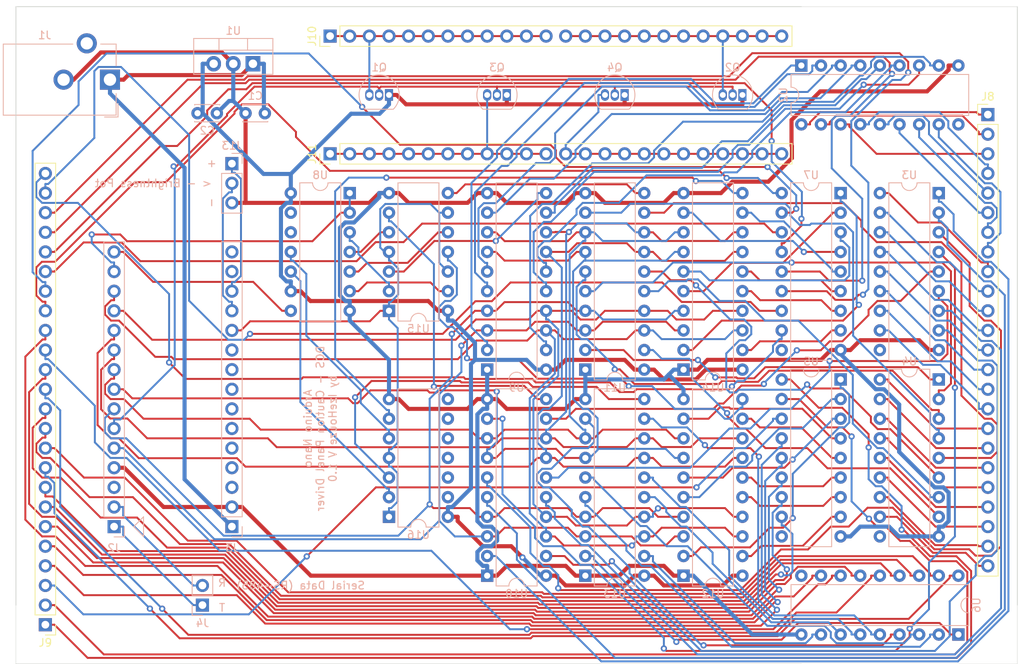
<source format=kicad_pcb>
(kicad_pcb (version 20171130) (host pcbnew "(5.1.4)-1")
  (layers (0 F.Cu signal) (31 B.Cu signal) (34 B.Paste user) (35 F.Paste user) (36 B.SilkS user) (37 F.SilkS user) (38 B.Mask user) (39 F.Mask user) (44 Edge.Cuts user))
  (net 0 "")
  (net 1 GND)
  (net 2 "Net-(U2-Pad10)")
  (net 3 "Net-(U3-Pad10)")
  (net 4 "Net-(U4-Pad10)")
  (net 5 "Net-(U5-Pad10)")
  (net 6 "Net-(U6-Pad10)")
  (net 7 "Net-(U7-Pad10)")
  (net 8 /5V)
  (net 9 /AO8)
  (net 10 /AO7)
  (net 11 /AO6)
  (net 12 /AO5)
  (net 13 /AO4)
  (net 14 /AO3)
  (net 15 /AO2)
  (net 16 /AO1)
  (net 17 /BO1)
  (net 18 /BO2)
  (net 19 /BO3)
  (net 20 /BO4)
  (net 21 /BO5)
  (net 22 /BO6)
  (net 23 /BO7)
  (net 24 /BO8)
  (net 25 /CO8)
  (net 26 /CO7)
  (net 27 /CO6)
  (net 28 /CO5)
  (net 29 /CO4)
  (net 30 /CO3)
  (net 31 /CO2)
  (net 32 /CO1)
  (net 33 /EO8)
  (net 34 /EO7)
  (net 35 /EO6)
  (net 36 /EO5)
  (net 37 /EO4)
  (net 38 /EO3)
  (net 39 /EO2)
  (net 40 /EO1)
  (net 41 /DO1)
  (net 42 /DO2)
  (net 43 /DO3)
  (net 44 /DO4)
  (net 45 /DO5)
  (net 46 /DO6)
  (net 47 /DO7)
  (net 48 /DO8)
  (net 49 /FO1)
  (net 50 /FO2)
  (net 51 /FO3)
  (net 52 /FO4)
  (net 53 /FO5)
  (net 54 /FO6)
  (net 55 /FO7)
  (net 56 /FO8)
  (net 57 /P1)
  (net 58 /P25)
  (net 59 /9V)
  (net 60 /AREF)
  (net 61 /PWM_Brightness)
  (net 62 /P13)
  (net 63 /P37)
  (net 64 "Net-(J2-Pad3)")
  (net 65 /D0)
  (net 66 /D1)
  (net 67 /D2)
  (net 68 /D3)
  (net 69 /D4)
  (net 70 /D5)
  (net 71 /D6)
  (net 72 /D7)
  (net 73 "Net-(J2-Pad14)")
  (net 74 "Net-(J2-Pad15)")
  (net 75 "Net-(J3-Pad10)")
  (net 76 "Net-(J3-Pad9)")
  (net 77 "Net-(J3-Pad8)")
  (net 78 "Net-(J3-Pad7)")
  (net 79 "Net-(J3-Pad6)")
  (net 80 "Net-(J3-Pad5)")
  (net 81 /A0)
  (net 82 "Net-(U2-Pad1)")
  (net 83 "Net-(U2-Pad2)")
  (net 84 "Net-(U2-Pad3)")
  (net 85 "Net-(U2-Pad4)")
  (net 86 "Net-(U2-Pad5)")
  (net 87 "Net-(U2-Pad6)")
  (net 88 "Net-(U2-Pad7)")
  (net 89 "Net-(U2-Pad8)")
  (net 90 "Net-(U10-Pad19)")
  (net 91 "Net-(U10-Pad16)")
  (net 92 "Net-(U10-Pad15)")
  (net 93 "Net-(U10-Pad12)")
  (net 94 "Net-(U10-Pad9)")
  (net 95 "Net-(U10-Pad6)")
  (net 96 "Net-(U10-Pad5)")
  (net 97 "Net-(U10-Pad2)")
  (net 98 "Net-(U11-Pad19)")
  (net 99 "Net-(U11-Pad16)")
  (net 100 "Net-(U11-Pad15)")
  (net 101 "Net-(U11-Pad12)")
  (net 102 "Net-(U11-Pad9)")
  (net 103 "Net-(U11-Pad6)")
  (net 104 "Net-(U11-Pad5)")
  (net 105 "Net-(U11-Pad2)")
  (net 106 "Net-(U12-Pad2)")
  (net 107 "Net-(U12-Pad5)")
  (net 108 "Net-(U12-Pad6)")
  (net 109 "Net-(U12-Pad9)")
  (net 110 "Net-(U12-Pad12)")
  (net 111 "Net-(U12-Pad15)")
  (net 112 "Net-(U12-Pad16)")
  (net 113 "Net-(U12-Pad19)")
  (net 114 "Net-(U13-Pad19)")
  (net 115 "Net-(U13-Pad16)")
  (net 116 "Net-(U13-Pad15)")
  (net 117 "Net-(U13-Pad12)")
  (net 118 "Net-(U13-Pad9)")
  (net 119 "Net-(U13-Pad6)")
  (net 120 "Net-(U13-Pad5)")
  (net 121 "Net-(U13-Pad2)")
  (net 122 "Net-(U14-Pad2)")
  (net 123 "Net-(U14-Pad5)")
  (net 124 "Net-(U14-Pad6)")
  (net 125 "Net-(U14-Pad9)")
  (net 126 "Net-(U14-Pad12)")
  (net 127 "Net-(U14-Pad15)")
  (net 128 "Net-(U14-Pad16)")
  (net 129 "Net-(U14-Pad19)")
  (net 130 /CP0)
  (net 131 /CP4)
  (net 132 /CP1)
  (net 133 /CP5)
  (net 134 /CP2)
  (net 135 "Net-(U8-Pad12)")
  (net 136 /CP3)
  (net 137 "Net-(U8-Pad13)")
  (net 138 "Net-(J3-Pad15)")
  (net 139 "Net-(J3-Pad14)")
  (net 140 "Net-(J3-Pad4)")
  (net 141 "Net-(J3-Pad3)")
  (net 142 /TX)
  (net 143 /RX)
  (net 144 /CE)
  (net 145 /CPP0)
  (net 146 /CPP4)
  (net 147 /CPP1)
  (net 148 /CPP5)
  (net 149 /CPP2)
  (net 150 /CPP3)
  (module Capacitor_THT:C_Disc_D3.0mm_W2.0mm_P2.50mm (layer B.Cu) (at 81.7372 59.5122 180)
    (fp_text reference C1 (at 1.25 2.25) (layer B.SilkS) (effects (justify mirror)))
    (fp_text value 0.22uF)
    (pad 1 thru_hole circle (at 0 0 180) (size 1.6 1.6) (drill 0.8) (layers *.Cu *.Mask) (net 59 /9V))
    (pad 2 thru_hole circle (at 2.5 0 180) (size 1.6 1.6) (drill 0.8) (layers *.Cu *.Mask) (net 1 GND))
  )
  (module Capacitor_THT:C_Disc_D3.0mm_W2.0mm_P2.50mm (layer B.Cu) (at 73.025 59.5122)
    (fp_text reference C2 (at 1.25 2.25) (layer B.SilkS) (effects (justify mirror)))
    (fp_text value 0.1uF)
    (pad 2 thru_hole circle (at 2.5 0) (size 1.6 1.6) (drill 0.8) (layers *.Cu *.Mask) (net 1 GND))
    (pad 1 thru_hole circle (at 0 0) (size 1.6 1.6) (drill 0.8) (layers *.Cu *.Mask) (net 8 /5V))
  )
  (module Connector_BarrelJack:BarrelJack_CUI_PJ-102AH_Horizontal (layer B.Cu) (at 61.6966 55.1688 90)
    (fp_text reference J1 (at 5.75 -8.45 180) (layer B.SilkS) (effects (justify mirror)))
    (fp_text value Barrel_Jack)
    (pad 1 thru_hole rect (at 0 0 90) (size 2.6 2.6) (drill 1.6) (layers *.Cu *.Mask) (net 59 /9V))
    (pad 2 thru_hole circle (at 0 -6 90) (size 2.6 2.6) (drill 1.6) (layers *.Cu *.Mask) (net 1 GND))
    (pad 3 thru_hole circle (at 4.7 -3 90) (size 2.6 2.6) (drill 1.6) (layers *.Cu *.Mask))
  )
  (module Package_TO_SOT_THT:TO-220-3_Vertical (layer B.Cu) (at 80.1878 53.1114 180)
    (fp_text reference U1 (at 2.54 4.27) (layer B.SilkS) (effects (justify mirror)))
    (fp_text value LM7805_TO220)
    (pad 1 thru_hole rect (at 0 0 180) (size 1.905 2) (drill 1.1) (layers *.Cu *.Mask) (net 59 /9V))
    (pad 2 thru_hole oval (at 2.54 0 180) (size 1.905 2) (drill 1.1) (layers *.Cu *.Mask) (net 1 GND))
    (pad 3 thru_hole oval (at 5.08 0 180) (size 1.905 2) (drill 1.1) (layers *.Cu *.Mask) (net 8 /5V))
  )
  (module Connector_PinHeader_2.54mm:PinHeader_1x24_P2.54mm_Vertical (layer F.Cu) (at 175.26 59.69)
    (fp_text reference J8 (at 0 -2.33) (layer F.SilkS))
    (fp_text value Conn_01x24)
    (pad 24 thru_hole oval (at 0 58.42) (size 1.7 1.7) (drill 1) (layers *.Cu *.Mask) (net 25 /CO8))
    (pad 23 thru_hole oval (at 0 55.88) (size 1.7 1.7) (drill 1) (layers *.Cu *.Mask) (net 26 /CO7))
    (pad 22 thru_hole oval (at 0 53.34) (size 1.7 1.7) (drill 1) (layers *.Cu *.Mask) (net 27 /CO6))
    (pad 21 thru_hole oval (at 0 50.8) (size 1.7 1.7) (drill 1) (layers *.Cu *.Mask) (net 28 /CO5))
    (pad 20 thru_hole oval (at 0 48.26) (size 1.7 1.7) (drill 1) (layers *.Cu *.Mask) (net 29 /CO4))
    (pad 19 thru_hole oval (at 0 45.72) (size 1.7 1.7) (drill 1) (layers *.Cu *.Mask) (net 30 /CO3))
    (pad 18 thru_hole oval (at 0 43.18) (size 1.7 1.7) (drill 1) (layers *.Cu *.Mask) (net 31 /CO2))
    (pad 17 thru_hole oval (at 0 40.64) (size 1.7 1.7) (drill 1) (layers *.Cu *.Mask) (net 32 /CO1))
    (pad 16 thru_hole oval (at 0 38.1) (size 1.7 1.7) (drill 1) (layers *.Cu *.Mask) (net 24 /BO8))
    (pad 15 thru_hole oval (at 0 35.56) (size 1.7 1.7) (drill 1) (layers *.Cu *.Mask) (net 23 /BO7))
    (pad 14 thru_hole oval (at 0 33.02) (size 1.7 1.7) (drill 1) (layers *.Cu *.Mask) (net 22 /BO6))
    (pad 13 thru_hole oval (at 0 30.48) (size 1.7 1.7) (drill 1) (layers *.Cu *.Mask) (net 21 /BO5))
    (pad 12 thru_hole oval (at 0 27.94) (size 1.7 1.7) (drill 1) (layers *.Cu *.Mask) (net 20 /BO4))
    (pad 11 thru_hole oval (at 0 25.4) (size 1.7 1.7) (drill 1) (layers *.Cu *.Mask) (net 19 /BO3))
    (pad 10 thru_hole oval (at 0 22.86) (size 1.7 1.7) (drill 1) (layers *.Cu *.Mask) (net 18 /BO2))
    (pad 9 thru_hole oval (at 0 20.32) (size 1.7 1.7) (drill 1) (layers *.Cu *.Mask) (net 17 /BO1))
    (pad 8 thru_hole oval (at 0 17.78) (size 1.7 1.7) (drill 1) (layers *.Cu *.Mask) (net 9 /AO8))
    (pad 7 thru_hole oval (at 0 15.24) (size 1.7 1.7) (drill 1) (layers *.Cu *.Mask) (net 10 /AO7))
    (pad 6 thru_hole oval (at 0 12.7) (size 1.7 1.7) (drill 1) (layers *.Cu *.Mask) (net 11 /AO6))
    (pad 5 thru_hole oval (at 0 10.16) (size 1.7 1.7) (drill 1) (layers *.Cu *.Mask) (net 12 /AO5))
    (pad 4 thru_hole oval (at 0 7.62) (size 1.7 1.7) (drill 1) (layers *.Cu *.Mask) (net 13 /AO4))
    (pad 3 thru_hole oval (at 0 5.08) (size 1.7 1.7) (drill 1) (layers *.Cu *.Mask) (net 14 /AO3))
    (pad 2 thru_hole oval (at 0 2.54) (size 1.7 1.7) (drill 1) (layers *.Cu *.Mask) (net 15 /AO2))
    (pad 1 thru_hole rect (at 0 0) (size 1.7 1.7) (drill 1) (layers *.Cu *.Mask) (net 16 /AO1))
  )
  (module Connector_PinHeader_2.54mm:PinHeader_1x24_P2.54mm_Vertical (layer F.Cu) (at 90.17 64.77 90)
    (fp_text reference J11 (at 0 -2.33 90) (layer F.SilkS))
    (fp_text value Conn_01x24)
    (pad 24 thru_hole oval (at 0 58.42 90) (size 1.7 1.7) (drill 1) (layers *.Cu *.Mask) (net 63 /P37))
    (pad 23 thru_hole oval (at 0 55.88 90) (size 1.7 1.7) (drill 1) (layers *.Cu *.Mask) (net 63 /P37))
    (pad 22 thru_hole oval (at 0 53.34 90) (size 1.7 1.7) (drill 1) (layers *.Cu *.Mask) (net 63 /P37))
    (pad 21 thru_hole oval (at 0 50.8 90) (size 1.7 1.7) (drill 1) (layers *.Cu *.Mask) (net 63 /P37))
    (pad 20 thru_hole oval (at 0 48.26 90) (size 1.7 1.7) (drill 1) (layers *.Cu *.Mask) (net 63 /P37))
    (pad 19 thru_hole oval (at 0 45.72 90) (size 1.7 1.7) (drill 1) (layers *.Cu *.Mask) (net 63 /P37))
    (pad 18 thru_hole oval (at 0 43.18 90) (size 1.7 1.7) (drill 1) (layers *.Cu *.Mask) (net 63 /P37))
    (pad 17 thru_hole oval (at 0 40.64 90) (size 1.7 1.7) (drill 1) (layers *.Cu *.Mask) (net 63 /P37))
    (pad 16 thru_hole oval (at 0 38.1 90) (size 1.7 1.7) (drill 1) (layers *.Cu *.Mask) (net 63 /P37))
    (pad 15 thru_hole oval (at 0 35.56 90) (size 1.7 1.7) (drill 1) (layers *.Cu *.Mask) (net 63 /P37))
    (pad 14 thru_hole oval (at 0 33.02 90) (size 1.7 1.7) (drill 1) (layers *.Cu *.Mask) (net 63 /P37))
    (pad 13 thru_hole oval (at 0 30.48 90) (size 1.7 1.7) (drill 1) (layers *.Cu *.Mask) (net 63 /P37))
    (pad 12 thru_hole oval (at 0 27.94 90) (size 1.7 1.7) (drill 1) (layers *.Cu *.Mask) (net 58 /P25))
    (pad 11 thru_hole oval (at 0 25.4 90) (size 1.7 1.7) (drill 1) (layers *.Cu *.Mask) (net 58 /P25))
    (pad 10 thru_hole oval (at 0 22.86 90) (size 1.7 1.7) (drill 1) (layers *.Cu *.Mask) (net 58 /P25))
    (pad 9 thru_hole oval (at 0 20.32 90) (size 1.7 1.7) (drill 1) (layers *.Cu *.Mask) (net 58 /P25))
    (pad 8 thru_hole oval (at 0 17.78 90) (size 1.7 1.7) (drill 1) (layers *.Cu *.Mask) (net 58 /P25))
    (pad 7 thru_hole oval (at 0 15.24 90) (size 1.7 1.7) (drill 1) (layers *.Cu *.Mask) (net 58 /P25))
    (pad 6 thru_hole oval (at 0 12.7 90) (size 1.7 1.7) (drill 1) (layers *.Cu *.Mask) (net 58 /P25))
    (pad 5 thru_hole oval (at 0 10.16 90) (size 1.7 1.7) (drill 1) (layers *.Cu *.Mask) (net 58 /P25))
    (pad 4 thru_hole oval (at 0 7.62 90) (size 1.7 1.7) (drill 1) (layers *.Cu *.Mask) (net 58 /P25))
    (pad 3 thru_hole oval (at 0 5.08 90) (size 1.7 1.7) (drill 1) (layers *.Cu *.Mask) (net 58 /P25))
    (pad 2 thru_hole oval (at 0 2.54 90) (size 1.7 1.7) (drill 1) (layers *.Cu *.Mask) (net 58 /P25))
    (pad 1 thru_hole rect (at 0 0 90) (size 1.7 1.7) (drill 1) (layers *.Cu *.Mask) (net 58 /P25))
  )
  (module Connector_PinHeader_2.54mm:PinHeader_1x24_P2.54mm_Vertical (layer F.Cu) (at 90.17 49.53 90)
    (fp_text reference J10 (at 0 -2.33 90) (layer F.SilkS))
    (fp_text value Conn_01x24)
    (pad 1 thru_hole rect (at 0 0 90) (size 1.7 1.7) (drill 1) (layers *.Cu *.Mask) (net 57 /P1))
    (pad 2 thru_hole oval (at 0 2.54 90) (size 1.7 1.7) (drill 1) (layers *.Cu *.Mask) (net 57 /P1))
    (pad 3 thru_hole oval (at 0 5.08 90) (size 1.7 1.7) (drill 1) (layers *.Cu *.Mask) (net 57 /P1))
    (pad 4 thru_hole oval (at 0 7.62 90) (size 1.7 1.7) (drill 1) (layers *.Cu *.Mask) (net 57 /P1))
    (pad 5 thru_hole oval (at 0 10.16 90) (size 1.7 1.7) (drill 1) (layers *.Cu *.Mask) (net 57 /P1))
    (pad 6 thru_hole oval (at 0 12.7 90) (size 1.7 1.7) (drill 1) (layers *.Cu *.Mask) (net 57 /P1))
    (pad 7 thru_hole oval (at 0 15.24 90) (size 1.7 1.7) (drill 1) (layers *.Cu *.Mask) (net 57 /P1))
    (pad 8 thru_hole oval (at 0 17.78 90) (size 1.7 1.7) (drill 1) (layers *.Cu *.Mask) (net 57 /P1))
    (pad 9 thru_hole oval (at 0 20.32 90) (size 1.7 1.7) (drill 1) (layers *.Cu *.Mask) (net 57 /P1))
    (pad 10 thru_hole oval (at 0 22.86 90) (size 1.7 1.7) (drill 1) (layers *.Cu *.Mask) (net 57 /P1))
    (pad 11 thru_hole oval (at 0 25.4 90) (size 1.7 1.7) (drill 1) (layers *.Cu *.Mask) (net 57 /P1))
    (pad 12 thru_hole oval (at 0 27.94 90) (size 1.7 1.7) (drill 1) (layers *.Cu *.Mask) (net 57 /P1))
    (pad 13 thru_hole oval (at 0 30.48 90) (size 1.7 1.7) (drill 1) (layers *.Cu *.Mask) (net 62 /P13))
    (pad 14 thru_hole oval (at 0 33.02 90) (size 1.7 1.7) (drill 1) (layers *.Cu *.Mask) (net 62 /P13))
    (pad 15 thru_hole oval (at 0 35.56 90) (size 1.7 1.7) (drill 1) (layers *.Cu *.Mask) (net 62 /P13))
    (pad 16 thru_hole oval (at 0 38.1 90) (size 1.7 1.7) (drill 1) (layers *.Cu *.Mask) (net 62 /P13))
    (pad 17 thru_hole oval (at 0 40.64 90) (size 1.7 1.7) (drill 1) (layers *.Cu *.Mask) (net 62 /P13))
    (pad 18 thru_hole oval (at 0 43.18 90) (size 1.7 1.7) (drill 1) (layers *.Cu *.Mask) (net 62 /P13))
    (pad 19 thru_hole oval (at 0 45.72 90) (size 1.7 1.7) (drill 1) (layers *.Cu *.Mask) (net 62 /P13))
    (pad 20 thru_hole oval (at 0 48.26 90) (size 1.7 1.7) (drill 1) (layers *.Cu *.Mask) (net 62 /P13))
    (pad 21 thru_hole oval (at 0 50.8 90) (size 1.7 1.7) (drill 1) (layers *.Cu *.Mask) (net 62 /P13))
    (pad 22 thru_hole oval (at 0 53.34 90) (size 1.7 1.7) (drill 1) (layers *.Cu *.Mask) (net 62 /P13))
    (pad 23 thru_hole oval (at 0 55.88 90) (size 1.7 1.7) (drill 1) (layers *.Cu *.Mask) (net 62 /P13))
    (pad 24 thru_hole oval (at 0 58.42 90) (size 1.7 1.7) (drill 1) (layers *.Cu *.Mask) (net 62 /P13))
  )
  (module Connector_PinHeader_2.54mm:PinHeader_1x24_P2.54mm_Vertical (layer F.Cu) (at 53.34 125.73 180)
    (fp_text reference J9 (at 0 -2.33) (layer F.SilkS))
    (fp_text value Conn_01x24)
    (pad 1 thru_hole rect (at 0 0 180) (size 1.7 1.7) (drill 1) (layers *.Cu *.Mask) (net 41 /DO1))
    (pad 2 thru_hole oval (at 0 2.54 180) (size 1.7 1.7) (drill 1) (layers *.Cu *.Mask) (net 42 /DO2))
    (pad 3 thru_hole oval (at 0 5.08 180) (size 1.7 1.7) (drill 1) (layers *.Cu *.Mask) (net 43 /DO3))
    (pad 4 thru_hole oval (at 0 7.62 180) (size 1.7 1.7) (drill 1) (layers *.Cu *.Mask) (net 44 /DO4))
    (pad 5 thru_hole oval (at 0 10.16 180) (size 1.7 1.7) (drill 1) (layers *.Cu *.Mask) (net 45 /DO5))
    (pad 6 thru_hole oval (at 0 12.7 180) (size 1.7 1.7) (drill 1) (layers *.Cu *.Mask) (net 46 /DO6))
    (pad 7 thru_hole oval (at 0 15.24 180) (size 1.7 1.7) (drill 1) (layers *.Cu *.Mask) (net 47 /DO7))
    (pad 8 thru_hole oval (at 0 17.78 180) (size 1.7 1.7) (drill 1) (layers *.Cu *.Mask) (net 48 /DO8))
    (pad 9 thru_hole oval (at 0 20.32 180) (size 1.7 1.7) (drill 1) (layers *.Cu *.Mask) (net 40 /EO1))
    (pad 10 thru_hole oval (at 0 22.86 180) (size 1.7 1.7) (drill 1) (layers *.Cu *.Mask) (net 39 /EO2))
    (pad 11 thru_hole oval (at 0 25.4 180) (size 1.7 1.7) (drill 1) (layers *.Cu *.Mask) (net 38 /EO3))
    (pad 12 thru_hole oval (at 0 27.94 180) (size 1.7 1.7) (drill 1) (layers *.Cu *.Mask) (net 37 /EO4))
    (pad 13 thru_hole oval (at 0 30.48 180) (size 1.7 1.7) (drill 1) (layers *.Cu *.Mask) (net 36 /EO5))
    (pad 14 thru_hole oval (at 0 33.02 180) (size 1.7 1.7) (drill 1) (layers *.Cu *.Mask) (net 35 /EO6))
    (pad 15 thru_hole oval (at 0 35.56 180) (size 1.7 1.7) (drill 1) (layers *.Cu *.Mask) (net 34 /EO7))
    (pad 16 thru_hole oval (at 0 38.1 180) (size 1.7 1.7) (drill 1) (layers *.Cu *.Mask) (net 33 /EO8))
    (pad 17 thru_hole oval (at 0 40.64 180) (size 1.7 1.7) (drill 1) (layers *.Cu *.Mask) (net 49 /FO1))
    (pad 18 thru_hole oval (at 0 43.18 180) (size 1.7 1.7) (drill 1) (layers *.Cu *.Mask) (net 50 /FO2))
    (pad 19 thru_hole oval (at 0 45.72 180) (size 1.7 1.7) (drill 1) (layers *.Cu *.Mask) (net 51 /FO3))
    (pad 20 thru_hole oval (at 0 48.26 180) (size 1.7 1.7) (drill 1) (layers *.Cu *.Mask) (net 52 /FO4))
    (pad 21 thru_hole oval (at 0 50.8 180) (size 1.7 1.7) (drill 1) (layers *.Cu *.Mask) (net 53 /FO5))
    (pad 22 thru_hole oval (at 0 53.34 180) (size 1.7 1.7) (drill 1) (layers *.Cu *.Mask) (net 54 /FO6))
    (pad 23 thru_hole oval (at 0 55.88 180) (size 1.7 1.7) (drill 1) (layers *.Cu *.Mask) (net 55 /FO7))
    (pad 24 thru_hole oval (at 0 58.42 180) (size 1.7 1.7) (drill 1) (layers *.Cu *.Mask) (net 56 /FO8))
  )
  (module Package_TO_SOT_THT:TO-92_Inline (layer B.Cu) (at 97.79 57.15 180)
    (fp_text reference Q1 (at 1.27 3.56) (layer B.SilkS) (effects (justify mirror)))
    (fp_text value BC338)
    (pad 2 thru_hole oval (at 1.27 0 180) (size 1.05 1.5) (drill 0.75) (layers *.Cu *.Mask) (net 61 /PWM_Brightness))
    (pad 3 thru_hole oval (at 2.54 0 180) (size 1.05 1.5) (drill 0.75) (layers *.Cu *.Mask) (net 57 /P1))
    (pad 1 thru_hole rect (at 0 0 180) (size 1.05 1.5) (drill 0.75) (layers *.Cu *.Mask) (net 8 /5V))
  )
  (module Package_TO_SOT_THT:TO-92_Inline (layer B.Cu) (at 113.03 57.15 180)
    (fp_text reference Q3 (at 1.27 3.56) (layer B.SilkS) (effects (justify mirror)))
    (fp_text value BC338)
    (pad 1 thru_hole rect (at 0 0 180) (size 1.05 1.5) (drill 0.75) (layers *.Cu *.Mask) (net 8 /5V))
    (pad 3 thru_hole oval (at 2.54 0 180) (size 1.05 1.5) (drill 0.75) (layers *.Cu *.Mask) (net 58 /P25))
    (pad 2 thru_hole oval (at 1.27 0 180) (size 1.05 1.5) (drill 0.75) (layers *.Cu *.Mask) (net 61 /PWM_Brightness))
  )
  (module Package_TO_SOT_THT:TO-92_Inline (layer B.Cu) (at 143.51 57.15 180)
    (fp_text reference Q2 (at 1.27 3.56) (layer B.SilkS) (effects (justify mirror)))
    (fp_text value BC338)
    (pad 2 thru_hole oval (at 1.27 0 180) (size 1.05 1.5) (drill 0.75) (layers *.Cu *.Mask) (net 61 /PWM_Brightness))
    (pad 3 thru_hole oval (at 2.54 0 180) (size 1.05 1.5) (drill 0.75) (layers *.Cu *.Mask) (net 62 /P13))
    (pad 1 thru_hole rect (at 0 0 180) (size 1.05 1.5) (drill 0.75) (layers *.Cu *.Mask) (net 8 /5V))
  )
  (module Connector_PinHeader_2.54mm:PinHeader_1x03_P2.54mm_Vertical (layer B.Cu) (at 77.47 66.04 180)
    (fp_text reference J13 (at 0 2.33) (layer B.SilkS) (effects (justify mirror)))
    (fp_text value Conn_01x03)
    (pad 1 thru_hole rect (at 0 0 180) (size 1.7 1.7) (drill 1) (layers *.Cu *.Mask) (net 60 /AREF))
    (pad 2 thru_hole oval (at 0 -2.54 180) (size 1.7 1.7) (drill 1) (layers *.Cu *.Mask) (net 81 /A0))
    (pad 3 thru_hole oval (at 0 -5.08 180) (size 1.7 1.7) (drill 1) (layers *.Cu *.Mask) (net 1 GND))
  )
  (module Package_TO_SOT_THT:TO-92_Inline (layer B.Cu) (at 128.27 57.15 180)
    (fp_text reference Q4 (at 1.27 3.56) (layer B.SilkS) (effects (justify mirror)))
    (fp_text value BC338)
    (pad 2 thru_hole oval (at 1.27 0 180) (size 1.05 1.5) (drill 0.75) (layers *.Cu *.Mask) (net 61 /PWM_Brightness))
    (pad 3 thru_hole oval (at 2.54 0 180) (size 1.05 1.5) (drill 0.75) (layers *.Cu *.Mask) (net 63 /P37))
    (pad 1 thru_hole rect (at 0 0 180) (size 1.05 1.5) (drill 0.75) (layers *.Cu *.Mask) (net 8 /5V))
  )
  (module Package_DIP:DIP-18_W7.62mm (layer B.Cu) (at 151.13 53.34 270)
    (fp_text reference U2 (at 3.81 2.33 90) (layer B.SilkS) (effects (justify mirror)))
    (fp_text value ULN2803A)
    (pad 1 thru_hole rect (at 0 0 270) (size 1.6 1.6) (drill 0.8) (layers *.Cu *.Mask) (net 82 "Net-(U2-Pad1)"))
    (pad 10 thru_hole oval (at 7.62 -20.32 270) (size 1.6 1.6) (drill 0.8) (layers *.Cu *.Mask) (net 2 "Net-(U2-Pad10)"))
    (pad 2 thru_hole oval (at 0 -2.54 270) (size 1.6 1.6) (drill 0.8) (layers *.Cu *.Mask) (net 83 "Net-(U2-Pad2)"))
    (pad 11 thru_hole oval (at 7.62 -17.78 270) (size 1.6 1.6) (drill 0.8) (layers *.Cu *.Mask) (net 9 /AO8))
    (pad 3 thru_hole oval (at 0 -5.08 270) (size 1.6 1.6) (drill 0.8) (layers *.Cu *.Mask) (net 84 "Net-(U2-Pad3)"))
    (pad 12 thru_hole oval (at 7.62 -15.24 270) (size 1.6 1.6) (drill 0.8) (layers *.Cu *.Mask) (net 10 /AO7))
    (pad 4 thru_hole oval (at 0 -7.62 270) (size 1.6 1.6) (drill 0.8) (layers *.Cu *.Mask) (net 85 "Net-(U2-Pad4)"))
    (pad 13 thru_hole oval (at 7.62 -12.7 270) (size 1.6 1.6) (drill 0.8) (layers *.Cu *.Mask) (net 11 /AO6))
    (pad 5 thru_hole oval (at 0 -10.16 270) (size 1.6 1.6) (drill 0.8) (layers *.Cu *.Mask) (net 86 "Net-(U2-Pad5)"))
    (pad 14 thru_hole oval (at 7.62 -10.16 270) (size 1.6 1.6) (drill 0.8) (layers *.Cu *.Mask) (net 12 /AO5))
    (pad 6 thru_hole oval (at 0 -12.7 270) (size 1.6 1.6) (drill 0.8) (layers *.Cu *.Mask) (net 87 "Net-(U2-Pad6)"))
    (pad 15 thru_hole oval (at 7.62 -7.62 270) (size 1.6 1.6) (drill 0.8) (layers *.Cu *.Mask) (net 13 /AO4))
    (pad 7 thru_hole oval (at 0 -15.24 270) (size 1.6 1.6) (drill 0.8) (layers *.Cu *.Mask) (net 88 "Net-(U2-Pad7)"))
    (pad 16 thru_hole oval (at 7.62 -5.08 270) (size 1.6 1.6) (drill 0.8) (layers *.Cu *.Mask) (net 14 /AO3))
    (pad 8 thru_hole oval (at 0 -17.78 270) (size 1.6 1.6) (drill 0.8) (layers *.Cu *.Mask) (net 89 "Net-(U2-Pad8)"))
    (pad 17 thru_hole oval (at 7.62 -2.54 270) (size 1.6 1.6) (drill 0.8) (layers *.Cu *.Mask) (net 15 /AO2))
    (pad 9 thru_hole oval (at 0 -20.32 270) (size 1.6 1.6) (drill 0.8) (layers *.Cu *.Mask) (net 1 GND))
    (pad 18 thru_hole oval (at 7.62 0 270) (size 1.6 1.6) (drill 0.8) (layers *.Cu *.Mask) (net 16 /AO1))
  )
  (module Package_DIP:DIP-18_W7.62mm (layer B.Cu) (at 168.91 69.85 180)
    (fp_text reference U3 (at 3.81 2.33) (layer B.SilkS) (effects (justify mirror)))
    (fp_text value ULN2803A)
    (pad 18 thru_hole oval (at 7.62 0 180) (size 1.6 1.6) (drill 0.8) (layers *.Cu *.Mask) (net 17 /BO1))
    (pad 9 thru_hole oval (at 0 -20.32 180) (size 1.6 1.6) (drill 0.8) (layers *.Cu *.Mask) (net 1 GND))
    (pad 17 thru_hole oval (at 7.62 -2.54 180) (size 1.6 1.6) (drill 0.8) (layers *.Cu *.Mask) (net 18 /BO2))
    (pad 8 thru_hole oval (at 0 -17.78 180) (size 1.6 1.6) (drill 0.8) (layers *.Cu *.Mask) (net 90 "Net-(U10-Pad19)"))
    (pad 16 thru_hole oval (at 7.62 -5.08 180) (size 1.6 1.6) (drill 0.8) (layers *.Cu *.Mask) (net 19 /BO3))
    (pad 7 thru_hole oval (at 0 -15.24 180) (size 1.6 1.6) (drill 0.8) (layers *.Cu *.Mask) (net 91 "Net-(U10-Pad16)"))
    (pad 15 thru_hole oval (at 7.62 -7.62 180) (size 1.6 1.6) (drill 0.8) (layers *.Cu *.Mask) (net 20 /BO4))
    (pad 6 thru_hole oval (at 0 -12.7 180) (size 1.6 1.6) (drill 0.8) (layers *.Cu *.Mask) (net 92 "Net-(U10-Pad15)"))
    (pad 14 thru_hole oval (at 7.62 -10.16 180) (size 1.6 1.6) (drill 0.8) (layers *.Cu *.Mask) (net 21 /BO5))
    (pad 5 thru_hole oval (at 0 -10.16 180) (size 1.6 1.6) (drill 0.8) (layers *.Cu *.Mask) (net 93 "Net-(U10-Pad12)"))
    (pad 13 thru_hole oval (at 7.62 -12.7 180) (size 1.6 1.6) (drill 0.8) (layers *.Cu *.Mask) (net 22 /BO6))
    (pad 4 thru_hole oval (at 0 -7.62 180) (size 1.6 1.6) (drill 0.8) (layers *.Cu *.Mask) (net 94 "Net-(U10-Pad9)"))
    (pad 12 thru_hole oval (at 7.62 -15.24 180) (size 1.6 1.6) (drill 0.8) (layers *.Cu *.Mask) (net 23 /BO7))
    (pad 3 thru_hole oval (at 0 -5.08 180) (size 1.6 1.6) (drill 0.8) (layers *.Cu *.Mask) (net 95 "Net-(U10-Pad6)"))
    (pad 11 thru_hole oval (at 7.62 -17.78 180) (size 1.6 1.6) (drill 0.8) (layers *.Cu *.Mask) (net 24 /BO8))
    (pad 2 thru_hole oval (at 0 -2.54 180) (size 1.6 1.6) (drill 0.8) (layers *.Cu *.Mask) (net 96 "Net-(U10-Pad5)"))
    (pad 10 thru_hole oval (at 7.62 -20.32 180) (size 1.6 1.6) (drill 0.8) (layers *.Cu *.Mask) (net 3 "Net-(U3-Pad10)"))
    (pad 1 thru_hole rect (at 0 0 180) (size 1.6 1.6) (drill 0.8) (layers *.Cu *.Mask) (net 97 "Net-(U10-Pad2)"))
  )
  (module Package_DIP:DIP-18_W7.62mm (layer B.Cu) (at 168.91 93.98 180)
    (fp_text reference U4 (at 3.81 2.33) (layer B.SilkS) (effects (justify mirror)))
    (fp_text value ULN2803A)
    (pad 18 thru_hole oval (at 7.62 0 180) (size 1.6 1.6) (drill 0.8) (layers *.Cu *.Mask) (net 32 /CO1))
    (pad 9 thru_hole oval (at 0 -20.32 180) (size 1.6 1.6) (drill 0.8) (layers *.Cu *.Mask) (net 1 GND))
    (pad 17 thru_hole oval (at 7.62 -2.54 180) (size 1.6 1.6) (drill 0.8) (layers *.Cu *.Mask) (net 31 /CO2))
    (pad 8 thru_hole oval (at 0 -17.78 180) (size 1.6 1.6) (drill 0.8) (layers *.Cu *.Mask) (net 98 "Net-(U11-Pad19)"))
    (pad 16 thru_hole oval (at 7.62 -5.08 180) (size 1.6 1.6) (drill 0.8) (layers *.Cu *.Mask) (net 30 /CO3))
    (pad 7 thru_hole oval (at 0 -15.24 180) (size 1.6 1.6) (drill 0.8) (layers *.Cu *.Mask) (net 99 "Net-(U11-Pad16)"))
    (pad 15 thru_hole oval (at 7.62 -7.62 180) (size 1.6 1.6) (drill 0.8) (layers *.Cu *.Mask) (net 29 /CO4))
    (pad 6 thru_hole oval (at 0 -12.7 180) (size 1.6 1.6) (drill 0.8) (layers *.Cu *.Mask) (net 100 "Net-(U11-Pad15)"))
    (pad 14 thru_hole oval (at 7.62 -10.16 180) (size 1.6 1.6) (drill 0.8) (layers *.Cu *.Mask) (net 28 /CO5))
    (pad 5 thru_hole oval (at 0 -10.16 180) (size 1.6 1.6) (drill 0.8) (layers *.Cu *.Mask) (net 101 "Net-(U11-Pad12)"))
    (pad 13 thru_hole oval (at 7.62 -12.7 180) (size 1.6 1.6) (drill 0.8) (layers *.Cu *.Mask) (net 27 /CO6))
    (pad 4 thru_hole oval (at 0 -7.62 180) (size 1.6 1.6) (drill 0.8) (layers *.Cu *.Mask) (net 102 "Net-(U11-Pad9)"))
    (pad 12 thru_hole oval (at 7.62 -15.24 180) (size 1.6 1.6) (drill 0.8) (layers *.Cu *.Mask) (net 26 /CO7))
    (pad 3 thru_hole oval (at 0 -5.08 180) (size 1.6 1.6) (drill 0.8) (layers *.Cu *.Mask) (net 103 "Net-(U11-Pad6)"))
    (pad 11 thru_hole oval (at 7.62 -17.78 180) (size 1.6 1.6) (drill 0.8) (layers *.Cu *.Mask) (net 25 /CO8))
    (pad 2 thru_hole oval (at 0 -2.54 180) (size 1.6 1.6) (drill 0.8) (layers *.Cu *.Mask) (net 104 "Net-(U11-Pad5)"))
    (pad 10 thru_hole oval (at 7.62 -20.32 180) (size 1.6 1.6) (drill 0.8) (layers *.Cu *.Mask) (net 4 "Net-(U4-Pad10)"))
    (pad 1 thru_hole rect (at 0 0 180) (size 1.6 1.6) (drill 0.8) (layers *.Cu *.Mask) (net 105 "Net-(U11-Pad2)"))
  )
  (module Package_DIP:DIP-18_W7.62mm (layer B.Cu) (at 156.21 93.98 180)
    (fp_text reference U5 (at 3.81 2.33) (layer B.SilkS) (effects (justify mirror)))
    (fp_text value ULN2803A)
    (pad 1 thru_hole rect (at 0 0 180) (size 1.6 1.6) (drill 0.8) (layers *.Cu *.Mask) (net 106 "Net-(U12-Pad2)"))
    (pad 10 thru_hole oval (at 7.62 -20.32 180) (size 1.6 1.6) (drill 0.8) (layers *.Cu *.Mask) (net 5 "Net-(U5-Pad10)"))
    (pad 2 thru_hole oval (at 0 -2.54 180) (size 1.6 1.6) (drill 0.8) (layers *.Cu *.Mask) (net 107 "Net-(U12-Pad5)"))
    (pad 11 thru_hole oval (at 7.62 -17.78 180) (size 1.6 1.6) (drill 0.8) (layers *.Cu *.Mask) (net 48 /DO8))
    (pad 3 thru_hole oval (at 0 -5.08 180) (size 1.6 1.6) (drill 0.8) (layers *.Cu *.Mask) (net 108 "Net-(U12-Pad6)"))
    (pad 12 thru_hole oval (at 7.62 -15.24 180) (size 1.6 1.6) (drill 0.8) (layers *.Cu *.Mask) (net 47 /DO7))
    (pad 4 thru_hole oval (at 0 -7.62 180) (size 1.6 1.6) (drill 0.8) (layers *.Cu *.Mask) (net 109 "Net-(U12-Pad9)"))
    (pad 13 thru_hole oval (at 7.62 -12.7 180) (size 1.6 1.6) (drill 0.8) (layers *.Cu *.Mask) (net 46 /DO6))
    (pad 5 thru_hole oval (at 0 -10.16 180) (size 1.6 1.6) (drill 0.8) (layers *.Cu *.Mask) (net 110 "Net-(U12-Pad12)"))
    (pad 14 thru_hole oval (at 7.62 -10.16 180) (size 1.6 1.6) (drill 0.8) (layers *.Cu *.Mask) (net 45 /DO5))
    (pad 6 thru_hole oval (at 0 -12.7 180) (size 1.6 1.6) (drill 0.8) (layers *.Cu *.Mask) (net 111 "Net-(U12-Pad15)"))
    (pad 15 thru_hole oval (at 7.62 -7.62 180) (size 1.6 1.6) (drill 0.8) (layers *.Cu *.Mask) (net 44 /DO4))
    (pad 7 thru_hole oval (at 0 -15.24 180) (size 1.6 1.6) (drill 0.8) (layers *.Cu *.Mask) (net 112 "Net-(U12-Pad16)"))
    (pad 16 thru_hole oval (at 7.62 -5.08 180) (size 1.6 1.6) (drill 0.8) (layers *.Cu *.Mask) (net 43 /DO3))
    (pad 8 thru_hole oval (at 0 -17.78 180) (size 1.6 1.6) (drill 0.8) (layers *.Cu *.Mask) (net 113 "Net-(U12-Pad19)"))
    (pad 17 thru_hole oval (at 7.62 -2.54 180) (size 1.6 1.6) (drill 0.8) (layers *.Cu *.Mask) (net 42 /DO2))
    (pad 9 thru_hole oval (at 0 -20.32 180) (size 1.6 1.6) (drill 0.8) (layers *.Cu *.Mask) (net 1 GND))
    (pad 18 thru_hole oval (at 7.62 0 180) (size 1.6 1.6) (drill 0.8) (layers *.Cu *.Mask) (net 41 /DO1))
  )
  (module Package_DIP:DIP-18_W7.62mm (layer B.Cu) (at 171.45 127 90)
    (fp_text reference U6 (at 3.81 2.33 90) (layer B.SilkS) (effects (justify mirror)))
    (fp_text value ULN2803A)
    (pad 18 thru_hole oval (at 7.62 0 90) (size 1.6 1.6) (drill 0.8) (layers *.Cu *.Mask) (net 40 /EO1))
    (pad 9 thru_hole oval (at 0 -20.32 90) (size 1.6 1.6) (drill 0.8) (layers *.Cu *.Mask) (net 1 GND))
    (pad 17 thru_hole oval (at 7.62 -2.54 90) (size 1.6 1.6) (drill 0.8) (layers *.Cu *.Mask) (net 39 /EO2))
    (pad 8 thru_hole oval (at 0 -17.78 90) (size 1.6 1.6) (drill 0.8) (layers *.Cu *.Mask) (net 114 "Net-(U13-Pad19)"))
    (pad 16 thru_hole oval (at 7.62 -5.08 90) (size 1.6 1.6) (drill 0.8) (layers *.Cu *.Mask) (net 38 /EO3))
    (pad 7 thru_hole oval (at 0 -15.24 90) (size 1.6 1.6) (drill 0.8) (layers *.Cu *.Mask) (net 115 "Net-(U13-Pad16)"))
    (pad 15 thru_hole oval (at 7.62 -7.62 90) (size 1.6 1.6) (drill 0.8) (layers *.Cu *.Mask) (net 37 /EO4))
    (pad 6 thru_hole oval (at 0 -12.7 90) (size 1.6 1.6) (drill 0.8) (layers *.Cu *.Mask) (net 116 "Net-(U13-Pad15)"))
    (pad 14 thru_hole oval (at 7.62 -10.16 90) (size 1.6 1.6) (drill 0.8) (layers *.Cu *.Mask) (net 36 /EO5))
    (pad 5 thru_hole oval (at 0 -10.16 90) (size 1.6 1.6) (drill 0.8) (layers *.Cu *.Mask) (net 117 "Net-(U13-Pad12)"))
    (pad 13 thru_hole oval (at 7.62 -12.7 90) (size 1.6 1.6) (drill 0.8) (layers *.Cu *.Mask) (net 35 /EO6))
    (pad 4 thru_hole oval (at 0 -7.62 90) (size 1.6 1.6) (drill 0.8) (layers *.Cu *.Mask) (net 118 "Net-(U13-Pad9)"))
    (pad 12 thru_hole oval (at 7.62 -15.24 90) (size 1.6 1.6) (drill 0.8) (layers *.Cu *.Mask) (net 34 /EO7))
    (pad 3 thru_hole oval (at 0 -5.08 90) (size 1.6 1.6) (drill 0.8) (layers *.Cu *.Mask) (net 119 "Net-(U13-Pad6)"))
    (pad 11 thru_hole oval (at 7.62 -17.78 90) (size 1.6 1.6) (drill 0.8) (layers *.Cu *.Mask) (net 33 /EO8))
    (pad 2 thru_hole oval (at 0 -2.54 90) (size 1.6 1.6) (drill 0.8) (layers *.Cu *.Mask) (net 120 "Net-(U13-Pad5)"))
    (pad 10 thru_hole oval (at 7.62 -20.32 90) (size 1.6 1.6) (drill 0.8) (layers *.Cu *.Mask) (net 6 "Net-(U6-Pad10)"))
    (pad 1 thru_hole rect (at 0 0 90) (size 1.6 1.6) (drill 0.8) (layers *.Cu *.Mask) (net 121 "Net-(U13-Pad2)"))
  )
  (module Package_DIP:DIP-18_W7.62mm (layer B.Cu) (at 156.21 69.85 180)
    (fp_text reference U7 (at 3.81 2.33) (layer B.SilkS) (effects (justify mirror)))
    (fp_text value ULN2803A)
    (pad 1 thru_hole rect (at 0 0 180) (size 1.6 1.6) (drill 0.8) (layers *.Cu *.Mask) (net 122 "Net-(U14-Pad2)"))
    (pad 10 thru_hole oval (at 7.62 -20.32 180) (size 1.6 1.6) (drill 0.8) (layers *.Cu *.Mask) (net 7 "Net-(U7-Pad10)"))
    (pad 2 thru_hole oval (at 0 -2.54 180) (size 1.6 1.6) (drill 0.8) (layers *.Cu *.Mask) (net 123 "Net-(U14-Pad5)"))
    (pad 11 thru_hole oval (at 7.62 -17.78 180) (size 1.6 1.6) (drill 0.8) (layers *.Cu *.Mask) (net 56 /FO8))
    (pad 3 thru_hole oval (at 0 -5.08 180) (size 1.6 1.6) (drill 0.8) (layers *.Cu *.Mask) (net 124 "Net-(U14-Pad6)"))
    (pad 12 thru_hole oval (at 7.62 -15.24 180) (size 1.6 1.6) (drill 0.8) (layers *.Cu *.Mask) (net 55 /FO7))
    (pad 4 thru_hole oval (at 0 -7.62 180) (size 1.6 1.6) (drill 0.8) (layers *.Cu *.Mask) (net 125 "Net-(U14-Pad9)"))
    (pad 13 thru_hole oval (at 7.62 -12.7 180) (size 1.6 1.6) (drill 0.8) (layers *.Cu *.Mask) (net 54 /FO6))
    (pad 5 thru_hole oval (at 0 -10.16 180) (size 1.6 1.6) (drill 0.8) (layers *.Cu *.Mask) (net 126 "Net-(U14-Pad12)"))
    (pad 14 thru_hole oval (at 7.62 -10.16 180) (size 1.6 1.6) (drill 0.8) (layers *.Cu *.Mask) (net 53 /FO5))
    (pad 6 thru_hole oval (at 0 -12.7 180) (size 1.6 1.6) (drill 0.8) (layers *.Cu *.Mask) (net 127 "Net-(U14-Pad15)"))
    (pad 15 thru_hole oval (at 7.62 -7.62 180) (size 1.6 1.6) (drill 0.8) (layers *.Cu *.Mask) (net 52 /FO4))
    (pad 7 thru_hole oval (at 0 -15.24 180) (size 1.6 1.6) (drill 0.8) (layers *.Cu *.Mask) (net 128 "Net-(U14-Pad16)"))
    (pad 16 thru_hole oval (at 7.62 -5.08 180) (size 1.6 1.6) (drill 0.8) (layers *.Cu *.Mask) (net 51 /FO3))
    (pad 8 thru_hole oval (at 0 -17.78 180) (size 1.6 1.6) (drill 0.8) (layers *.Cu *.Mask) (net 129 "Net-(U14-Pad19)"))
    (pad 17 thru_hole oval (at 7.62 -2.54 180) (size 1.6 1.6) (drill 0.8) (layers *.Cu *.Mask) (net 50 /FO2))
    (pad 9 thru_hole oval (at 0 -20.32 180) (size 1.6 1.6) (drill 0.8) (layers *.Cu *.Mask) (net 1 GND))
    (pad 18 thru_hole oval (at 7.62 0 180) (size 1.6 1.6) (drill 0.8) (layers *.Cu *.Mask) (net 49 /FO1))
  )
  (module Connector_PinSocket_2.54mm:PinSocket_1x15_P2.54mm_Vertical (layer B.Cu) (at 62.23 113.03)
    (fp_text reference J2 (at 0 2.77) (layer B.SilkS) (effects (justify mirror)))
    (fp_text value "Nano Pins 1-15")
    (pad 1 thru_hole rect (at 0 0) (size 1.7 1.7) (drill 1) (layers *.Cu *.Mask) (net 142 /TX))
    (pad 2 thru_hole oval (at 0 -2.54) (size 1.7 1.7) (drill 1) (layers *.Cu *.Mask) (net 143 /RX))
    (pad 3 thru_hole oval (at 0 -5.08) (size 1.7 1.7) (drill 1) (layers *.Cu *.Mask) (net 64 "Net-(J2-Pad3)"))
    (pad 4 thru_hole oval (at 0 -7.62) (size 1.7 1.7) (drill 1) (layers *.Cu *.Mask) (net 1 GND))
    (pad 5 thru_hole oval (at 0 -10.16) (size 1.7 1.7) (drill 1) (layers *.Cu *.Mask) (net 65 /D0))
    (pad 6 thru_hole oval (at 0 -12.7) (size 1.7 1.7) (drill 1) (layers *.Cu *.Mask) (net 61 /PWM_Brightness))
    (pad 7 thru_hole oval (at 0 -15.24) (size 1.7 1.7) (drill 1) (layers *.Cu *.Mask) (net 66 /D1))
    (pad 8 thru_hole oval (at 0 -17.78) (size 1.7 1.7) (drill 1) (layers *.Cu *.Mask) (net 67 /D2))
    (pad 9 thru_hole oval (at 0 -20.32) (size 1.7 1.7) (drill 1) (layers *.Cu *.Mask) (net 68 /D3))
    (pad 10 thru_hole oval (at 0 -22.86) (size 1.7 1.7) (drill 1) (layers *.Cu *.Mask) (net 69 /D4))
    (pad 11 thru_hole oval (at 0 -25.4) (size 1.7 1.7) (drill 1) (layers *.Cu *.Mask) (net 70 /D5))
    (pad 12 thru_hole oval (at 0 -27.94) (size 1.7 1.7) (drill 1) (layers *.Cu *.Mask) (net 71 /D6))
    (pad 13 thru_hole oval (at 0 -30.48) (size 1.7 1.7) (drill 1) (layers *.Cu *.Mask) (net 72 /D7))
    (pad 14 thru_hole oval (at 0 -33.02) (size 1.7 1.7) (drill 1) (layers *.Cu *.Mask) (net 73 "Net-(J2-Pad14)"))
    (pad 15 thru_hole oval (at 0 -35.56) (size 1.7 1.7) (drill 1) (layers *.Cu *.Mask) (net 74 "Net-(J2-Pad15)"))
  )
  (module Connector_PinSocket_2.54mm:PinSocket_1x15_P2.54mm_Vertical (layer B.Cu) (at 77.47 113.03)
    (fp_text reference J3 (at 0 2.77) (layer B.SilkS) (effects (justify mirror)))
    (fp_text value "Nano Pins 16-30 (reversed)")
    (pad 15 thru_hole oval (at 0 -35.56) (size 1.7 1.7) (drill 1) (layers *.Cu *.Mask) (net 138 "Net-(J3-Pad15)"))
    (pad 14 thru_hole oval (at 0 -33.02) (size 1.7 1.7) (drill 1) (layers *.Cu *.Mask) (net 139 "Net-(J3-Pad14)"))
    (pad 13 thru_hole oval (at 0 -30.48) (size 1.7 1.7) (drill 1) (layers *.Cu *.Mask) (net 60 /AREF))
    (pad 12 thru_hole oval (at 0 -27.94) (size 1.7 1.7) (drill 1) (layers *.Cu *.Mask) (net 81 /A0))
    (pad 11 thru_hole oval (at 0 -25.4) (size 1.7 1.7) (drill 1) (layers *.Cu *.Mask) (net 144 /CE))
    (pad 10 thru_hole oval (at 0 -22.86) (size 1.7 1.7) (drill 1) (layers *.Cu *.Mask) (net 75 "Net-(J3-Pad10)"))
    (pad 9 thru_hole oval (at 0 -20.32) (size 1.7 1.7) (drill 1) (layers *.Cu *.Mask) (net 76 "Net-(J3-Pad9)"))
    (pad 8 thru_hole oval (at 0 -17.78) (size 1.7 1.7) (drill 1) (layers *.Cu *.Mask) (net 77 "Net-(J3-Pad8)"))
    (pad 7 thru_hole oval (at 0 -15.24) (size 1.7 1.7) (drill 1) (layers *.Cu *.Mask) (net 78 "Net-(J3-Pad7)"))
    (pad 6 thru_hole oval (at 0 -12.7) (size 1.7 1.7) (drill 1) (layers *.Cu *.Mask) (net 79 "Net-(J3-Pad6)"))
    (pad 5 thru_hole oval (at 0 -10.16) (size 1.7 1.7) (drill 1) (layers *.Cu *.Mask) (net 80 "Net-(J3-Pad5)"))
    (pad 4 thru_hole oval (at 0 -7.62) (size 1.7 1.7) (drill 1) (layers *.Cu *.Mask) (net 140 "Net-(J3-Pad4)"))
    (pad 3 thru_hole oval (at 0 -5.08) (size 1.7 1.7) (drill 1) (layers *.Cu *.Mask) (net 141 "Net-(J3-Pad3)"))
    (pad 2 thru_hole oval (at 0 -2.54) (size 1.7 1.7) (drill 1) (layers *.Cu *.Mask) (net 1 GND))
    (pad 1 thru_hole rect (at 0 0) (size 1.7 1.7) (drill 1) (layers *.Cu *.Mask) (net 59 /9V))
  )
  (module Package_DIP:DIP-14_W7.62mm (layer B.Cu) (at 92.71 69.85 180)
    (fp_text reference U8 (at 3.81 2.33) (layer B.SilkS) (effects (justify mirror)))
    (fp_text value 74HC164)
    (pad 1 thru_hole rect (at 0 0 180) (size 1.6 1.6) (drill 0.8) (layers *.Cu *.Mask) (net 73 "Net-(J2-Pad14)"))
    (pad 8 thru_hole oval (at 7.62 -15.24 180) (size 1.6 1.6) (drill 0.8) (layers *.Cu *.Mask) (net 74 "Net-(J2-Pad15)"))
    (pad 2 thru_hole oval (at 0 -2.54 180) (size 1.6 1.6) (drill 0.8) (layers *.Cu *.Mask) (net 73 "Net-(J2-Pad14)"))
    (pad 9 thru_hole oval (at 7.62 -12.7 180) (size 1.6 1.6) (drill 0.8) (layers *.Cu *.Mask) (net 8 /5V))
    (pad 3 thru_hole oval (at 0 -5.08 180) (size 1.6 1.6) (drill 0.8) (layers *.Cu *.Mask) (net 145 /CPP0))
    (pad 10 thru_hole oval (at 7.62 -10.16 180) (size 1.6 1.6) (drill 0.8) (layers *.Cu *.Mask) (net 146 /CPP4))
    (pad 4 thru_hole oval (at 0 -7.62 180) (size 1.6 1.6) (drill 0.8) (layers *.Cu *.Mask) (net 147 /CPP1))
    (pad 11 thru_hole oval (at 7.62 -7.62 180) (size 1.6 1.6) (drill 0.8) (layers *.Cu *.Mask) (net 148 /CPP5))
    (pad 5 thru_hole oval (at 0 -10.16 180) (size 1.6 1.6) (drill 0.8) (layers *.Cu *.Mask) (net 149 /CPP2))
    (pad 12 thru_hole oval (at 7.62 -5.08 180) (size 1.6 1.6) (drill 0.8) (layers *.Cu *.Mask) (net 135 "Net-(U8-Pad12)"))
    (pad 6 thru_hole oval (at 0 -12.7 180) (size 1.6 1.6) (drill 0.8) (layers *.Cu *.Mask) (net 150 /CPP3))
    (pad 13 thru_hole oval (at 7.62 -2.54 180) (size 1.6 1.6) (drill 0.8) (layers *.Cu *.Mask) (net 137 "Net-(U8-Pad13)"))
    (pad 7 thru_hole oval (at 0 -15.24 180) (size 1.6 1.6) (drill 0.8) (layers *.Cu *.Mask) (net 1 GND))
    (pad 14 thru_hole oval (at 7.62 0 180) (size 1.6 1.6) (drill 0.8) (layers *.Cu *.Mask) (net 8 /5V))
  )
  (module Package_DIP:DIP-20_W7.62mm (layer B.Cu) (at 110.49 92.71)
    (fp_text reference U9 (at 3.81 2.33) (layer B.SilkS) (effects (justify mirror)))
    (fp_text value 74LS374)
    (pad 1 thru_hole rect (at 0 0) (size 1.6 1.6) (drill 0.8) (layers *.Cu *.Mask) (net 1 GND))
    (pad 11 thru_hole oval (at 7.62 -22.86) (size 1.6 1.6) (drill 0.8) (layers *.Cu *.Mask) (net 130 /CP0))
    (pad 2 thru_hole oval (at 0 -2.54) (size 1.6 1.6) (drill 0.8) (layers *.Cu *.Mask) (net 82 "Net-(U2-Pad1)"))
    (pad 12 thru_hole oval (at 7.62 -20.32) (size 1.6 1.6) (drill 0.8) (layers *.Cu *.Mask) (net 86 "Net-(U2-Pad5)"))
    (pad 3 thru_hole oval (at 0 -5.08) (size 1.6 1.6) (drill 0.8) (layers *.Cu *.Mask) (net 65 /D0))
    (pad 13 thru_hole oval (at 7.62 -17.78) (size 1.6 1.6) (drill 0.8) (layers *.Cu *.Mask) (net 69 /D4))
    (pad 4 thru_hole oval (at 0 -7.62) (size 1.6 1.6) (drill 0.8) (layers *.Cu *.Mask) (net 66 /D1))
    (pad 14 thru_hole oval (at 7.62 -15.24) (size 1.6 1.6) (drill 0.8) (layers *.Cu *.Mask) (net 70 /D5))
    (pad 5 thru_hole oval (at 0 -10.16) (size 1.6 1.6) (drill 0.8) (layers *.Cu *.Mask) (net 83 "Net-(U2-Pad2)"))
    (pad 15 thru_hole oval (at 7.62 -12.7) (size 1.6 1.6) (drill 0.8) (layers *.Cu *.Mask) (net 87 "Net-(U2-Pad6)"))
    (pad 6 thru_hole oval (at 0 -12.7) (size 1.6 1.6) (drill 0.8) (layers *.Cu *.Mask) (net 84 "Net-(U2-Pad3)"))
    (pad 16 thru_hole oval (at 7.62 -10.16) (size 1.6 1.6) (drill 0.8) (layers *.Cu *.Mask) (net 88 "Net-(U2-Pad7)"))
    (pad 7 thru_hole oval (at 0 -15.24) (size 1.6 1.6) (drill 0.8) (layers *.Cu *.Mask) (net 67 /D2))
    (pad 17 thru_hole oval (at 7.62 -7.62) (size 1.6 1.6) (drill 0.8) (layers *.Cu *.Mask) (net 71 /D6))
    (pad 8 thru_hole oval (at 0 -17.78) (size 1.6 1.6) (drill 0.8) (layers *.Cu *.Mask) (net 68 /D3))
    (pad 18 thru_hole oval (at 7.62 -5.08) (size 1.6 1.6) (drill 0.8) (layers *.Cu *.Mask) (net 72 /D7))
    (pad 9 thru_hole oval (at 0 -20.32) (size 1.6 1.6) (drill 0.8) (layers *.Cu *.Mask) (net 85 "Net-(U2-Pad4)"))
    (pad 19 thru_hole oval (at 7.62 -2.54) (size 1.6 1.6) (drill 0.8) (layers *.Cu *.Mask) (net 89 "Net-(U2-Pad8)"))
    (pad 10 thru_hole oval (at 0 -22.86) (size 1.6 1.6) (drill 0.8) (layers *.Cu *.Mask) (net 1 GND))
    (pad 20 thru_hole oval (at 7.62 0) (size 1.6 1.6) (drill 0.8) (layers *.Cu *.Mask) (net 8 /5V))
  )
  (module Package_DIP:DIP-20_W7.62mm (layer B.Cu) (at 110.49 119.38)
    (fp_text reference U10 (at 3.81 2.33) (layer B.SilkS) (effects (justify mirror)))
    (fp_text value 74LS374)
    (pad 20 thru_hole oval (at 7.62 0) (size 1.6 1.6) (drill 0.8) (layers *.Cu *.Mask) (net 8 /5V))
    (pad 10 thru_hole oval (at 0 -22.86) (size 1.6 1.6) (drill 0.8) (layers *.Cu *.Mask) (net 1 GND))
    (pad 19 thru_hole oval (at 7.62 -2.54) (size 1.6 1.6) (drill 0.8) (layers *.Cu *.Mask) (net 90 "Net-(U10-Pad19)"))
    (pad 9 thru_hole oval (at 0 -20.32) (size 1.6 1.6) (drill 0.8) (layers *.Cu *.Mask) (net 94 "Net-(U10-Pad9)"))
    (pad 18 thru_hole oval (at 7.62 -5.08) (size 1.6 1.6) (drill 0.8) (layers *.Cu *.Mask) (net 72 /D7))
    (pad 8 thru_hole oval (at 0 -17.78) (size 1.6 1.6) (drill 0.8) (layers *.Cu *.Mask) (net 68 /D3))
    (pad 17 thru_hole oval (at 7.62 -7.62) (size 1.6 1.6) (drill 0.8) (layers *.Cu *.Mask) (net 71 /D6))
    (pad 7 thru_hole oval (at 0 -15.24) (size 1.6 1.6) (drill 0.8) (layers *.Cu *.Mask) (net 67 /D2))
    (pad 16 thru_hole oval (at 7.62 -10.16) (size 1.6 1.6) (drill 0.8) (layers *.Cu *.Mask) (net 91 "Net-(U10-Pad16)"))
    (pad 6 thru_hole oval (at 0 -12.7) (size 1.6 1.6) (drill 0.8) (layers *.Cu *.Mask) (net 95 "Net-(U10-Pad6)"))
    (pad 15 thru_hole oval (at 7.62 -12.7) (size 1.6 1.6) (drill 0.8) (layers *.Cu *.Mask) (net 92 "Net-(U10-Pad15)"))
    (pad 5 thru_hole oval (at 0 -10.16) (size 1.6 1.6) (drill 0.8) (layers *.Cu *.Mask) (net 96 "Net-(U10-Pad5)"))
    (pad 14 thru_hole oval (at 7.62 -15.24) (size 1.6 1.6) (drill 0.8) (layers *.Cu *.Mask) (net 70 /D5))
    (pad 4 thru_hole oval (at 0 -7.62) (size 1.6 1.6) (drill 0.8) (layers *.Cu *.Mask) (net 66 /D1))
    (pad 13 thru_hole oval (at 7.62 -17.78) (size 1.6 1.6) (drill 0.8) (layers *.Cu *.Mask) (net 69 /D4))
    (pad 3 thru_hole oval (at 0 -5.08) (size 1.6 1.6) (drill 0.8) (layers *.Cu *.Mask) (net 65 /D0))
    (pad 12 thru_hole oval (at 7.62 -20.32) (size 1.6 1.6) (drill 0.8) (layers *.Cu *.Mask) (net 93 "Net-(U10-Pad12)"))
    (pad 2 thru_hole oval (at 0 -2.54) (size 1.6 1.6) (drill 0.8) (layers *.Cu *.Mask) (net 97 "Net-(U10-Pad2)"))
    (pad 11 thru_hole oval (at 7.62 -22.86) (size 1.6 1.6) (drill 0.8) (layers *.Cu *.Mask) (net 132 /CP1))
    (pad 1 thru_hole rect (at 0 0) (size 1.6 1.6) (drill 0.8) (layers *.Cu *.Mask) (net 1 GND))
  )
  (module Package_DIP:DIP-20_W7.62mm (layer B.Cu) (at 123.19 92.71)
    (fp_text reference U11 (at 3.81 2.33) (layer B.SilkS) (effects (justify mirror)))
    (fp_text value 74LS374)
    (pad 1 thru_hole rect (at 0 0) (size 1.6 1.6) (drill 0.8) (layers *.Cu *.Mask) (net 1 GND))
    (pad 11 thru_hole oval (at 7.62 -22.86) (size 1.6 1.6) (drill 0.8) (layers *.Cu *.Mask) (net 134 /CP2))
    (pad 2 thru_hole oval (at 0 -2.54) (size 1.6 1.6) (drill 0.8) (layers *.Cu *.Mask) (net 105 "Net-(U11-Pad2)"))
    (pad 12 thru_hole oval (at 7.62 -20.32) (size 1.6 1.6) (drill 0.8) (layers *.Cu *.Mask) (net 101 "Net-(U11-Pad12)"))
    (pad 3 thru_hole oval (at 0 -5.08) (size 1.6 1.6) (drill 0.8) (layers *.Cu *.Mask) (net 65 /D0))
    (pad 13 thru_hole oval (at 7.62 -17.78) (size 1.6 1.6) (drill 0.8) (layers *.Cu *.Mask) (net 69 /D4))
    (pad 4 thru_hole oval (at 0 -7.62) (size 1.6 1.6) (drill 0.8) (layers *.Cu *.Mask) (net 66 /D1))
    (pad 14 thru_hole oval (at 7.62 -15.24) (size 1.6 1.6) (drill 0.8) (layers *.Cu *.Mask) (net 70 /D5))
    (pad 5 thru_hole oval (at 0 -10.16) (size 1.6 1.6) (drill 0.8) (layers *.Cu *.Mask) (net 104 "Net-(U11-Pad5)"))
    (pad 15 thru_hole oval (at 7.62 -12.7) (size 1.6 1.6) (drill 0.8) (layers *.Cu *.Mask) (net 100 "Net-(U11-Pad15)"))
    (pad 6 thru_hole oval (at 0 -12.7) (size 1.6 1.6) (drill 0.8) (layers *.Cu *.Mask) (net 103 "Net-(U11-Pad6)"))
    (pad 16 thru_hole oval (at 7.62 -10.16) (size 1.6 1.6) (drill 0.8) (layers *.Cu *.Mask) (net 99 "Net-(U11-Pad16)"))
    (pad 7 thru_hole oval (at 0 -15.24) (size 1.6 1.6) (drill 0.8) (layers *.Cu *.Mask) (net 67 /D2))
    (pad 17 thru_hole oval (at 7.62 -7.62) (size 1.6 1.6) (drill 0.8) (layers *.Cu *.Mask) (net 71 /D6))
    (pad 8 thru_hole oval (at 0 -17.78) (size 1.6 1.6) (drill 0.8) (layers *.Cu *.Mask) (net 68 /D3))
    (pad 18 thru_hole oval (at 7.62 -5.08) (size 1.6 1.6) (drill 0.8) (layers *.Cu *.Mask) (net 72 /D7))
    (pad 9 thru_hole oval (at 0 -20.32) (size 1.6 1.6) (drill 0.8) (layers *.Cu *.Mask) (net 102 "Net-(U11-Pad9)"))
    (pad 19 thru_hole oval (at 7.62 -2.54) (size 1.6 1.6) (drill 0.8) (layers *.Cu *.Mask) (net 98 "Net-(U11-Pad19)"))
    (pad 10 thru_hole oval (at 0 -22.86) (size 1.6 1.6) (drill 0.8) (layers *.Cu *.Mask) (net 1 GND))
    (pad 20 thru_hole oval (at 7.62 0) (size 1.6 1.6) (drill 0.8) (layers *.Cu *.Mask) (net 8 /5V))
  )
  (module Package_DIP:DIP-20_W7.62mm (layer B.Cu) (at 135.89 119.38)
    (fp_text reference U12 (at 3.81 2.33) (layer B.SilkS) (effects (justify mirror)))
    (fp_text value 74LS374)
    (pad 20 thru_hole oval (at 7.62 0) (size 1.6 1.6) (drill 0.8) (layers *.Cu *.Mask) (net 8 /5V))
    (pad 10 thru_hole oval (at 0 -22.86) (size 1.6 1.6) (drill 0.8) (layers *.Cu *.Mask) (net 1 GND))
    (pad 19 thru_hole oval (at 7.62 -2.54) (size 1.6 1.6) (drill 0.8) (layers *.Cu *.Mask) (net 113 "Net-(U12-Pad19)"))
    (pad 9 thru_hole oval (at 0 -20.32) (size 1.6 1.6) (drill 0.8) (layers *.Cu *.Mask) (net 109 "Net-(U12-Pad9)"))
    (pad 18 thru_hole oval (at 7.62 -5.08) (size 1.6 1.6) (drill 0.8) (layers *.Cu *.Mask) (net 72 /D7))
    (pad 8 thru_hole oval (at 0 -17.78) (size 1.6 1.6) (drill 0.8) (layers *.Cu *.Mask) (net 68 /D3))
    (pad 17 thru_hole oval (at 7.62 -7.62) (size 1.6 1.6) (drill 0.8) (layers *.Cu *.Mask) (net 71 /D6))
    (pad 7 thru_hole oval (at 0 -15.24) (size 1.6 1.6) (drill 0.8) (layers *.Cu *.Mask) (net 67 /D2))
    (pad 16 thru_hole oval (at 7.62 -10.16) (size 1.6 1.6) (drill 0.8) (layers *.Cu *.Mask) (net 112 "Net-(U12-Pad16)"))
    (pad 6 thru_hole oval (at 0 -12.7) (size 1.6 1.6) (drill 0.8) (layers *.Cu *.Mask) (net 108 "Net-(U12-Pad6)"))
    (pad 15 thru_hole oval (at 7.62 -12.7) (size 1.6 1.6) (drill 0.8) (layers *.Cu *.Mask) (net 111 "Net-(U12-Pad15)"))
    (pad 5 thru_hole oval (at 0 -10.16) (size 1.6 1.6) (drill 0.8) (layers *.Cu *.Mask) (net 107 "Net-(U12-Pad5)"))
    (pad 14 thru_hole oval (at 7.62 -15.24) (size 1.6 1.6) (drill 0.8) (layers *.Cu *.Mask) (net 70 /D5))
    (pad 4 thru_hole oval (at 0 -7.62) (size 1.6 1.6) (drill 0.8) (layers *.Cu *.Mask) (net 66 /D1))
    (pad 13 thru_hole oval (at 7.62 -17.78) (size 1.6 1.6) (drill 0.8) (layers *.Cu *.Mask) (net 69 /D4))
    (pad 3 thru_hole oval (at 0 -5.08) (size 1.6 1.6) (drill 0.8) (layers *.Cu *.Mask) (net 65 /D0))
    (pad 12 thru_hole oval (at 7.62 -20.32) (size 1.6 1.6) (drill 0.8) (layers *.Cu *.Mask) (net 110 "Net-(U12-Pad12)"))
    (pad 2 thru_hole oval (at 0 -2.54) (size 1.6 1.6) (drill 0.8) (layers *.Cu *.Mask) (net 106 "Net-(U12-Pad2)"))
    (pad 11 thru_hole oval (at 7.62 -22.86) (size 1.6 1.6) (drill 0.8) (layers *.Cu *.Mask) (net 136 /CP3))
    (pad 1 thru_hole rect (at 0 0) (size 1.6 1.6) (drill 0.8) (layers *.Cu *.Mask) (net 1 GND))
  )
  (module Package_DIP:DIP-20_W7.62mm (layer B.Cu) (at 123.19 119.38)
    (fp_text reference U13 (at 3.81 2.33) (layer B.SilkS) (effects (justify mirror)))
    (fp_text value 74LS374)
    (pad 1 thru_hole rect (at 0 0) (size 1.6 1.6) (drill 0.8) (layers *.Cu *.Mask) (net 1 GND))
    (pad 11 thru_hole oval (at 7.62 -22.86) (size 1.6 1.6) (drill 0.8) (layers *.Cu *.Mask) (net 131 /CP4))
    (pad 2 thru_hole oval (at 0 -2.54) (size 1.6 1.6) (drill 0.8) (layers *.Cu *.Mask) (net 121 "Net-(U13-Pad2)"))
    (pad 12 thru_hole oval (at 7.62 -20.32) (size 1.6 1.6) (drill 0.8) (layers *.Cu *.Mask) (net 117 "Net-(U13-Pad12)"))
    (pad 3 thru_hole oval (at 0 -5.08) (size 1.6 1.6) (drill 0.8) (layers *.Cu *.Mask) (net 65 /D0))
    (pad 13 thru_hole oval (at 7.62 -17.78) (size 1.6 1.6) (drill 0.8) (layers *.Cu *.Mask) (net 69 /D4))
    (pad 4 thru_hole oval (at 0 -7.62) (size 1.6 1.6) (drill 0.8) (layers *.Cu *.Mask) (net 66 /D1))
    (pad 14 thru_hole oval (at 7.62 -15.24) (size 1.6 1.6) (drill 0.8) (layers *.Cu *.Mask) (net 70 /D5))
    (pad 5 thru_hole oval (at 0 -10.16) (size 1.6 1.6) (drill 0.8) (layers *.Cu *.Mask) (net 120 "Net-(U13-Pad5)"))
    (pad 15 thru_hole oval (at 7.62 -12.7) (size 1.6 1.6) (drill 0.8) (layers *.Cu *.Mask) (net 116 "Net-(U13-Pad15)"))
    (pad 6 thru_hole oval (at 0 -12.7) (size 1.6 1.6) (drill 0.8) (layers *.Cu *.Mask) (net 119 "Net-(U13-Pad6)"))
    (pad 16 thru_hole oval (at 7.62 -10.16) (size 1.6 1.6) (drill 0.8) (layers *.Cu *.Mask) (net 115 "Net-(U13-Pad16)"))
    (pad 7 thru_hole oval (at 0 -15.24) (size 1.6 1.6) (drill 0.8) (layers *.Cu *.Mask) (net 67 /D2))
    (pad 17 thru_hole oval (at 7.62 -7.62) (size 1.6 1.6) (drill 0.8) (layers *.Cu *.Mask) (net 71 /D6))
    (pad 8 thru_hole oval (at 0 -17.78) (size 1.6 1.6) (drill 0.8) (layers *.Cu *.Mask) (net 68 /D3))
    (pad 18 thru_hole oval (at 7.62 -5.08) (size 1.6 1.6) (drill 0.8) (layers *.Cu *.Mask) (net 72 /D7))
    (pad 9 thru_hole oval (at 0 -20.32) (size 1.6 1.6) (drill 0.8) (layers *.Cu *.Mask) (net 118 "Net-(U13-Pad9)"))
    (pad 19 thru_hole oval (at 7.62 -2.54) (size 1.6 1.6) (drill 0.8) (layers *.Cu *.Mask) (net 114 "Net-(U13-Pad19)"))
    (pad 10 thru_hole oval (at 0 -22.86) (size 1.6 1.6) (drill 0.8) (layers *.Cu *.Mask) (net 1 GND))
    (pad 20 thru_hole oval (at 7.62 0) (size 1.6 1.6) (drill 0.8) (layers *.Cu *.Mask) (net 8 /5V))
  )
  (module Package_DIP:DIP-20_W7.62mm (layer B.Cu) (at 135.89 92.71)
    (fp_text reference U14 (at 3.81 2.33) (layer B.SilkS) (effects (justify mirror)))
    (fp_text value 74LS374)
    (pad 20 thru_hole oval (at 7.62 0) (size 1.6 1.6) (drill 0.8) (layers *.Cu *.Mask) (net 8 /5V))
    (pad 10 thru_hole oval (at 0 -22.86) (size 1.6 1.6) (drill 0.8) (layers *.Cu *.Mask) (net 1 GND))
    (pad 19 thru_hole oval (at 7.62 -2.54) (size 1.6 1.6) (drill 0.8) (layers *.Cu *.Mask) (net 129 "Net-(U14-Pad19)"))
    (pad 9 thru_hole oval (at 0 -20.32) (size 1.6 1.6) (drill 0.8) (layers *.Cu *.Mask) (net 125 "Net-(U14-Pad9)"))
    (pad 18 thru_hole oval (at 7.62 -5.08) (size 1.6 1.6) (drill 0.8) (layers *.Cu *.Mask) (net 72 /D7))
    (pad 8 thru_hole oval (at 0 -17.78) (size 1.6 1.6) (drill 0.8) (layers *.Cu *.Mask) (net 68 /D3))
    (pad 17 thru_hole oval (at 7.62 -7.62) (size 1.6 1.6) (drill 0.8) (layers *.Cu *.Mask) (net 71 /D6))
    (pad 7 thru_hole oval (at 0 -15.24) (size 1.6 1.6) (drill 0.8) (layers *.Cu *.Mask) (net 67 /D2))
    (pad 16 thru_hole oval (at 7.62 -10.16) (size 1.6 1.6) (drill 0.8) (layers *.Cu *.Mask) (net 128 "Net-(U14-Pad16)"))
    (pad 6 thru_hole oval (at 0 -12.7) (size 1.6 1.6) (drill 0.8) (layers *.Cu *.Mask) (net 124 "Net-(U14-Pad6)"))
    (pad 15 thru_hole oval (at 7.62 -12.7) (size 1.6 1.6) (drill 0.8) (layers *.Cu *.Mask) (net 127 "Net-(U14-Pad15)"))
    (pad 5 thru_hole oval (at 0 -10.16) (size 1.6 1.6) (drill 0.8) (layers *.Cu *.Mask) (net 123 "Net-(U14-Pad5)"))
    (pad 14 thru_hole oval (at 7.62 -15.24) (size 1.6 1.6) (drill 0.8) (layers *.Cu *.Mask) (net 70 /D5))
    (pad 4 thru_hole oval (at 0 -7.62) (size 1.6 1.6) (drill 0.8) (layers *.Cu *.Mask) (net 66 /D1))
    (pad 13 thru_hole oval (at 7.62 -17.78) (size 1.6 1.6) (drill 0.8) (layers *.Cu *.Mask) (net 69 /D4))
    (pad 3 thru_hole oval (at 0 -5.08) (size 1.6 1.6) (drill 0.8) (layers *.Cu *.Mask) (net 65 /D0))
    (pad 12 thru_hole oval (at 7.62 -20.32) (size 1.6 1.6) (drill 0.8) (layers *.Cu *.Mask) (net 126 "Net-(U14-Pad12)"))
    (pad 2 thru_hole oval (at 0 -2.54) (size 1.6 1.6) (drill 0.8) (layers *.Cu *.Mask) (net 122 "Net-(U14-Pad2)"))
    (pad 11 thru_hole oval (at 7.62 -22.86) (size 1.6 1.6) (drill 0.8) (layers *.Cu *.Mask) (net 133 /CP5))
    (pad 1 thru_hole rect (at 0 0) (size 1.6 1.6) (drill 0.8) (layers *.Cu *.Mask) (net 1 GND))
  )
  (module Connector_PinHeader_2.54mm:PinHeader_1x02_P2.54mm_Vertical (layer B.Cu) (at 73.66 123.19)
    (fp_text reference J4 (at 0 2.33) (layer B.SilkS) (effects (justify mirror)))
    (fp_text value "Serial Tx/Rx")
    (pad 1 thru_hole rect (at 0 0) (size 1.7 1.7) (drill 1) (layers *.Cu *.Mask) (net 142 /TX))
    (pad 2 thru_hole oval (at 0 -2.54) (size 1.7 1.7) (drill 1) (layers *.Cu *.Mask) (net 143 /RX))
  )
  (module Package_DIP:DIP-14_W7.62mm (layer B.Cu) (at 97.79 85.09)
    (fp_text reference U15 (at 3.81 2.33) (layer B.SilkS) (effects (justify mirror)))
    (fp_text value 74LS08)
    (pad 1 thru_hole rect (at 0 0) (size 1.6 1.6) (drill 0.8) (layers *.Cu *.Mask) (net 144 /CE))
    (pad 8 thru_hole oval (at 7.62 -15.24) (size 1.6 1.6) (drill 0.8) (layers *.Cu *.Mask) (net 134 /CP2))
    (pad 2 thru_hole oval (at 0 -2.54) (size 1.6 1.6) (drill 0.8) (layers *.Cu *.Mask) (net 145 /CPP0))
    (pad 9 thru_hole oval (at 7.62 -12.7) (size 1.6 1.6) (drill 0.8) (layers *.Cu *.Mask) (net 144 /CE))
    (pad 3 thru_hole oval (at 0 -5.08) (size 1.6 1.6) (drill 0.8) (layers *.Cu *.Mask) (net 130 /CP0))
    (pad 10 thru_hole oval (at 7.62 -10.16) (size 1.6 1.6) (drill 0.8) (layers *.Cu *.Mask) (net 149 /CPP2))
    (pad 4 thru_hole oval (at 0 -7.62) (size 1.6 1.6) (drill 0.8) (layers *.Cu *.Mask) (net 144 /CE))
    (pad 11 thru_hole oval (at 7.62 -7.62) (size 1.6 1.6) (drill 0.8) (layers *.Cu *.Mask) (net 136 /CP3))
    (pad 5 thru_hole oval (at 0 -10.16) (size 1.6 1.6) (drill 0.8) (layers *.Cu *.Mask) (net 147 /CPP1))
    (pad 12 thru_hole oval (at 7.62 -5.08) (size 1.6 1.6) (drill 0.8) (layers *.Cu *.Mask) (net 144 /CE))
    (pad 6 thru_hole oval (at 0 -12.7) (size 1.6 1.6) (drill 0.8) (layers *.Cu *.Mask) (net 132 /CP1))
    (pad 13 thru_hole oval (at 7.62 -2.54) (size 1.6 1.6) (drill 0.8) (layers *.Cu *.Mask) (net 150 /CPP3))
    (pad 7 thru_hole oval (at 0 -15.24) (size 1.6 1.6) (drill 0.8) (layers *.Cu *.Mask) (net 1 GND))
    (pad 14 thru_hole oval (at 7.62 0) (size 1.6 1.6) (drill 0.8) (layers *.Cu *.Mask) (net 8 /5V))
  )
  (module Package_DIP:DIP-14_W7.62mm (layer B.Cu) (at 97.79 111.76)
    (fp_text reference U16 (at 3.81 2.33) (layer B.SilkS) (effects (justify mirror)))
    (fp_text value 74LS08)
    (pad 14 thru_hole oval (at 7.62 0) (size 1.6 1.6) (drill 0.8) (layers *.Cu *.Mask) (net 8 /5V))
    (pad 7 thru_hole oval (at 0 -15.24) (size 1.6 1.6) (drill 0.8) (layers *.Cu *.Mask) (net 1 GND))
    (pad 13 thru_hole oval (at 7.62 -2.54) (size 1.6 1.6) (drill 0.8) (layers *.Cu *.Mask))
    (pad 6 thru_hole oval (at 0 -12.7) (size 1.6 1.6) (drill 0.8) (layers *.Cu *.Mask) (net 133 /CP5))
    (pad 12 thru_hole oval (at 7.62 -5.08) (size 1.6 1.6) (drill 0.8) (layers *.Cu *.Mask))
    (pad 5 thru_hole oval (at 0 -10.16) (size 1.6 1.6) (drill 0.8) (layers *.Cu *.Mask) (net 148 /CPP5))
    (pad 11 thru_hole oval (at 7.62 -7.62) (size 1.6 1.6) (drill 0.8) (layers *.Cu *.Mask))
    (pad 4 thru_hole oval (at 0 -7.62) (size 1.6 1.6) (drill 0.8) (layers *.Cu *.Mask) (net 144 /CE))
    (pad 10 thru_hole oval (at 7.62 -10.16) (size 1.6 1.6) (drill 0.8) (layers *.Cu *.Mask))
    (pad 3 thru_hole oval (at 0 -5.08) (size 1.6 1.6) (drill 0.8) (layers *.Cu *.Mask) (net 131 /CP4))
    (pad 9 thru_hole oval (at 7.62 -12.7) (size 1.6 1.6) (drill 0.8) (layers *.Cu *.Mask))
    (pad 2 thru_hole oval (at 0 -2.54) (size 1.6 1.6) (drill 0.8) (layers *.Cu *.Mask) (net 146 /CPP4))
    (pad 8 thru_hole oval (at 7.62 -15.24) (size 1.6 1.6) (drill 0.8) (layers *.Cu *.Mask))
    (pad 1 thru_hole rect (at 0 0) (size 1.6 1.6) (drill 0.8) (layers *.Cu *.Mask) (net 144 /CE))
  )
  (gr_text "R\n\nT" (at 76.2 121.92) (layer B.SilkS) (effects (font (size 1 1)) (justify mirror)))
  (gr_text "Serial Data (RS-485)" (at 86.36 120.65) (layer B.SilkS) (effects (font (size 1 1)) (justify mirror)))
  (gr_line (start 66.04 114.3) (end 64.77 113.03) (layer B.SilkS) (width 0.12))
  (gr_line (start 66.04 114.3) (end 66.04 111.76) (layer B.SilkS) (width 0.12))
  (gr_line (start 64.77 113.03) (end 66.04 111.76) (layer B.SilkS) (width 0.12))
  (gr_text "-     +" (at 74.93 68.58 270) (layer B.SilkS) (effects (font (size 1 1)) (justify mirror)))
  (gr_text "Arduino Nano\nDCS - Caution Panel Driver\nby IzeHouze V 1.0" (at 88.9 100.33 90) (layer B.SilkS) (effects (font (size 1 1)) (justify mirror)))
  (gr_text "< - Brightness Pot" (at 67.31 68.58) (layer B.SilkS) (effects (font (size 1 1)) (justify mirror)))
  (gr_line (start 179.07 45.72) (end 151.13 45.72) (layer Edge.Cuts) (width 0.05))
  (gr_line (start 179.07 123.19) (end 179.07 130.81) (layer Edge.Cuts) (width 0.05))
  (gr_line (start 151.13 130.81) (end 179.07 130.81) (layer Edge.Cuts) (width 0.05))
  (gr_line (start 49.53 123.19) (end 49.53 130.81) (layer Edge.Cuts) (width 0.05))
  (gr_line (start 49.53 123.19) (end 49.53 45.72) (layer Edge.Cuts) (width 0.1))
  (gr_line (start 151.13 130.81) (end 49.53 130.81) (layer Edge.Cuts) (width 0.1))
  (gr_line (start 179.07 45.72) (end 179.07 123.19) (layer Edge.Cuts) (width 0.1))
  (gr_line (start 49.53 45.72) (end 151.13 45.72) (layer Edge.Cuts) (width 0.1))
  (segment (start 168.91 90.17) (end 167.6447 90.17) (width 0.53) (layer F.Cu) (net 1))
  (segment (start 156.21 90.17) (end 157.4753 90.17) (width 0.53) (layer F.Cu) (net 1))
  (segment (start 157.4753 90.17) (end 158.7453 88.9) (width 0.53) (layer F.Cu) (net 1))
  (segment (start 158.7453 88.9) (end 166.3747 88.9) (width 0.53) (layer F.Cu) (net 1))
  (segment (start 166.3747 88.9) (end 167.6447 90.17) (width 0.53) (layer F.Cu) (net 1))
  (segment (start 155.5774 90.17) (end 156.21 90.17) (width 0.53) (layer F.Cu) (net 1))
  (segment (start 110.49 69.85) (end 109.2247 69.85) (width 0.53) (layer F.Cu) (net 1))
  (segment (start 97.79 69.85) (end 99.0553 69.85) (width 0.53) (layer F.Cu) (net 1))
  (segment (start 99.0553 69.85) (end 100.3207 71.1154) (width 0.53) (layer F.Cu) (net 1))
  (segment (start 100.3207 71.1154) (end 107.9593 71.1154) (width 0.53) (layer F.Cu) (net 1))
  (segment (start 107.9593 71.1154) (end 109.2247 69.85) (width 0.53) (layer F.Cu) (net 1))
  (segment (start 97.1574 69.85) (end 97.79 69.85) (width 0.53) (layer F.Cu) (net 1))
  (segment (start 97.1574 69.85) (end 96.5247 69.85) (width 0.53) (layer F.Cu) (net 1))
  (segment (start 79.2372 71.12) (end 77.47 71.12) (width 0.53) (layer F.Cu) (net 1))
  (segment (start 96.5247 69.85) (end 95.2547 71.12) (width 0.53) (layer F.Cu) (net 1))
  (segment (start 95.2547 71.12) (end 79.2372 71.12) (width 0.53) (layer F.Cu) (net 1))
  (segment (start 79.2372 71.12) (end 79.2372 59.5122) (width 0.53) (layer F.Cu) (net 1))
  (segment (start 137.1553 69.85) (end 140.7385 69.85) (width 0.53) (layer F.Cu) (net 1))
  (segment (start 140.7385 69.85) (end 142.2104 68.3781) (width 0.53) (layer F.Cu) (net 1))
  (segment (start 142.2104 68.3781) (end 146.8572 68.3781) (width 0.53) (layer F.Cu) (net 1))
  (segment (start 146.8572 68.3781) (end 149.9126 65.3227) (width 0.53) (layer F.Cu) (net 1))
  (segment (start 149.9126 65.3227) (end 149.9126 63.7792) (width 0.53) (layer F.Cu) (net 1))
  (segment (start 149.9126 63.7792) (end 149.8595 63.7261) (width 0.53) (layer F.Cu) (net 1))
  (segment (start 149.8595 63.7261) (end 149.8595 60.3975) (width 0.53) (layer F.Cu) (net 1))
  (segment (start 149.8595 60.3975) (end 153.5688 56.6882) (width 0.53) (layer F.Cu) (net 1))
  (segment (start 153.5688 56.6882) (end 167.3913 56.6882) (width 0.53) (layer F.Cu) (net 1))
  (segment (start 167.3913 56.6882) (end 170.1847 53.8948) (width 0.53) (layer F.Cu) (net 1))
  (segment (start 170.1847 53.8948) (end 170.1847 53.34) (width 0.53) (layer F.Cu) (net 1))
  (segment (start 110.49 119.38) (end 87.6753 119.38) (width 0.53) (layer F.Cu) (net 1))
  (segment (start 87.6753 119.38) (end 78.7853 110.49) (width 0.53) (layer F.Cu) (net 1))
  (segment (start 62.23 105.41) (end 63.5453 105.41) (width 0.53) (layer F.Cu) (net 1))
  (segment (start 63.5453 105.41) (end 68.6253 110.49) (width 0.53) (layer F.Cu) (net 1))
  (segment (start 68.6253 110.49) (end 76.1547 110.49) (width 0.53) (layer F.Cu) (net 1))
  (segment (start 137.1553 119.38) (end 144.7753 127) (width 0.53) (layer B.Cu) (net 1))
  (segment (start 144.7753 127) (end 149.8647 127) (width 0.53) (layer B.Cu) (net 1))
  (segment (start 137.1553 92.71) (end 137.7247 92.71) (width 0.53) (layer F.Cu) (net 1))
  (segment (start 137.7247 92.71) (end 138.9961 91.4386) (width 0.53) (layer F.Cu) (net 1))
  (segment (start 138.9961 91.4386) (end 153.6761 91.4386) (width 0.53) (layer F.Cu) (net 1))
  (segment (start 153.6761 91.4386) (end 154.9447 90.17) (width 0.53) (layer F.Cu) (net 1))
  (segment (start 157.4753 114.3) (end 158.7453 113.03) (width 0.53) (layer B.Cu) (net 1))
  (segment (start 158.7453 113.03) (end 162.4751 113.03) (width 0.53) (layer B.Cu) (net 1))
  (segment (start 162.4751 113.03) (end 163.7451 114.3) (width 0.53) (layer B.Cu) (net 1))
  (segment (start 163.7451 114.3) (end 167.6447 114.3) (width 0.53) (layer B.Cu) (net 1))
  (segment (start 124.4553 119.38) (end 127.5813 119.38) (width 0.53) (layer F.Cu) (net 1))
  (segment (start 127.5813 119.38) (end 128.8466 118.1147) (width 0.53) (layer F.Cu) (net 1))
  (segment (start 128.8466 118.1147) (end 133.3594 118.1147) (width 0.53) (layer F.Cu) (net 1))
  (segment (start 133.3594 118.1147) (end 134.6247 119.38) (width 0.53) (layer F.Cu) (net 1))
  (segment (start 151.13 127) (end 149.8647 127) (width 0.53) (layer B.Cu) (net 1))
  (segment (start 135.89 119.38) (end 137.1553 119.38) (width 0.53) (layer B.Cu) (net 1))
  (segment (start 134.6247 69.85) (end 133.3547 71.12) (width 0.53) (layer F.Cu) (net 1))
  (segment (start 133.3547 71.12) (end 125.7253 71.12) (width 0.53) (layer F.Cu) (net 1))
  (segment (start 125.7253 71.12) (end 124.4553 69.85) (width 0.53) (layer F.Cu) (net 1))
  (segment (start 77.47 110.49) (end 76.1547 110.49) (width 0.53) (layer F.Cu) (net 1))
  (segment (start 78.0682 110.49) (end 77.47 110.49) (width 0.53) (layer F.Cu) (net 1))
  (segment (start 77.6478 53.1114) (end 76.1821 51.6457) (width 0.53) (layer F.Cu) (net 1))
  (segment (start 76.1821 51.6457) (end 60.5197 51.6457) (width 0.53) (layer F.Cu) (net 1))
  (segment (start 60.5197 51.6457) (end 56.9966 55.1688) (width 0.53) (layer F.Cu) (net 1))
  (segment (start 56.9966 55.1688) (end 55.6966 55.1688) (width 0.53) (layer F.Cu) (net 1))
  (segment (start 78.0682 110.49) (end 78.7853 110.49) (width 0.53) (layer F.Cu) (net 1))
  (segment (start 123.19 69.85) (end 121.9247 69.85) (width 0.53) (layer F.Cu) (net 1))
  (segment (start 110.49 69.85) (end 111.7553 69.85) (width 0.53) (layer F.Cu) (net 1))
  (segment (start 111.7553 69.85) (end 113.0299 71.1246) (width 0.53) (layer F.Cu) (net 1))
  (segment (start 113.0299 71.1246) (end 120.6501 71.1246) (width 0.53) (layer F.Cu) (net 1))
  (segment (start 120.6501 71.1246) (end 121.9247 69.85) (width 0.53) (layer F.Cu) (net 1))
  (segment (start 135.89 69.85) (end 134.6247 69.85) (width 0.53) (layer F.Cu) (net 1))
  (segment (start 123.19 69.85) (end 124.4553 69.85) (width 0.53) (layer F.Cu) (net 1))
  (segment (start 171.45 53.34) (end 170.1847 53.34) (width 0.53) (layer F.Cu) (net 1))
  (segment (start 135.89 69.85) (end 137.1553 69.85) (width 0.53) (layer F.Cu) (net 1))
  (segment (start 97.79 95.2547) (end 97.79 91.4353) (width 0.53) (layer B.Cu) (net 1))
  (segment (start 97.79 91.4353) (end 92.71 86.3553) (width 0.53) (layer B.Cu) (net 1))
  (segment (start 110.49 96.52) (end 109.2247 96.52) (width 0.53) (layer F.Cu) (net 1))
  (segment (start 97.79 96.52) (end 99.0553 96.52) (width 0.53) (layer F.Cu) (net 1))
  (segment (start 99.0553 96.52) (end 100.3253 97.79) (width 0.53) (layer F.Cu) (net 1))
  (segment (start 100.3253 97.79) (end 107.9547 97.79) (width 0.53) (layer F.Cu) (net 1))
  (segment (start 107.9547 97.79) (end 109.2247 96.52) (width 0.53) (layer F.Cu) (net 1))
  (segment (start 133.985 93.3497) (end 133.3594 93.9753) (width 0.53) (layer B.Cu) (net 1))
  (segment (start 133.3594 93.9753) (end 123.19 93.9753) (width 0.53) (layer B.Cu) (net 1))
  (segment (start 168.91 114.3) (end 168.91 113.0347) (width 0.53) (layer B.Cu) (net 1))
  (segment (start 156.21 90.17) (end 156.21 90.6979) (width 0.53) (layer B.Cu) (net 1))
  (segment (start 156.21 90.6979) (end 160.7621 95.25) (width 0.53) (layer B.Cu) (net 1))
  (segment (start 160.7621 95.25) (end 161.8205 95.25) (width 0.53) (layer B.Cu) (net 1))
  (segment (start 161.8205 95.25) (end 163.7866 97.2161) (width 0.53) (layer B.Cu) (net 1))
  (segment (start 163.7866 97.2161) (end 163.7866 103.3568) (width 0.53) (layer B.Cu) (net 1))
  (segment (start 163.7866 103.3568) (end 168.3798 107.95) (width 0.53) (layer B.Cu) (net 1))
  (segment (start 168.3798 107.95) (end 169.5021 107.95) (width 0.53) (layer B.Cu) (net 1))
  (segment (start 169.5021 107.95) (end 170.1846 108.6325) (width 0.53) (layer B.Cu) (net 1))
  (segment (start 170.1846 108.6325) (end 170.1846 112.3149) (width 0.53) (layer B.Cu) (net 1))
  (segment (start 170.1846 112.3149) (end 169.4648 113.0347) (width 0.53) (layer B.Cu) (net 1))
  (segment (start 169.4648 113.0347) (end 168.91 113.0347) (width 0.53) (layer B.Cu) (net 1))
  (segment (start 123.19 93.9753) (end 123.19 96.52) (width 0.53) (layer B.Cu) (net 1))
  (segment (start 110.49 96.52) (end 110.49 97.7853) (width 0.53) (layer B.Cu) (net 1))
  (segment (start 110.49 97.7853) (end 109.9364 97.7853) (width 0.53) (layer B.Cu) (net 1))
  (segment (start 109.9364 97.7853) (end 109.2246 98.4971) (width 0.53) (layer B.Cu) (net 1))
  (segment (start 109.2246 98.4971) (end 109.2246 112.318) (width 0.53) (layer B.Cu) (net 1))
  (segment (start 109.2246 112.318) (end 109.9366 113.03) (width 0.53) (layer B.Cu) (net 1))
  (segment (start 109.9366 113.03) (end 111.0392 113.03) (width 0.53) (layer B.Cu) (net 1))
  (segment (start 111.0392 113.03) (end 111.7749 113.7657) (width 0.53) (layer B.Cu) (net 1))
  (segment (start 111.7749 113.7657) (end 111.7749 114.8524) (width 0.53) (layer B.Cu) (net 1))
  (segment (start 111.7749 114.8524) (end 111.0573 115.57) (width 0.53) (layer B.Cu) (net 1))
  (segment (start 111.0573 115.57) (end 109.9634 115.57) (width 0.53) (layer B.Cu) (net 1))
  (segment (start 109.9634 115.57) (end 109.2247 116.3087) (width 0.53) (layer B.Cu) (net 1))
  (segment (start 109.2247 116.3087) (end 109.2247 117.403) (width 0.53) (layer B.Cu) (net 1))
  (segment (start 109.2247 117.403) (end 109.9364 118.1147) (width 0.53) (layer B.Cu) (net 1))
  (segment (start 109.9364 118.1147) (end 110.49 118.1147) (width 0.53) (layer B.Cu) (net 1))
  (segment (start 110.49 96.52) (end 110.49 92.71) (width 0.53) (layer B.Cu) (net 1))
  (segment (start 110.49 119.38) (end 110.49 118.1147) (width 0.53) (layer B.Cu) (net 1))
  (segment (start 111.7553 96.52) (end 113.0254 97.7901) (width 0.53) (layer F.Cu) (net 1))
  (segment (start 113.0254 97.7901) (end 120.6546 97.7901) (width 0.53) (layer F.Cu) (net 1))
  (segment (start 120.6546 97.7901) (end 121.9247 96.52) (width 0.53) (layer F.Cu) (net 1))
  (segment (start 111.7553 119.38) (end 113.0206 118.1147) (width 0.53) (layer F.Cu) (net 1))
  (segment (start 113.0206 118.1147) (end 120.6594 118.1147) (width 0.53) (layer F.Cu) (net 1))
  (segment (start 120.6594 118.1147) (end 121.9247 119.38) (width 0.53) (layer F.Cu) (net 1))
  (segment (start 155.5774 90.17) (end 154.9447 90.17) (width 0.53) (layer F.Cu) (net 1))
  (segment (start 133.985 93.3497) (end 134.6247 92.71) (width 0.53) (layer B.Cu) (net 1))
  (segment (start 133.985 93.3497) (end 135.89 95.2547) (width 0.53) (layer B.Cu) (net 1))
  (segment (start 135.89 96.52) (end 135.89 95.2547) (width 0.53) (layer B.Cu) (net 1))
  (segment (start 135.89 92.71) (end 134.6247 92.71) (width 0.53) (layer B.Cu) (net 1))
  (segment (start 77.6478 57.9228) (end 79.2372 59.5122) (width 0.53) (layer B.Cu) (net 1))
  (segment (start 77.6478 53.1114) (end 77.6478 57.9228) (width 0.53) (layer B.Cu) (net 1))
  (segment (start 77.6478 57.9228) (end 77.1144 57.9228) (width 0.53) (layer B.Cu) (net 1))
  (segment (start 77.1144 57.9228) (end 75.525 59.5122) (width 0.53) (layer B.Cu) (net 1))
  (segment (start 92.71 85.09) (end 92.71 86.3553) (width 0.53) (layer B.Cu) (net 1))
  (segment (start 123.19 92.71) (end 123.19 93.9753) (width 0.53) (layer B.Cu) (net 1))
  (segment (start 168.2774 114.3) (end 168.91 114.3) (width 0.53) (layer B.Cu) (net 1))
  (segment (start 168.2774 114.3) (end 167.6447 114.3) (width 0.53) (layer B.Cu) (net 1))
  (segment (start 135.89 92.71) (end 137.1553 92.71) (width 0.53) (layer F.Cu) (net 1))
  (segment (start 156.21 114.3) (end 157.4753 114.3) (width 0.53) (layer B.Cu) (net 1))
  (segment (start 92.71 85.09) (end 92.71 83.8247) (width 0.53) (layer B.Cu) (net 1))
  (segment (start 92.71 83.8247) (end 92.1564 83.8247) (width 0.53) (layer B.Cu) (net 1))
  (segment (start 92.1564 83.8247) (end 91.4446 83.1129) (width 0.53) (layer B.Cu) (net 1))
  (segment (start 91.4446 83.1129) (end 91.4446 74.3362) (width 0.53) (layer B.Cu) (net 1))
  (segment (start 91.4446 74.3362) (end 92.1208 73.66) (width 0.53) (layer B.Cu) (net 1))
  (segment (start 92.1208 73.66) (end 93.2695 73.66) (width 0.53) (layer B.Cu) (net 1))
  (segment (start 93.2695 73.66) (end 96.5247 70.4048) (width 0.53) (layer B.Cu) (net 1))
  (segment (start 96.5247 70.4048) (end 96.5247 69.85) (width 0.53) (layer B.Cu) (net 1))
  (segment (start 97.79 69.85) (end 96.5247 69.85) (width 0.53) (layer B.Cu) (net 1))
  (segment (start 97.79 96.52) (end 97.79 95.2547) (width 0.53) (layer B.Cu) (net 1))
  (segment (start 110.49 96.52) (end 111.7553 96.52) (width 0.53) (layer F.Cu) (net 1))
  (segment (start 123.19 96.52) (end 121.9247 96.52) (width 0.53) (layer F.Cu) (net 1))
  (segment (start 123.19 119.38) (end 121.9247 119.38) (width 0.53) (layer F.Cu) (net 1))
  (segment (start 110.49 119.38) (end 111.7553 119.38) (width 0.53) (layer F.Cu) (net 1))
  (segment (start 123.19 119.38) (end 124.4553 119.38) (width 0.53) (layer F.Cu) (net 1))
  (segment (start 135.89 119.38) (end 134.6247 119.38) (width 0.53) (layer F.Cu) (net 1))
  (segment (start 105.41 111.76) (end 106.6753 111.76) (width 0.53) (layer F.Cu) (net 8))
  (segment (start 115.0579 117.0212) (end 117.4167 119.38) (width 0.53) (layer B.Cu) (net 8))
  (segment (start 117.4167 119.38) (end 118.11 119.38) (width 0.53) (layer B.Cu) (net 8))
  (segment (start 106.6753 111.76) (end 106.6753 112.3136) (width 0.53) (layer F.Cu) (net 8))
  (segment (start 106.6753 112.3136) (end 109.9316 115.5699) (width 0.53) (layer F.Cu) (net 8))
  (segment (start 109.9316 115.5699) (end 113.6066 115.5699) (width 0.53) (layer F.Cu) (net 8))
  (segment (start 113.6066 115.5699) (end 115.0579 117.0212) (width 0.53) (layer F.Cu) (net 8))
  (segment (start 85.09 82.55) (end 86.3553 82.55) (width 0.53) (layer F.Cu) (net 8))
  (segment (start 105.41 85.09) (end 104.1447 85.09) (width 0.53) (layer F.Cu) (net 8))
  (segment (start 104.1447 85.09) (end 102.8794 83.8247) (width 0.53) (layer F.Cu) (net 8))
  (segment (start 102.8794 83.8247) (end 87.63 83.8247) (width 0.53) (layer F.Cu) (net 8))
  (segment (start 87.63 83.8247) (end 86.3553 82.55) (width 0.53) (layer F.Cu) (net 8))
  (segment (start 118.11 92.71) (end 119.3753 92.71) (width 0.53) (layer F.Cu) (net 8))
  (segment (start 85.09 67.3756) (end 92.8846 59.581) (width 0.53) (layer B.Cu) (net 8))
  (segment (start 92.8846 59.581) (end 96.5743 59.581) (width 0.53) (layer B.Cu) (net 8))
  (segment (start 96.5743 59.581) (end 97.79 58.3653) (width 0.53) (layer B.Cu) (net 8))
  (segment (start 113.03 58.3653) (end 99.9956 58.3653) (width 0.53) (layer F.Cu) (net 8))
  (segment (start 99.9956 58.3653) (end 98.7803 57.15) (width 0.53) (layer F.Cu) (net 8))
  (segment (start 132.0753 92.71) (end 133.3407 93.9754) (width 0.53) (layer F.Cu) (net 8))
  (segment (start 133.3407 93.9754) (end 137.4922 93.9754) (width 0.53) (layer F.Cu) (net 8))
  (segment (start 137.4922 93.9754) (end 138.7576 92.71) (width 0.53) (layer F.Cu) (net 8))
  (segment (start 138.7576 92.71) (end 142.2447 92.71) (width 0.53) (layer F.Cu) (net 8))
  (segment (start 73.69 59.5054) (end 81.5602 67.3756) (width 0.53) (layer B.Cu) (net 8))
  (segment (start 81.5602 67.3756) (end 85.09 67.3756) (width 0.53) (layer B.Cu) (net 8))
  (segment (start 108.916 91.4446) (end 108.916 89.2309) (width 0.53) (layer B.Cu) (net 8))
  (segment (start 108.916 89.2309) (end 106.0404 86.3553) (width 0.53) (layer B.Cu) (net 8))
  (segment (start 106.0404 86.3553) (end 105.41 86.3553) (width 0.53) (layer B.Cu) (net 8))
  (segment (start 130.81 92.71) (end 129.5447 92.71) (width 0.53) (layer F.Cu) (net 8))
  (segment (start 119.3753 92.71) (end 120.6407 91.4446) (width 0.53) (layer F.Cu) (net 8))
  (segment (start 120.6407 91.4446) (end 128.2793 91.4446) (width 0.53) (layer F.Cu) (net 8))
  (segment (start 128.2793 91.4446) (end 129.5447 92.71) (width 0.53) (layer F.Cu) (net 8))
  (segment (start 105.41 110.4947) (end 105.9636 110.4947) (width 0.53) (layer B.Cu) (net 8))
  (segment (start 105.9636 110.4947) (end 108.3934 108.0649) (width 0.53) (layer B.Cu) (net 8))
  (segment (start 108.3934 108.0649) (end 108.3934 91.9672) (width 0.53) (layer B.Cu) (net 8))
  (segment (start 108.3934 91.9672) (end 108.916 91.4446) (width 0.53) (layer B.Cu) (net 8))
  (segment (start 108.916 91.4446) (end 115.5793 91.4446) (width 0.53) (layer B.Cu) (net 8))
  (segment (start 115.5793 91.4446) (end 116.8447 92.71) (width 0.53) (layer B.Cu) (net 8))
  (segment (start 105.41 85.09) (end 105.41 86.3553) (width 0.53) (layer B.Cu) (net 8))
  (segment (start 118.11 92.71) (end 116.8447 92.71) (width 0.53) (layer B.Cu) (net 8))
  (segment (start 105.41 111.76) (end 105.41 110.4947) (width 0.53) (layer B.Cu) (net 8))
  (segment (start 129.5447 119.38) (end 128.2793 120.6454) (width 0.53) (layer F.Cu) (net 8))
  (segment (start 128.2793 120.6454) (end 120.6407 120.6454) (width 0.53) (layer F.Cu) (net 8))
  (segment (start 120.6407 120.6454) (end 119.3753 119.38) (width 0.53) (layer F.Cu) (net 8))
  (segment (start 143.51 92.71) (end 142.2447 92.71) (width 0.53) (layer F.Cu) (net 8))
  (segment (start 142.2447 119.38) (end 140.9793 120.6454) (width 0.53) (layer F.Cu) (net 8))
  (segment (start 140.9793 120.6454) (end 133.3407 120.6454) (width 0.53) (layer F.Cu) (net 8))
  (segment (start 133.3407 120.6454) (end 132.0753 119.38) (width 0.53) (layer F.Cu) (net 8))
  (segment (start 130.81 92.71) (end 132.0753 92.71) (width 0.53) (layer F.Cu) (net 8))
  (segment (start 85.09 69.85) (end 85.09 71.1153) (width 0.53) (layer B.Cu) (net 8))
  (segment (start 85.09 82.55) (end 85.09 81.2847) (width 0.53) (layer B.Cu) (net 8))
  (segment (start 85.09 81.2847) (end 84.5364 81.2847) (width 0.53) (layer B.Cu) (net 8))
  (segment (start 84.5364 81.2847) (end 83.8154 80.5637) (width 0.53) (layer B.Cu) (net 8))
  (segment (start 83.8154 80.5637) (end 83.8154 71.8351) (width 0.53) (layer B.Cu) (net 8))
  (segment (start 83.8154 71.8351) (end 84.5352 71.1153) (width 0.53) (layer B.Cu) (net 8))
  (segment (start 84.5352 71.1153) (end 85.09 71.1153) (width 0.53) (layer B.Cu) (net 8))
  (segment (start 97.79 57.15) (end 97.79 58.3653) (width 0.53) (layer B.Cu) (net 8))
  (segment (start 85.09 67.3756) (end 85.09 69.85) (width 0.53) (layer B.Cu) (net 8))
  (segment (start 73.69 59.5054) (end 73.69 53.1114) (width 0.53) (layer B.Cu) (net 8))
  (segment (start 73.69 59.5054) (end 73.0318 59.5054) (width 0.53) (layer B.Cu) (net 8))
  (segment (start 73.0318 59.5054) (end 73.025 59.5122) (width 0.53) (layer B.Cu) (net 8))
  (segment (start 75.1078 53.1114) (end 73.69 53.1114) (width 0.53) (layer B.Cu) (net 8))
  (segment (start 143.51 57.15) (end 143.51 58.3653) (width 0.53) (layer F.Cu) (net 8))
  (segment (start 143.51 58.3653) (end 128.27 58.3653) (width 0.53) (layer F.Cu) (net 8))
  (segment (start 128.27 57.15) (end 128.27 58.3653) (width 0.53) (layer F.Cu) (net 8))
  (segment (start 128.27 58.3653) (end 113.03 58.3653) (width 0.53) (layer F.Cu) (net 8))
  (segment (start 97.79 57.15) (end 98.7803 57.15) (width 0.53) (layer F.Cu) (net 8))
  (segment (start 113.03 57.15) (end 113.03 58.3653) (width 0.53) (layer F.Cu) (net 8))
  (segment (start 130.81 119.38) (end 129.5447 119.38) (width 0.53) (layer F.Cu) (net 8))
  (segment (start 118.11 119.38) (end 119.3753 119.38) (width 0.53) (layer F.Cu) (net 8))
  (segment (start 130.81 119.38) (end 132.0753 119.38) (width 0.53) (layer F.Cu) (net 8))
  (segment (start 143.51 119.38) (end 142.2447 119.38) (width 0.53) (layer F.Cu) (net 8))
  (via (at 115.0579 117.0212) (size 0.8) (layers F.Cu B.Cu) (net 8))
  (segment (start 175.26 77.47) (end 175.26 76.2947) (width 0.25) (layer B.Cu) (net 9))
  (segment (start 168.91 60.96) (end 168.91 62.6264) (width 0.25) (layer B.Cu) (net 9))
  (segment (start 168.91 62.6264) (end 174.8636 68.58) (width 0.25) (layer B.Cu) (net 9))
  (segment (start 174.8636 68.58) (end 175.7483 68.58) (width 0.25) (layer B.Cu) (net 9))
  (segment (start 175.7483 68.58) (end 176.8896 69.7213) (width 0.25) (layer B.Cu) (net 9))
  (segment (start 176.8896 69.7213) (end 176.8896 75.0324) (width 0.25) (layer B.Cu) (net 9))
  (segment (start 176.8896 75.0324) (end 175.6273 76.2947) (width 0.25) (layer B.Cu) (net 9))
  (segment (start 175.6273 76.2947) (end 175.26 76.2947) (width 0.25) (layer B.Cu) (net 9))
  (segment (start 175.26 74.93) (end 175.26 73.7547) (width 0.25) (layer B.Cu) (net 10))
  (segment (start 166.37 60.96) (end 166.37 62.6242) (width 0.25) (layer B.Cu) (net 10))
  (segment (start 166.37 62.6242) (end 174.8658 71.12) (width 0.25) (layer B.Cu) (net 10))
  (segment (start 174.8658 71.12) (end 175.7182 71.12) (width 0.25) (layer B.Cu) (net 10))
  (segment (start 175.7182 71.12) (end 176.4353 71.8371) (width 0.25) (layer B.Cu) (net 10))
  (segment (start 176.4353 71.8371) (end 176.4353 72.9468) (width 0.25) (layer B.Cu) (net 10))
  (segment (start 176.4353 72.9468) (end 175.6274 73.7547) (width 0.25) (layer B.Cu) (net 10))
  (segment (start 175.6274 73.7547) (end 175.26 73.7547) (width 0.25) (layer B.Cu) (net 10))
  (segment (start 175.26 72.39) (end 174.0847 72.39) (width 0.25) (layer B.Cu) (net 11))
  (segment (start 163.83 60.96) (end 163.83 62.0853) (width 0.25) (layer B.Cu) (net 11))
  (segment (start 163.83 62.0853) (end 174.0847 72.34) (width 0.25) (layer B.Cu) (net 11))
  (segment (start 174.0847 72.34) (end 174.0847 72.39) (width 0.25) (layer B.Cu) (net 11))
  (segment (start 161.29 60.96) (end 162.4153 60.96) (width 0.25) (layer B.Cu) (net 12))
  (segment (start 162.4153 60.96) (end 162.4153 60.6786) (width 0.25) (layer B.Cu) (net 12))
  (segment (start 162.4153 60.6786) (end 163.2592 59.8347) (width 0.25) (layer B.Cu) (net 12))
  (segment (start 163.2592 59.8347) (end 166.8423 59.8347) (width 0.25) (layer B.Cu) (net 12))
  (segment (start 166.8423 59.8347) (end 167.64 60.6324) (width 0.25) (layer B.Cu) (net 12))
  (segment (start 167.64 60.6324) (end 167.64 62.23) (width 0.25) (layer B.Cu) (net 12))
  (segment (start 167.64 62.23) (end 175.26 69.85) (width 0.25) (layer B.Cu) (net 12))
  (segment (start 175.26 67.31) (end 175.26 66.1347) (width 0.25) (layer B.Cu) (net 13))
  (segment (start 158.75 60.96) (end 159.8753 60.96) (width 0.25) (layer B.Cu) (net 13))
  (segment (start 159.8753 60.96) (end 159.8753 60.6787) (width 0.25) (layer B.Cu) (net 13))
  (segment (start 159.8753 60.6787) (end 161.1822 59.3718) (width 0.25) (layer B.Cu) (net 13))
  (segment (start 161.1822 59.3718) (end 168.9756 59.3718) (width 0.25) (layer B.Cu) (net 13))
  (segment (start 168.9756 59.3718) (end 170.1446 60.5408) (width 0.25) (layer B.Cu) (net 13))
  (segment (start 170.1446 60.5408) (end 170.1446 61.3866) (width 0.25) (layer B.Cu) (net 13))
  (segment (start 170.1446 61.3866) (end 174.8927 66.1347) (width 0.25) (layer B.Cu) (net 13))
  (segment (start 174.8927 66.1347) (end 175.26 66.1347) (width 0.25) (layer B.Cu) (net 13))
  (segment (start 156.21 60.96) (end 157.3353 60.96) (width 0.25) (layer F.Cu) (net 14))
  (segment (start 157.3353 60.96) (end 157.3353 61.2413) (width 0.25) (layer F.Cu) (net 14))
  (segment (start 157.3353 61.2413) (end 160.864 64.77) (width 0.25) (layer F.Cu) (net 14))
  (segment (start 160.864 64.77) (end 175.26 64.77) (width 0.25) (layer F.Cu) (net 14))
  (segment (start 175.26 62.23) (end 174.0847 62.23) (width 0.25) (layer F.Cu) (net 15))
  (segment (start 153.67 60.96) (end 154.7953 60.96) (width 0.25) (layer F.Cu) (net 15))
  (segment (start 154.7953 60.96) (end 154.7953 60.6787) (width 0.25) (layer F.Cu) (net 15))
  (segment (start 154.7953 60.6787) (end 155.6487 59.8253) (width 0.25) (layer F.Cu) (net 15))
  (segment (start 155.6487 59.8253) (end 171.9738 59.8253) (width 0.25) (layer F.Cu) (net 15))
  (segment (start 171.9738 59.8253) (end 174.0847 61.9362) (width 0.25) (layer F.Cu) (net 15))
  (segment (start 174.0847 61.9362) (end 174.0847 62.23) (width 0.25) (layer F.Cu) (net 15))
  (segment (start 175.26 59.69) (end 174.0847 59.69) (width 0.25) (layer F.Cu) (net 16))
  (segment (start 151.13 60.96) (end 152.2553 60.96) (width 0.25) (layer F.Cu) (net 16))
  (segment (start 152.2553 60.96) (end 152.2553 60.6787) (width 0.25) (layer F.Cu) (net 16))
  (segment (start 152.2553 60.6787) (end 153.5602 59.3738) (width 0.25) (layer F.Cu) (net 16))
  (segment (start 153.5602 59.3738) (end 173.7685 59.3738) (width 0.25) (layer F.Cu) (net 16))
  (segment (start 173.7685 59.3738) (end 174.0847 59.69) (width 0.25) (layer F.Cu) (net 16))
  (segment (start 175.26 80.01) (end 175.26 78.8347) (width 0.25) (layer F.Cu) (net 17))
  (segment (start 161.29 69.85) (end 162.4153 69.85) (width 0.25) (layer F.Cu) (net 17))
  (segment (start 162.4153 69.85) (end 166.2253 73.66) (width 0.25) (layer F.Cu) (net 17))
  (segment (start 166.2253 73.66) (end 169.2448 73.66) (width 0.25) (layer F.Cu) (net 17))
  (segment (start 169.2448 73.66) (end 174.4195 78.8347) (width 0.25) (layer F.Cu) (net 17))
  (segment (start 174.4195 78.8347) (end 175.26 78.8347) (width 0.25) (layer F.Cu) (net 17))
  (segment (start 162.4153 72.39) (end 162.4153 72.5796) (width 0.25) (layer B.Cu) (net 18))
  (segment (start 162.4153 72.5796) (end 168.6314 78.7957) (width 0.25) (layer B.Cu) (net 18))
  (segment (start 168.6314 78.7957) (end 170.3304 78.7957) (width 0.25) (layer B.Cu) (net 18))
  (segment (start 170.3304 78.7957) (end 174.0847 82.55) (width 0.25) (layer B.Cu) (net 18))
  (segment (start 161.29 72.39) (end 162.4153 72.39) (width 0.25) (layer B.Cu) (net 18))
  (segment (start 175.26 82.55) (end 174.0847 82.55) (width 0.25) (layer B.Cu) (net 18))
  (segment (start 162.4153 74.93) (end 162.4153 75.1515) (width 0.25) (layer B.Cu) (net 19))
  (segment (start 162.4153 75.1515) (end 168.5438 81.28) (width 0.25) (layer B.Cu) (net 19))
  (segment (start 168.5438 81.28) (end 170.2747 81.28) (width 0.25) (layer B.Cu) (net 19))
  (segment (start 170.2747 81.28) (end 174.0847 85.09) (width 0.25) (layer B.Cu) (net 19))
  (segment (start 175.26 85.09) (end 174.0847 85.09) (width 0.25) (layer B.Cu) (net 19))
  (segment (start 161.29 74.93) (end 162.4153 74.93) (width 0.25) (layer B.Cu) (net 19))
  (segment (start 175.26 87.63) (end 174.0847 87.63) (width 0.25) (layer B.Cu) (net 20))
  (segment (start 161.29 77.47) (end 162.4153 77.47) (width 0.25) (layer B.Cu) (net 20))
  (segment (start 162.4153 77.47) (end 162.4153 77.681) (width 0.25) (layer B.Cu) (net 20))
  (segment (start 162.4153 77.681) (end 168.4097 83.6754) (width 0.25) (layer B.Cu) (net 20))
  (segment (start 168.4097 83.6754) (end 170.1301 83.6754) (width 0.25) (layer B.Cu) (net 20))
  (segment (start 170.1301 83.6754) (end 174.0847 87.63) (width 0.25) (layer B.Cu) (net 20))
  (segment (start 174.0847 90.17) (end 170.2747 86.36) (width 0.25) (layer B.Cu) (net 21))
  (segment (start 170.2747 86.36) (end 168.5636 86.36) (width 0.25) (layer B.Cu) (net 21))
  (segment (start 168.5636 86.36) (end 162.4153 80.2117) (width 0.25) (layer B.Cu) (net 21))
  (segment (start 162.4153 80.2117) (end 162.4153 80.01) (width 0.25) (layer B.Cu) (net 21))
  (segment (start 175.26 90.17) (end 174.0847 90.17) (width 0.25) (layer B.Cu) (net 21))
  (segment (start 161.29 80.01) (end 162.4153 80.01) (width 0.25) (layer B.Cu) (net 21))
  (segment (start 161.29 82.55) (end 162.4153 82.55) (width 0.25) (layer B.Cu) (net 22))
  (segment (start 162.4153 82.55) (end 162.4153 82.8313) (width 0.25) (layer B.Cu) (net 22))
  (segment (start 162.4153 82.8313) (end 168.484 88.9) (width 0.25) (layer B.Cu) (net 22))
  (segment (start 168.484 88.9) (end 169.6793 88.9) (width 0.25) (layer B.Cu) (net 22))
  (segment (start 169.6793 88.9) (end 173.4893 92.71) (width 0.25) (layer B.Cu) (net 22))
  (segment (start 173.4893 92.71) (end 175.26 92.71) (width 0.25) (layer B.Cu) (net 22))
  (segment (start 174.0847 95.25) (end 170.4728 91.6381) (width 0.25) (layer B.Cu) (net 23))
  (segment (start 170.4728 91.6381) (end 168.7437 91.6381) (width 0.25) (layer B.Cu) (net 23))
  (segment (start 168.7437 91.6381) (end 162.4153 85.3097) (width 0.25) (layer B.Cu) (net 23))
  (segment (start 162.4153 85.3097) (end 162.4153 85.09) (width 0.25) (layer B.Cu) (net 23))
  (segment (start 175.26 95.25) (end 174.0847 95.25) (width 0.25) (layer B.Cu) (net 23))
  (segment (start 161.29 85.09) (end 162.4153 85.09) (width 0.25) (layer B.Cu) (net 23))
  (segment (start 175.26 97.79) (end 174.0847 97.79) (width 0.25) (layer B.Cu) (net 24))
  (segment (start 161.29 87.63) (end 162.4153 87.63) (width 0.25) (layer B.Cu) (net 24))
  (segment (start 162.4153 87.63) (end 166.8738 92.0885) (width 0.25) (layer B.Cu) (net 24))
  (segment (start 166.8738 92.0885) (end 169.1178 92.0885) (width 0.25) (layer B.Cu) (net 24))
  (segment (start 169.1178 92.0885) (end 174.0847 97.0554) (width 0.25) (layer B.Cu) (net 24))
  (segment (start 174.0847 97.0554) (end 174.0847 97.79) (width 0.25) (layer B.Cu) (net 24))
  (segment (start 175.26 118.11) (end 174.0847 118.11) (width 0.25) (layer F.Cu) (net 25))
  (segment (start 161.29 111.76) (end 163.4939 111.76) (width 0.25) (layer F.Cu) (net 25))
  (segment (start 163.4939 111.76) (end 168.1506 116.4167) (width 0.25) (layer F.Cu) (net 25))
  (segment (start 168.1506 116.4167) (end 172.3914 116.4167) (width 0.25) (layer F.Cu) (net 25))
  (segment (start 172.3914 116.4167) (end 174.0847 118.11) (width 0.25) (layer F.Cu) (net 25))
  (segment (start 174.0847 115.57) (end 173.9454 115.4307) (width 0.25) (layer F.Cu) (net 26))
  (segment (start 173.9454 115.4307) (end 168.4385 115.4307) (width 0.25) (layer F.Cu) (net 26))
  (segment (start 168.4385 115.4307) (end 162.4153 109.4075) (width 0.25) (layer F.Cu) (net 26))
  (segment (start 162.4153 109.4075) (end 162.4153 109.22) (width 0.25) (layer F.Cu) (net 26))
  (segment (start 175.26 115.57) (end 174.0847 115.57) (width 0.25) (layer F.Cu) (net 26))
  (segment (start 161.29 109.22) (end 162.4153 109.22) (width 0.25) (layer F.Cu) (net 26))
  (segment (start 161.29 106.68) (end 162.4153 106.68) (width 0.25) (layer F.Cu) (net 27))
  (segment (start 162.4153 106.68) (end 162.4153 106.9613) (width 0.25) (layer F.Cu) (net 27))
  (segment (start 162.4153 106.9613) (end 168.484 113.03) (width 0.25) (layer F.Cu) (net 27))
  (segment (start 168.484 113.03) (end 175.26 113.03) (width 0.25) (layer F.Cu) (net 27))
  (segment (start 161.29 104.14) (end 162.4153 104.14) (width 0.25) (layer F.Cu) (net 28))
  (segment (start 162.4153 104.14) (end 162.4153 104.3842) (width 0.25) (layer F.Cu) (net 28))
  (segment (start 162.4153 104.3842) (end 168.5211 110.49) (width 0.25) (layer F.Cu) (net 28))
  (segment (start 168.5211 110.49) (end 175.26 110.49) (width 0.25) (layer F.Cu) (net 28))
  (segment (start 161.29 101.6) (end 162.4153 101.6) (width 0.25) (layer F.Cu) (net 29))
  (segment (start 162.4153 101.6) (end 162.4153 101.8813) (width 0.25) (layer F.Cu) (net 29))
  (segment (start 162.4153 101.8813) (end 168.484 107.95) (width 0.25) (layer F.Cu) (net 29))
  (segment (start 168.484 107.95) (end 175.26 107.95) (width 0.25) (layer F.Cu) (net 29))
  (segment (start 161.29 99.06) (end 162.4153 99.06) (width 0.25) (layer F.Cu) (net 30))
  (segment (start 162.4153 99.06) (end 162.4153 99.3042) (width 0.25) (layer F.Cu) (net 30))
  (segment (start 162.4153 99.3042) (end 168.5211 105.41) (width 0.25) (layer F.Cu) (net 30))
  (segment (start 168.5211 105.41) (end 175.26 105.41) (width 0.25) (layer F.Cu) (net 30))
  (segment (start 161.29 96.52) (end 162.4153 96.52) (width 0.25) (layer F.Cu) (net 31))
  (segment (start 162.4153 96.52) (end 162.4153 96.7156) (width 0.25) (layer F.Cu) (net 31))
  (segment (start 162.4153 96.7156) (end 168.5697 102.87) (width 0.25) (layer F.Cu) (net 31))
  (segment (start 168.5697 102.87) (end 175.26 102.87) (width 0.25) (layer F.Cu) (net 31))
  (segment (start 161.29 93.98) (end 162.4153 93.98) (width 0.25) (layer F.Cu) (net 32))
  (segment (start 162.4153 93.98) (end 162.4153 94.2613) (width 0.25) (layer F.Cu) (net 32))
  (segment (start 162.4153 94.2613) (end 168.484 100.33) (width 0.25) (layer F.Cu) (net 32))
  (segment (start 168.484 100.33) (end 175.26 100.33) (width 0.25) (layer F.Cu) (net 32))
  (segment (start 152.5447 119.38) (end 152.5447 119.6614) (width 0.25) (layer F.Cu) (net 33))
  (segment (start 152.5447 119.6614) (end 150.1354 122.0707) (width 0.25) (layer F.Cu) (net 33))
  (segment (start 150.1354 122.0707) (end 147.7644 122.0707) (width 0.25) (layer F.Cu) (net 33))
  (segment (start 147.7644 122.0707) (end 144.8748 124.9603) (width 0.25) (layer F.Cu) (net 33))
  (segment (start 144.8748 124.9603) (end 116.5833 124.9603) (width 0.25) (layer F.Cu) (net 33))
  (segment (start 116.5833 124.9603) (end 116.3083 124.6853) (width 0.25) (layer F.Cu) (net 33))
  (segment (start 116.3083 124.6853) (end 82.1562 124.6853) (width 0.25) (layer F.Cu) (net 33))
  (segment (start 82.1562 124.6853) (end 75.5896 118.1187) (width 0.25) (layer F.Cu) (net 33))
  (segment (start 75.5896 118.1187) (end 58.4844 118.1187) (width 0.25) (layer F.Cu) (net 33))
  (segment (start 58.4844 118.1187) (end 54.6657 114.3) (width 0.25) (layer F.Cu) (net 33))
  (segment (start 54.6657 114.3) (end 52.9212 114.3) (width 0.25) (layer F.Cu) (net 33))
  (segment (start 52.9212 114.3) (end 50.7501 112.1289) (width 0.25) (layer F.Cu) (net 33))
  (segment (start 50.7501 112.1289) (end 50.7501 91.0279) (width 0.25) (layer F.Cu) (net 33))
  (segment (start 50.7501 91.0279) (end 52.9727 88.8053) (width 0.25) (layer F.Cu) (net 33))
  (segment (start 52.9727 88.8053) (end 53.34 88.8053) (width 0.25) (layer F.Cu) (net 33))
  (segment (start 53.34 87.63) (end 53.34 88.8053) (width 0.25) (layer F.Cu) (net 33))
  (segment (start 153.67 119.38) (end 152.5447 119.38) (width 0.25) (layer F.Cu) (net 33))
  (segment (start 53.34 90.17) (end 53.34 91.3453) (width 0.25) (layer B.Cu) (net 34))
  (segment (start 156.21 119.38) (end 155.0847 119.38) (width 0.25) (layer F.Cu) (net 34))
  (segment (start 115.6346 126.3112) (end 147.5081 126.3112) (width 0.25) (layer F.Cu) (net 34))
  (segment (start 147.5081 126.3112) (end 153.314 120.5053) (width 0.25) (layer F.Cu) (net 34))
  (segment (start 153.314 120.5053) (end 154.2408 120.5053) (width 0.25) (layer F.Cu) (net 34))
  (segment (start 154.2408 120.5053) (end 155.0847 119.6614) (width 0.25) (layer F.Cu) (net 34))
  (segment (start 155.0847 119.6614) (end 155.0847 119.38) (width 0.25) (layer F.Cu) (net 34))
  (segment (start 53.34 91.3453) (end 53.7073 91.3453) (width 0.25) (layer B.Cu) (net 34))
  (segment (start 53.7073 91.3453) (end 59.7396 97.3776) (width 0.25) (layer B.Cu) (net 34))
  (segment (start 59.7396 97.3776) (end 59.7396 102.1247) (width 0.25) (layer B.Cu) (net 34))
  (segment (start 59.7396 102.1247) (end 61.7549 104.14) (width 0.25) (layer B.Cu) (net 34))
  (segment (start 61.7549 104.14) (end 63.8557 104.14) (width 0.25) (layer B.Cu) (net 34))
  (segment (start 63.8557 104.14) (end 75.8691 116.1534) (width 0.25) (layer B.Cu) (net 34))
  (segment (start 75.8691 116.1534) (end 103.2757 116.1534) (width 0.25) (layer B.Cu) (net 34))
  (segment (start 103.2757 116.1534) (end 113.4335 126.3112) (width 0.25) (layer B.Cu) (net 34))
  (segment (start 113.4335 126.3112) (end 115.6346 126.3112) (width 0.25) (layer B.Cu) (net 34))
  (via (at 115.6346 126.3112) (size 0.8) (layers F.Cu B.Cu) (net 34))
  (segment (start 157.6247 119.38) (end 157.6247 119.0987) (width 0.25) (layer F.Cu) (net 35))
  (segment (start 157.6247 119.0987) (end 156.755 118.229) (width 0.25) (layer F.Cu) (net 35))
  (segment (start 156.755 118.229) (end 150.6894 118.229) (width 0.25) (layer F.Cu) (net 35))
  (segment (start 150.6894 118.229) (end 149.7754 119.143) (width 0.25) (layer F.Cu) (net 35))
  (segment (start 149.7754 119.143) (end 149.7754 119.6931) (width 0.25) (layer F.Cu) (net 35))
  (segment (start 149.7754 119.6931) (end 149.0079 120.4606) (width 0.25) (layer F.Cu) (net 35))
  (segment (start 149.0079 120.4606) (end 147.9301 120.4606) (width 0.25) (layer F.Cu) (net 35))
  (segment (start 147.9301 120.4606) (end 144.3479 124.0428) (width 0.25) (layer F.Cu) (net 35))
  (segment (start 144.3479 124.0428) (end 116.9396 124.0428) (width 0.25) (layer F.Cu) (net 35))
  (segment (start 116.9396 124.0428) (end 116.6815 123.7847) (width 0.25) (layer F.Cu) (net 35))
  (segment (start 116.6815 123.7847) (end 83.0777 123.7847) (width 0.25) (layer F.Cu) (net 35))
  (segment (start 83.0777 123.7847) (end 76.3923 117.0993) (width 0.25) (layer F.Cu) (net 35))
  (segment (start 76.3923 117.0993) (end 60.005 117.0993) (width 0.25) (layer F.Cu) (net 35))
  (segment (start 60.005 117.0993) (end 54.6657 111.76) (width 0.25) (layer F.Cu) (net 35))
  (segment (start 54.6657 111.76) (end 52.9131 111.76) (width 0.25) (layer F.Cu) (net 35))
  (segment (start 52.9131 111.76) (end 51.2379 110.0848) (width 0.25) (layer F.Cu) (net 35))
  (segment (start 51.2379 110.0848) (end 51.2379 95.6201) (width 0.25) (layer F.Cu) (net 35))
  (segment (start 51.2379 95.6201) (end 52.9727 93.8853) (width 0.25) (layer F.Cu) (net 35))
  (segment (start 52.9727 93.8853) (end 53.34 93.8853) (width 0.25) (layer F.Cu) (net 35))
  (segment (start 53.34 92.71) (end 53.34 93.8853) (width 0.25) (layer F.Cu) (net 35))
  (segment (start 158.75 119.38) (end 157.6247 119.38) (width 0.25) (layer F.Cu) (net 35))
  (segment (start 68.4521 123.6565) (end 71.8321 127.0365) (width 0.25) (layer F.Cu) (net 36))
  (segment (start 71.8321 127.0365) (end 115.9351 127.0365) (width 0.25) (layer F.Cu) (net 36))
  (segment (start 115.9351 127.0365) (end 116.2101 126.7615) (width 0.25) (layer F.Cu) (net 36))
  (segment (start 116.2101 126.7615) (end 147.8834 126.7615) (width 0.25) (layer F.Cu) (net 36))
  (segment (start 147.8834 126.7615) (end 150.4949 124.15) (width 0.25) (layer F.Cu) (net 36))
  (segment (start 150.4949 124.15) (end 155.676 124.15) (width 0.25) (layer F.Cu) (net 36))
  (segment (start 155.676 124.15) (end 160.1647 119.6613) (width 0.25) (layer F.Cu) (net 36))
  (segment (start 160.1647 119.6613) (end 160.1647 119.38) (width 0.25) (layer F.Cu) (net 36))
  (segment (start 53.34 96.4253) (end 53.7073 96.4253) (width 0.25) (layer B.Cu) (net 36))
  (segment (start 53.7073 96.4253) (end 55.2624 97.9804) (width 0.25) (layer B.Cu) (net 36))
  (segment (start 55.2624 97.9804) (end 55.2624 110.4669) (width 0.25) (layer B.Cu) (net 36))
  (segment (start 55.2624 110.4669) (end 55.2625 110.4669) (width 0.25) (layer B.Cu) (net 36))
  (segment (start 55.2625 110.4669) (end 68.4521 123.6565) (width 0.25) (layer B.Cu) (net 36))
  (segment (start 161.29 119.38) (end 160.1647 119.38) (width 0.25) (layer F.Cu) (net 36))
  (segment (start 53.34 95.25) (end 53.34 96.4253) (width 0.25) (layer B.Cu) (net 36))
  (via (at 68.4521 123.6565) (size 0.8) (layers F.Cu B.Cu) (net 36))
  (segment (start 162.7047 119.38) (end 162.7047 119.0987) (width 0.25) (layer F.Cu) (net 37))
  (segment (start 162.7047 119.0987) (end 161.3846 117.7786) (width 0.25) (layer F.Cu) (net 37))
  (segment (start 161.3846 117.7786) (end 148.626 117.7786) (width 0.25) (layer F.Cu) (net 37))
  (segment (start 148.626 117.7786) (end 143.7505 122.6541) (width 0.25) (layer F.Cu) (net 37))
  (segment (start 143.7505 122.6541) (end 117.4616 122.6541) (width 0.25) (layer F.Cu) (net 37))
  (segment (start 117.4616 122.6541) (end 117.2413 122.4338) (width 0.25) (layer F.Cu) (net 37))
  (segment (start 117.2413 122.4338) (end 83.6375 122.4338) (width 0.25) (layer F.Cu) (net 37))
  (segment (start 83.6375 122.4338) (end 76.9521 115.7484) (width 0.25) (layer F.Cu) (net 37))
  (segment (start 76.9521 115.7484) (end 69.0889 115.7484) (width 0.25) (layer F.Cu) (net 37))
  (segment (start 69.0889 115.7484) (end 65.1951 111.8546) (width 0.25) (layer F.Cu) (net 37))
  (segment (start 65.1951 111.8546) (end 60.481 111.8546) (width 0.25) (layer F.Cu) (net 37))
  (segment (start 60.481 111.8546) (end 55.3064 106.68) (width 0.25) (layer F.Cu) (net 37))
  (segment (start 55.3064 106.68) (end 52.914 106.68) (width 0.25) (layer F.Cu) (net 37))
  (segment (start 52.914 106.68) (end 51.7006 105.4666) (width 0.25) (layer F.Cu) (net 37))
  (segment (start 51.7006 105.4666) (end 51.7006 100.2374) (width 0.25) (layer F.Cu) (net 37))
  (segment (start 51.7006 100.2374) (end 52.9727 98.9653) (width 0.25) (layer F.Cu) (net 37))
  (segment (start 52.9727 98.9653) (end 53.34 98.9653) (width 0.25) (layer F.Cu) (net 37))
  (segment (start 53.34 97.79) (end 53.34 98.9653) (width 0.25) (layer F.Cu) (net 37))
  (segment (start 163.83 119.38) (end 162.7047 119.38) (width 0.25) (layer F.Cu) (net 37))
  (segment (start 165.2447 119.38) (end 165.2447 119.0986) (width 0.25) (layer F.Cu) (net 38))
  (segment (start 165.2447 119.0986) (end 163.4743 117.3282) (width 0.25) (layer F.Cu) (net 38))
  (segment (start 163.4743 117.3282) (end 148.4395 117.3282) (width 0.25) (layer F.Cu) (net 38))
  (segment (start 148.4395 117.3282) (end 143.5812 122.1865) (width 0.25) (layer F.Cu) (net 38))
  (segment (start 143.5812 122.1865) (end 117.6309 122.1865) (width 0.25) (layer F.Cu) (net 38))
  (segment (start 117.6309 122.1865) (end 117.4279 121.9835) (width 0.25) (layer F.Cu) (net 38))
  (segment (start 117.4279 121.9835) (end 83.8241 121.9835) (width 0.25) (layer F.Cu) (net 38))
  (segment (start 83.8241 121.9835) (end 77.1387 115.2981) (width 0.25) (layer F.Cu) (net 38))
  (segment (start 77.1387 115.2981) (end 70.7464 115.2981) (width 0.25) (layer F.Cu) (net 38))
  (segment (start 70.7464 115.2981) (end 64.6683 109.22) (width 0.25) (layer F.Cu) (net 38))
  (segment (start 64.6683 109.22) (end 59.0502 109.22) (width 0.25) (layer F.Cu) (net 38))
  (segment (start 59.0502 109.22) (end 53.9702 104.14) (width 0.25) (layer F.Cu) (net 38))
  (segment (start 53.9702 104.14) (end 52.9387 104.14) (width 0.25) (layer F.Cu) (net 38))
  (segment (start 52.9387 104.14) (end 52.1647 103.366) (width 0.25) (layer F.Cu) (net 38))
  (segment (start 52.1647 103.366) (end 52.1647 102.3132) (width 0.25) (layer F.Cu) (net 38))
  (segment (start 52.1647 102.3132) (end 52.9726 101.5053) (width 0.25) (layer F.Cu) (net 38))
  (segment (start 52.9726 101.5053) (end 53.34 101.5053) (width 0.25) (layer F.Cu) (net 38))
  (segment (start 53.34 100.33) (end 53.34 101.5053) (width 0.25) (layer F.Cu) (net 38))
  (segment (start 166.37 119.38) (end 165.2447 119.38) (width 0.25) (layer F.Cu) (net 38))
  (segment (start 167.7847 119.38) (end 167.7847 119.0987) (width 0.25) (layer F.Cu) (net 39))
  (segment (start 167.7847 119.0987) (end 165.5448 116.8588) (width 0.25) (layer F.Cu) (net 39))
  (segment (start 165.5448 116.8588) (end 148.272 116.8588) (width 0.25) (layer F.Cu) (net 39))
  (segment (start 148.272 116.8588) (end 143.3986 121.7322) (width 0.25) (layer F.Cu) (net 39))
  (segment (start 143.3986 121.7322) (end 117.8135 121.7322) (width 0.25) (layer F.Cu) (net 39))
  (segment (start 117.8135 121.7322) (end 117.6145 121.5332) (width 0.25) (layer F.Cu) (net 39))
  (segment (start 117.6145 121.5332) (end 84.7619 121.5332) (width 0.25) (layer F.Cu) (net 39))
  (segment (start 84.7619 121.5332) (end 78.0764 114.8477) (width 0.25) (layer F.Cu) (net 39))
  (segment (start 78.0764 114.8477) (end 71.7658 114.8477) (width 0.25) (layer F.Cu) (net 39))
  (segment (start 71.7658 114.8477) (end 63.5981 106.68) (width 0.25) (layer F.Cu) (net 39))
  (segment (start 63.5981 106.68) (end 58.3253 106.68) (width 0.25) (layer F.Cu) (net 39))
  (segment (start 58.3253 106.68) (end 54.5153 102.87) (width 0.25) (layer F.Cu) (net 39))
  (segment (start 53.34 102.87) (end 54.5153 102.87) (width 0.25) (layer F.Cu) (net 39))
  (segment (start 168.91 119.38) (end 167.7847 119.38) (width 0.25) (layer F.Cu) (net 39))
  (segment (start 66.8625 123.6447) (end 70.7046 127.4868) (width 0.25) (layer F.Cu) (net 40))
  (segment (start 70.7046 127.4868) (end 116.1217 127.4868) (width 0.25) (layer F.Cu) (net 40))
  (segment (start 116.1217 127.4868) (end 116.3966 127.2119) (width 0.25) (layer F.Cu) (net 40))
  (segment (start 116.3966 127.2119) (end 148.07 127.2119) (width 0.25) (layer F.Cu) (net 40))
  (segment (start 148.07 127.2119) (end 150.3078 124.9741) (width 0.25) (layer F.Cu) (net 40))
  (segment (start 150.3078 124.9741) (end 165.012 124.9741) (width 0.25) (layer F.Cu) (net 40))
  (segment (start 165.012 124.9741) (end 170.3247 119.6614) (width 0.25) (layer F.Cu) (net 40))
  (segment (start 170.3247 119.6614) (end 170.3247 119.38) (width 0.25) (layer F.Cu) (net 40))
  (segment (start 53.34 106.5853) (end 53.7074 106.5853) (width 0.25) (layer B.Cu) (net 40))
  (segment (start 53.7074 106.5853) (end 54.5153 107.3932) (width 0.25) (layer B.Cu) (net 40))
  (segment (start 54.5153 107.3932) (end 54.5153 111.2975) (width 0.25) (layer B.Cu) (net 40))
  (segment (start 54.5153 111.2975) (end 66.8625 123.6447) (width 0.25) (layer B.Cu) (net 40))
  (segment (start 171.45 119.38) (end 170.3247 119.38) (width 0.25) (layer F.Cu) (net 40))
  (segment (start 53.34 105.41) (end 53.34 106.5853) (width 0.25) (layer B.Cu) (net 40))
  (via (at 66.8625 123.6447) (size 0.8) (layers F.Cu B.Cu) (net 40))
  (segment (start 54.5153 125.73) (end 58.8074 130.0221) (width 0.25) (layer F.Cu) (net 41))
  (segment (start 58.8074 130.0221) (end 171.241 130.0221) (width 0.25) (layer F.Cu) (net 41))
  (segment (start 171.241 130.0221) (end 173.0926 128.1705) (width 0.25) (layer F.Cu) (net 41))
  (segment (start 173.0926 128.1705) (end 173.0926 118.7709) (width 0.25) (layer F.Cu) (net 41))
  (segment (start 173.0926 118.7709) (end 171.1889 116.8672) (width 0.25) (layer F.Cu) (net 41))
  (segment (start 171.1889 116.8672) (end 167.7843 116.8672) (width 0.25) (layer F.Cu) (net 41))
  (segment (start 167.7843 116.8672) (end 164.3483 113.4312) (width 0.25) (layer F.Cu) (net 41))
  (segment (start 164.3483 113.4312) (end 164.1001 113.4312) (width 0.25) (layer F.Cu) (net 41))
  (segment (start 159.8343 102.7776) (end 159.8343 101.0655) (width 0.25) (layer F.Cu) (net 41))
  (segment (start 159.8343 101.0655) (end 156.4142 97.6454) (width 0.25) (layer F.Cu) (net 41))
  (segment (start 156.4142 97.6454) (end 153.3807 97.6454) (width 0.25) (layer F.Cu) (net 41))
  (segment (start 153.3807 97.6454) (end 149.7153 93.98) (width 0.25) (layer F.Cu) (net 41))
  (segment (start 159.8343 102.7776) (end 159.8343 106.8933) (width 0.25) (layer B.Cu) (net 41))
  (segment (start 159.8343 106.8933) (end 160.7464 107.8054) (width 0.25) (layer B.Cu) (net 41))
  (segment (start 160.7464 107.8054) (end 161.5369 107.8054) (width 0.25) (layer B.Cu) (net 41))
  (segment (start 161.5369 107.8054) (end 164.1001 110.3686) (width 0.25) (layer B.Cu) (net 41))
  (segment (start 164.1001 110.3686) (end 164.1001 113.4312) (width 0.25) (layer B.Cu) (net 41))
  (segment (start 148.59 93.98) (end 149.7153 93.98) (width 0.25) (layer F.Cu) (net 41))
  (segment (start 53.34 125.73) (end 54.5153 125.73) (width 0.25) (layer F.Cu) (net 41))
  (via (at 164.1001 113.4312) (size 0.8) (layers F.Cu B.Cu) (net 41))
  (via (at 159.8343 102.7776) (size 0.8) (layers F.Cu B.Cu) (net 41))
  (segment (start 54.5153 123.19) (end 60.8971 129.5718) (width 0.25) (layer F.Cu) (net 42))
  (segment (start 60.8971 129.5718) (end 170.9828 129.5718) (width 0.25) (layer F.Cu) (net 42))
  (segment (start 170.9828 129.5718) (end 172.5992 127.9554) (width 0.25) (layer F.Cu) (net 42))
  (segment (start 172.5992 127.9554) (end 172.5992 118.9144) (width 0.25) (layer F.Cu) (net 42))
  (segment (start 172.5992 118.9144) (end 171.1913 117.5065) (width 0.25) (layer F.Cu) (net 42))
  (segment (start 171.1913 117.5065) (end 167.7867 117.5065) (width 0.25) (layer F.Cu) (net 42))
  (segment (start 167.7867 117.5065) (end 165.1595 114.8793) (width 0.25) (layer F.Cu) (net 42))
  (segment (start 165.1595 114.8793) (end 163.9248 114.8793) (width 0.25) (layer F.Cu) (net 42))
  (segment (start 163.9248 114.8793) (end 162.2059 113.1604) (width 0.25) (layer F.Cu) (net 42))
  (segment (start 162.2059 113.1604) (end 161.0317 113.1604) (width 0.25) (layer F.Cu) (net 42))
  (segment (start 161.0317 113.1604) (end 159.8773 112.006) (width 0.25) (layer F.Cu) (net 42))
  (segment (start 148.59 96.52) (end 150.8299 96.52) (width 0.25) (layer F.Cu) (net 42))
  (segment (start 150.8299 96.52) (end 154.4953 100.1854) (width 0.25) (layer F.Cu) (net 42))
  (segment (start 154.4953 100.1854) (end 156.4553 100.1854) (width 0.25) (layer F.Cu) (net 42))
  (segment (start 156.4553 100.1854) (end 157.6309 101.361) (width 0.25) (layer F.Cu) (net 42))
  (segment (start 159.8773 112.006) (end 157.6309 109.7596) (width 0.25) (layer B.Cu) (net 42))
  (segment (start 157.6309 109.7596) (end 157.6309 101.361) (width 0.25) (layer B.Cu) (net 42))
  (segment (start 53.34 123.19) (end 54.5153 123.19) (width 0.25) (layer F.Cu) (net 42))
  (via (at 159.8773 112.006) (size 0.8) (layers F.Cu B.Cu) (net 42))
  (via (at 157.6309 101.361) (size 0.8) (layers F.Cu B.Cu) (net 42))
  (segment (start 137.5717 107.95) (end 96.0889 107.95) (width 0.25) (layer F.Cu) (net 43))
  (segment (start 96.0889 107.95) (end 87.1515 116.8874) (width 0.25) (layer F.Cu) (net 43))
  (segment (start 147.4647 99.06) (end 147.4647 99.3413) (width 0.25) (layer B.Cu) (net 43))
  (segment (start 147.4647 99.3413) (end 143.936 102.87) (width 0.25) (layer B.Cu) (net 43))
  (segment (start 143.936 102.87) (end 142.6517 102.87) (width 0.25) (layer B.Cu) (net 43))
  (segment (start 142.6517 102.87) (end 137.5717 107.95) (width 0.25) (layer B.Cu) (net 43))
  (segment (start 148.59 99.06) (end 147.4647 99.06) (width 0.25) (layer B.Cu) (net 43))
  (segment (start 53.34 120.65) (end 54.5153 120.65) (width 0.25) (layer B.Cu) (net 43))
  (segment (start 87.1515 116.8874) (end 79.6511 124.3878) (width 0.25) (layer B.Cu) (net 43))
  (segment (start 79.6511 124.3878) (end 58.2531 124.3878) (width 0.25) (layer B.Cu) (net 43))
  (segment (start 58.2531 124.3878) (end 54.5153 120.65) (width 0.25) (layer B.Cu) (net 43))
  (via (at 87.1515 116.8874) (size 0.8) (layers F.Cu B.Cu) (net 43))
  (via (at 137.5717 107.95) (size 0.8) (layers F.Cu B.Cu) (net 43))
  (segment (start 147.9737 123.7965) (end 145.9093 125.8609) (width 0.25) (layer F.Cu) (net 44))
  (segment (start 145.9093 125.8609) (end 116.2101 125.8609) (width 0.25) (layer F.Cu) (net 44))
  (segment (start 116.2101 125.8609) (end 115.9351 125.5859) (width 0.25) (layer F.Cu) (net 44))
  (segment (start 115.9351 125.5859) (end 81.783 125.5859) (width 0.25) (layer F.Cu) (net 44))
  (segment (start 81.783 125.5859) (end 78.105 121.9079) (width 0.25) (layer F.Cu) (net 44))
  (segment (start 78.105 121.9079) (end 58.3132 121.9079) (width 0.25) (layer F.Cu) (net 44))
  (segment (start 58.3132 121.9079) (end 54.5153 118.11) (width 0.25) (layer F.Cu) (net 44))
  (segment (start 147.9737 123.7965) (end 146.0028 121.8256) (width 0.25) (layer B.Cu) (net 44))
  (segment (start 146.0028 121.8256) (end 146.0028 105.0488) (width 0.25) (layer B.Cu) (net 44))
  (segment (start 146.0028 105.0488) (end 148.3263 102.7253) (width 0.25) (layer B.Cu) (net 44))
  (segment (start 148.3263 102.7253) (end 148.59 102.7253) (width 0.25) (layer B.Cu) (net 44))
  (segment (start 148.59 101.6) (end 148.59 102.7253) (width 0.25) (layer B.Cu) (net 44))
  (segment (start 53.34 118.11) (end 54.5153 118.11) (width 0.25) (layer F.Cu) (net 44))
  (via (at 147.9737 123.7965) (size 0.8) (layers F.Cu B.Cu) (net 44))
  (segment (start 148.0648 122.796) (end 147.7004 122.796) (width 0.25) (layer F.Cu) (net 45))
  (segment (start 147.7004 122.796) (end 145.0858 125.4106) (width 0.25) (layer F.Cu) (net 45))
  (segment (start 145.0858 125.4106) (end 116.3967 125.4106) (width 0.25) (layer F.Cu) (net 45))
  (segment (start 116.3967 125.4106) (end 116.1217 125.1356) (width 0.25) (layer F.Cu) (net 45))
  (segment (start 116.1217 125.1356) (end 81.9696 125.1356) (width 0.25) (layer F.Cu) (net 45))
  (segment (start 81.9696 125.1356) (end 76.1191 119.2851) (width 0.25) (layer F.Cu) (net 45))
  (segment (start 76.1191 119.2851) (end 58.2304 119.2851) (width 0.25) (layer F.Cu) (net 45))
  (segment (start 58.2304 119.2851) (end 54.5153 115.57) (width 0.25) (layer F.Cu) (net 45))
  (segment (start 148.59 104.14) (end 148.59 105.2653) (width 0.25) (layer B.Cu) (net 45))
  (segment (start 148.0648 122.796) (end 146.4533 121.1845) (width 0.25) (layer B.Cu) (net 45))
  (segment (start 146.4533 121.1845) (end 146.4533 107.1207) (width 0.25) (layer B.Cu) (net 45))
  (segment (start 146.4533 107.1207) (end 148.3087 105.2653) (width 0.25) (layer B.Cu) (net 45))
  (segment (start 148.3087 105.2653) (end 148.59 105.2653) (width 0.25) (layer B.Cu) (net 45))
  (segment (start 53.34 115.57) (end 54.5153 115.57) (width 0.25) (layer F.Cu) (net 45))
  (via (at 148.0648 122.796) (size 0.8) (layers F.Cu B.Cu) (net 45))
  (segment (start 148.2507 121.1995) (end 147.9987 121.1995) (width 0.25) (layer F.Cu) (net 46))
  (segment (start 147.9987 121.1995) (end 144.6883 124.5099) (width 0.25) (layer F.Cu) (net 46))
  (segment (start 144.6883 124.5099) (end 116.7698 124.5099) (width 0.25) (layer F.Cu) (net 46))
  (segment (start 116.7698 124.5099) (end 116.4949 124.235) (width 0.25) (layer F.Cu) (net 46))
  (segment (start 116.4949 124.235) (end 82.8911 124.235) (width 0.25) (layer F.Cu) (net 46))
  (segment (start 82.8911 124.235) (end 76.3244 117.6683) (width 0.25) (layer F.Cu) (net 46))
  (segment (start 76.3244 117.6683) (end 59.5293 117.6683) (width 0.25) (layer F.Cu) (net 46))
  (segment (start 59.5293 117.6683) (end 54.891 113.03) (width 0.25) (layer F.Cu) (net 46))
  (segment (start 54.891 113.03) (end 53.34 113.03) (width 0.25) (layer F.Cu) (net 46))
  (segment (start 148.59 107.8053) (end 148.3087 107.8053) (width 0.25) (layer B.Cu) (net 46))
  (segment (start 148.3087 107.8053) (end 146.9302 109.1838) (width 0.25) (layer B.Cu) (net 46))
  (segment (start 146.9302 109.1838) (end 146.9302 119.879) (width 0.25) (layer B.Cu) (net 46))
  (segment (start 146.9302 119.879) (end 148.2507 121.1995) (width 0.25) (layer B.Cu) (net 46))
  (segment (start 148.59 106.68) (end 148.59 107.8053) (width 0.25) (layer B.Cu) (net 46))
  (via (at 148.2507 121.1995) (size 0.8) (layers F.Cu B.Cu) (net 46))
  (segment (start 149.2551 118.5634) (end 149.2551 119.5226) (width 0.25) (layer F.Cu) (net 47))
  (segment (start 149.2551 119.5226) (end 148.8303 119.9474) (width 0.25) (layer F.Cu) (net 47))
  (segment (start 148.8303 119.9474) (end 147.7694 119.9474) (width 0.25) (layer F.Cu) (net 47))
  (segment (start 147.7694 119.9474) (end 144.162 123.5548) (width 0.25) (layer F.Cu) (net 47))
  (segment (start 144.162 123.5548) (end 117.0885 123.5548) (width 0.25) (layer F.Cu) (net 47))
  (segment (start 117.0885 123.5548) (end 116.8681 123.3344) (width 0.25) (layer F.Cu) (net 47))
  (segment (start 116.8681 123.3344) (end 83.2643 123.3344) (width 0.25) (layer F.Cu) (net 47))
  (segment (start 83.2643 123.3344) (end 76.5789 116.649) (width 0.25) (layer F.Cu) (net 47))
  (segment (start 76.5789 116.649) (end 60.6743 116.649) (width 0.25) (layer F.Cu) (net 47))
  (segment (start 60.6743 116.649) (end 54.5153 110.49) (width 0.25) (layer F.Cu) (net 47))
  (segment (start 148.59 110.3453) (end 148.3087 110.3453) (width 0.25) (layer B.Cu) (net 47))
  (segment (start 148.3087 110.3453) (end 147.4173 111.2367) (width 0.25) (layer B.Cu) (net 47))
  (segment (start 147.4173 111.2367) (end 147.4173 116.7256) (width 0.25) (layer B.Cu) (net 47))
  (segment (start 147.4173 116.7256) (end 149.2551 118.5634) (width 0.25) (layer B.Cu) (net 47))
  (segment (start 53.34 110.49) (end 54.5153 110.49) (width 0.25) (layer F.Cu) (net 47))
  (segment (start 148.59 109.22) (end 148.59 110.3453) (width 0.25) (layer B.Cu) (net 47))
  (via (at 149.2551 118.5634) (size 0.8) (layers F.Cu B.Cu) (net 47))
  (segment (start 148.4989 119.222) (end 147.8195 119.222) (width 0.25) (layer F.Cu) (net 48))
  (segment (start 147.8195 119.222) (end 143.937 123.1045) (width 0.25) (layer F.Cu) (net 48))
  (segment (start 143.937 123.1045) (end 117.2751 123.1045) (width 0.25) (layer F.Cu) (net 48))
  (segment (start 117.2751 123.1045) (end 117.0547 122.8841) (width 0.25) (layer F.Cu) (net 48))
  (segment (start 117.0547 122.8841) (end 83.4509 122.8841) (width 0.25) (layer F.Cu) (net 48))
  (segment (start 83.4509 122.8841) (end 76.7655 116.1987) (width 0.25) (layer F.Cu) (net 48))
  (segment (start 76.7655 116.1987) (end 61.3556 116.1987) (width 0.25) (layer F.Cu) (net 48))
  (segment (start 61.3556 116.1987) (end 54.2822 109.1253) (width 0.25) (layer F.Cu) (net 48))
  (segment (start 54.2822 109.1253) (end 53.34 109.1253) (width 0.25) (layer F.Cu) (net 48))
  (segment (start 148.59 112.8853) (end 148.8713 112.8853) (width 0.25) (layer B.Cu) (net 48))
  (segment (start 148.8713 112.8853) (end 149.9804 113.9944) (width 0.25) (layer B.Cu) (net 48))
  (segment (start 149.9804 113.9944) (end 149.9804 118.8639) (width 0.25) (layer B.Cu) (net 48))
  (segment (start 149.9804 118.8639) (end 149.5138 119.3305) (width 0.25) (layer B.Cu) (net 48))
  (segment (start 149.5138 119.3305) (end 148.6074 119.3305) (width 0.25) (layer B.Cu) (net 48))
  (segment (start 148.6074 119.3305) (end 148.4989 119.222) (width 0.25) (layer B.Cu) (net 48))
  (segment (start 53.34 107.95) (end 53.34 109.1253) (width 0.25) (layer F.Cu) (net 48))
  (segment (start 148.59 111.76) (end 148.59 112.8853) (width 0.25) (layer B.Cu) (net 48))
  (via (at 148.4989 119.222) (size 0.8) (layers F.Cu B.Cu) (net 48))
  (segment (start 53.34 83.9147) (end 52.9726 83.9147) (width 0.25) (layer F.Cu) (net 49))
  (segment (start 52.9726 83.9147) (end 52.1647 83.1068) (width 0.25) (layer F.Cu) (net 49))
  (segment (start 52.1647 83.1068) (end 52.1647 79.4744) (width 0.25) (layer F.Cu) (net 49))
  (segment (start 52.1647 79.4744) (end 52.8991 78.74) (width 0.25) (layer F.Cu) (net 49))
  (segment (start 52.8991 78.74) (end 54.607 78.74) (width 0.25) (layer F.Cu) (net 49))
  (segment (start 54.607 78.74) (end 64.9089 68.4381) (width 0.25) (layer F.Cu) (net 49))
  (segment (start 64.9089 68.4381) (end 68.927 68.4381) (width 0.25) (layer F.Cu) (net 49))
  (segment (start 68.927 68.4381) (end 77.807 59.5581) (width 0.25) (layer F.Cu) (net 49))
  (segment (start 77.807 59.5581) (end 77.807 59.3211) (width 0.25) (layer F.Cu) (net 49))
  (segment (start 77.807 59.3211) (end 78.7606 58.3675) (width 0.25) (layer F.Cu) (net 49))
  (segment (start 78.7606 58.3675) (end 82.1898 58.3675) (width 0.25) (layer F.Cu) (net 49))
  (segment (start 82.1898 58.3675) (end 85.7553 61.933) (width 0.25) (layer F.Cu) (net 49))
  (segment (start 85.7553 61.933) (end 85.7553 62.5899) (width 0.25) (layer F.Cu) (net 49))
  (segment (start 85.7553 62.5899) (end 90.1352 66.9698) (width 0.25) (layer F.Cu) (net 49))
  (segment (start 90.1352 66.9698) (end 140.5383 66.9698) (width 0.25) (layer F.Cu) (net 49))
  (segment (start 140.5383 66.9698) (end 141.4666 67.8981) (width 0.25) (layer F.Cu) (net 49))
  (segment (start 148.59 69.85) (end 147.4647 69.85) (width 0.25) (layer B.Cu) (net 49))
  (segment (start 53.34 85.09) (end 53.34 83.9147) (width 0.25) (layer F.Cu) (net 49))
  (segment (start 147.4647 69.85) (end 145.5128 67.8981) (width 0.25) (layer B.Cu) (net 49))
  (segment (start 145.5128 67.8981) (end 141.4666 67.8981) (width 0.25) (layer B.Cu) (net 49))
  (via (at 141.4666 67.8981) (size 0.8) (layers F.Cu B.Cu) (net 49))
  (segment (start 94.3199 58.6984) (end 99.2161 63.5946) (width 0.25) (layer F.Cu) (net 50))
  (segment (start 99.2161 63.5946) (end 118.6724 63.5946) (width 0.25) (layer F.Cu) (net 50))
  (segment (start 118.6724 63.5946) (end 119.38 64.3022) (width 0.25) (layer F.Cu) (net 50))
  (segment (start 119.38 64.3022) (end 119.38 65.2122) (width 0.25) (layer F.Cu) (net 50))
  (segment (start 119.38 65.2122) (end 120.6395 66.4717) (width 0.25) (layer F.Cu) (net 50))
  (segment (start 120.6395 66.4717) (end 146.758 66.4717) (width 0.25) (layer F.Cu) (net 50))
  (segment (start 53.34 81.3747) (end 52.9727 81.3747) (width 0.25) (layer B.Cu) (net 50))
  (segment (start 52.9727 81.3747) (end 51.6912 80.0932) (width 0.25) (layer B.Cu) (net 50))
  (segment (start 51.6912 80.0932) (end 51.6912 64.3951) (width 0.25) (layer B.Cu) (net 50))
  (segment (start 51.6912 64.3951) (end 57.6375 58.4488) (width 0.25) (layer B.Cu) (net 50))
  (segment (start 57.6375 58.4488) (end 57.6375 55.3908) (width 0.25) (layer B.Cu) (net 50))
  (segment (start 57.6375 55.3908) (end 61.2491 51.7792) (width 0.25) (layer B.Cu) (net 50))
  (segment (start 61.2491 51.7792) (end 87.4007 51.7792) (width 0.25) (layer B.Cu) (net 50))
  (segment (start 87.4007 51.7792) (end 94.3199 58.6984) (width 0.25) (layer B.Cu) (net 50))
  (segment (start 150.4681 71.8794) (end 150.4681 70.136) (width 0.25) (layer B.Cu) (net 50))
  (segment (start 150.4681 70.136) (end 146.8038 66.4717) (width 0.25) (layer B.Cu) (net 50))
  (segment (start 146.8038 66.4717) (end 146.758 66.4717) (width 0.25) (layer B.Cu) (net 50))
  (segment (start 148.59 72.39) (end 149.9575 72.39) (width 0.25) (layer F.Cu) (net 50))
  (segment (start 149.9575 72.39) (end 150.4681 71.8794) (width 0.25) (layer F.Cu) (net 50))
  (segment (start 53.34 82.55) (end 53.34 81.3747) (width 0.25) (layer B.Cu) (net 50))
  (via (at 94.3199 58.6984) (size 0.8) (layers F.Cu B.Cu) (net 50))
  (via (at 146.758 66.4717) (size 0.8) (layers F.Cu B.Cu) (net 50))
  (via (at 150.4681 71.8794) (size 0.8) (layers F.Cu B.Cu) (net 50))
  (segment (start 54.5153 80.01) (end 58.2801 76.2452) (width 0.25) (layer F.Cu) (net 51))
  (segment (start 58.2801 76.2452) (end 63.2022 76.2452) (width 0.25) (layer F.Cu) (net 51))
  (segment (start 63.2022 76.2452) (end 65.6176 78.6606) (width 0.25) (layer F.Cu) (net 51))
  (segment (start 65.6176 78.6606) (end 93.6088 78.6606) (width 0.25) (layer F.Cu) (net 51))
  (segment (start 93.6088 78.6606) (end 96.0694 76.2) (width 0.25) (layer F.Cu) (net 51))
  (segment (start 96.0694 76.2) (end 99.6827 76.2) (width 0.25) (layer F.Cu) (net 51))
  (segment (start 99.6827 76.2) (end 102.078 73.8047) (width 0.25) (layer F.Cu) (net 51))
  (segment (start 102.078 73.8047) (end 146.3394 73.8047) (width 0.25) (layer F.Cu) (net 51))
  (segment (start 146.3394 73.8047) (end 147.4647 74.93) (width 0.25) (layer F.Cu) (net 51))
  (segment (start 53.34 80.01) (end 54.5153 80.01) (width 0.25) (layer F.Cu) (net 51))
  (segment (start 148.59 74.93) (end 147.4647 74.93) (width 0.25) (layer F.Cu) (net 51))
  (segment (start 147.288 63.1119) (end 147.288 59.1176) (width 0.25) (layer F.Cu) (net 52))
  (segment (start 147.288 59.1176) (end 143.7947 55.6243) (width 0.25) (layer F.Cu) (net 52))
  (segment (start 143.7947 55.6243) (end 80.1187 55.6243) (width 0.25) (layer F.Cu) (net 52))
  (segment (start 80.1187 55.6243) (end 79.3294 56.4136) (width 0.25) (layer F.Cu) (net 52))
  (segment (start 79.3294 56.4136) (end 77.0192 56.4136) (width 0.25) (layer F.Cu) (net 52))
  (segment (start 77.0192 56.4136) (end 74.275 59.1578) (width 0.25) (layer F.Cu) (net 52))
  (segment (start 74.275 59.1578) (end 74.275 59.8681) (width 0.25) (layer F.Cu) (net 52))
  (segment (start 74.275 59.8681) (end 70.3885 63.7546) (width 0.25) (layer F.Cu) (net 52))
  (segment (start 70.3885 63.7546) (end 68.2307 63.7546) (width 0.25) (layer F.Cu) (net 52))
  (segment (start 68.2307 63.7546) (end 54.5153 77.47) (width 0.25) (layer F.Cu) (net 52))
  (segment (start 148.59 77.47) (end 148.59 76.3447) (width 0.25) (layer F.Cu) (net 52))
  (segment (start 53.34 77.47) (end 54.5153 77.47) (width 0.25) (layer F.Cu) (net 52))
  (segment (start 151.1406 73.1702) (end 151.1995 73.1113) (width 0.25) (layer B.Cu) (net 52))
  (segment (start 151.1995 73.1113) (end 151.1995 69.6899) (width 0.25) (layer B.Cu) (net 52))
  (segment (start 151.1995 69.6899) (end 147.288 65.7784) (width 0.25) (layer B.Cu) (net 52))
  (segment (start 147.288 65.7784) (end 147.288 63.1119) (width 0.25) (layer B.Cu) (net 52))
  (segment (start 148.59 76.3447) (end 148.8713 76.3447) (width 0.25) (layer F.Cu) (net 52))
  (segment (start 148.8713 76.3447) (end 151.1405 74.0755) (width 0.25) (layer F.Cu) (net 52))
  (segment (start 151.1405 74.0755) (end 151.1405 73.1702) (width 0.25) (layer F.Cu) (net 52))
  (segment (start 151.1405 73.1702) (end 151.1406 73.1702) (width 0.25) (layer F.Cu) (net 52))
  (via (at 147.288 63.1119) (size 0.8) (layers F.Cu B.Cu) (net 52))
  (via (at 151.1406 73.1702) (size 0.8) (layers F.Cu B.Cu) (net 52))
  (segment (start 162.8602 54.4154) (end 162.56 54.1152) (width 0.25) (layer F.Cu) (net 53))
  (segment (start 162.56 54.1152) (end 162.56 52.99) (width 0.25) (layer F.Cu) (net 53))
  (segment (start 162.56 52.99) (end 161.765 52.195) (width 0.25) (layer F.Cu) (net 53))
  (segment (start 161.765 52.195) (end 145.6004 52.195) (width 0.25) (layer F.Cu) (net 53))
  (segment (start 145.6004 52.195) (end 142.6214 55.174) (width 0.25) (layer F.Cu) (net 53))
  (segment (start 142.6214 55.174) (end 79.7068 55.174) (width 0.25) (layer F.Cu) (net 53))
  (segment (start 79.7068 55.174) (end 79.2565 55.6243) (width 0.25) (layer F.Cu) (net 53))
  (segment (start 79.2565 55.6243) (end 73.821 55.6243) (width 0.25) (layer F.Cu) (net 53))
  (segment (start 73.821 55.6243) (end 54.5153 74.93) (width 0.25) (layer F.Cu) (net 53))
  (segment (start 148.59 80.01) (end 153.5209 80.01) (width 0.25) (layer F.Cu) (net 53))
  (segment (start 153.5209 80.01) (end 154.7022 81.1913) (width 0.25) (layer F.Cu) (net 53))
  (segment (start 154.7022 81.1913) (end 159.007 81.1913) (width 0.25) (layer F.Cu) (net 53))
  (segment (start 162.8602 54.4154) (end 157.4409 59.8347) (width 0.25) (layer B.Cu) (net 53))
  (segment (start 157.4409 59.8347) (end 155.6433 59.8347) (width 0.25) (layer B.Cu) (net 53))
  (segment (start 155.6433 59.8347) (end 155.0604 60.4176) (width 0.25) (layer B.Cu) (net 53))
  (segment (start 155.0604 60.4176) (end 155.0604 66.6403) (width 0.25) (layer B.Cu) (net 53))
  (segment (start 155.0604 66.6403) (end 159.007 70.5869) (width 0.25) (layer B.Cu) (net 53))
  (segment (start 159.007 70.5869) (end 159.007 81.1913) (width 0.25) (layer B.Cu) (net 53))
  (segment (start 53.34 74.93) (end 54.5153 74.93) (width 0.25) (layer F.Cu) (net 53))
  (via (at 162.8602 54.4154) (size 0.8) (layers F.Cu B.Cu) (net 53))
  (via (at 159.007 81.1913) (size 0.8) (layers F.Cu B.Cu) (net 53))
  (segment (start 164.9554 54.2336) (end 164.9554 52.8616) (width 0.25) (layer F.Cu) (net 54))
  (segment (start 164.9554 52.8616) (end 163.8385 51.7447) (width 0.25) (layer F.Cu) (net 54))
  (segment (start 163.8385 51.7447) (end 144.7769 51.7447) (width 0.25) (layer F.Cu) (net 54))
  (segment (start 144.7769 51.7447) (end 141.7979 54.7237) (width 0.25) (layer F.Cu) (net 54))
  (segment (start 141.7979 54.7237) (end 79.5202 54.7237) (width 0.25) (layer F.Cu) (net 54))
  (segment (start 79.5202 54.7237) (end 79.0699 55.174) (width 0.25) (layer F.Cu) (net 54))
  (segment (start 79.0699 55.174) (end 71.7313 55.174) (width 0.25) (layer F.Cu) (net 54))
  (segment (start 71.7313 55.174) (end 54.5153 72.39) (width 0.25) (layer F.Cu) (net 54))
  (segment (start 159.0995 83.0058) (end 159.7984 82.3069) (width 0.25) (layer B.Cu) (net 54))
  (segment (start 159.7984 82.3069) (end 159.7984 68.5026) (width 0.25) (layer B.Cu) (net 54))
  (segment (start 159.7984 68.5026) (end 157.5885 66.2927) (width 0.25) (layer B.Cu) (net 54))
  (segment (start 157.5885 66.2927) (end 157.5885 60.5172) (width 0.25) (layer B.Cu) (net 54))
  (segment (start 157.5885 60.5172) (end 162.9001 55.2056) (width 0.25) (layer B.Cu) (net 54))
  (segment (start 162.9001 55.2056) (end 163.9834 55.2056) (width 0.25) (layer B.Cu) (net 54))
  (segment (start 163.9834 55.2056) (end 164.9554 54.2336) (width 0.25) (layer B.Cu) (net 54))
  (segment (start 53.34 72.39) (end 54.5153 72.39) (width 0.25) (layer F.Cu) (net 54))
  (segment (start 148.59 82.55) (end 154.4098 82.55) (width 0.25) (layer F.Cu) (net 54))
  (segment (start 154.4098 82.55) (end 155.5352 83.6754) (width 0.25) (layer F.Cu) (net 54))
  (segment (start 155.5352 83.6754) (end 157.8961 83.6754) (width 0.25) (layer F.Cu) (net 54))
  (segment (start 157.8961 83.6754) (end 158.5657 83.0058) (width 0.25) (layer F.Cu) (net 54))
  (segment (start 158.5657 83.0058) (end 159.0995 83.0058) (width 0.25) (layer F.Cu) (net 54))
  (via (at 164.9554 54.2336) (size 0.8) (layers F.Cu B.Cu) (net 54))
  (via (at 159.0995 83.0058) (size 0.8) (layers F.Cu B.Cu) (net 54))
  (segment (start 79.8091 88.0804) (end 104.7424 88.0804) (width 0.25) (layer F.Cu) (net 55))
  (segment (start 104.7424 88.0804) (end 108.9742 83.8486) (width 0.25) (layer F.Cu) (net 55))
  (segment (start 108.9742 83.8486) (end 111.0899 83.8486) (width 0.25) (layer F.Cu) (net 55))
  (segment (start 111.0899 83.8486) (end 113.5138 81.4247) (width 0.25) (layer F.Cu) (net 55))
  (segment (start 113.5138 81.4247) (end 133.1336 81.4247) (width 0.25) (layer F.Cu) (net 55))
  (segment (start 133.1336 81.4247) (end 135.6587 83.9498) (width 0.25) (layer F.Cu) (net 55))
  (segment (start 135.6587 83.9498) (end 144.569 83.9498) (width 0.25) (layer F.Cu) (net 55))
  (segment (start 144.569 83.9498) (end 145.7092 85.09) (width 0.25) (layer F.Cu) (net 55))
  (segment (start 145.7092 85.09) (end 148.59 85.09) (width 0.25) (layer F.Cu) (net 55))
  (segment (start 53.34 68.6747) (end 53.7073 68.6747) (width 0.25) (layer B.Cu) (net 55))
  (segment (start 53.7073 68.6747) (end 59.6739 62.7081) (width 0.25) (layer B.Cu) (net 55))
  (segment (start 59.6739 62.7081) (end 59.6739 54.0643) (width 0.25) (layer B.Cu) (net 55))
  (segment (start 59.6739 54.0643) (end 60.2147 53.5235) (width 0.25) (layer B.Cu) (net 55))
  (segment (start 60.2147 53.5235) (end 63.1266 53.5235) (width 0.25) (layer B.Cu) (net 55))
  (segment (start 63.1266 53.5235) (end 71.9374 62.3343) (width 0.25) (layer B.Cu) (net 55))
  (segment (start 71.9374 62.3343) (end 71.9374 83.7938) (width 0.25) (layer B.Cu) (net 55))
  (segment (start 71.9374 83.7938) (end 76.9879 88.8443) (width 0.25) (layer B.Cu) (net 55))
  (segment (start 76.9879 88.8443) (end 79.0452 88.8443) (width 0.25) (layer B.Cu) (net 55))
  (segment (start 79.0452 88.8443) (end 79.8091 88.0804) (width 0.25) (layer B.Cu) (net 55))
  (segment (start 53.34 69.85) (end 53.34 68.6747) (width 0.25) (layer B.Cu) (net 55))
  (via (at 79.8091 88.0804) (size 0.8) (layers F.Cu B.Cu) (net 55))
  (segment (start 142.1443 94.8889) (end 141.7877 95.2455) (width 0.25) (layer F.Cu) (net 56))
  (segment (start 141.7877 95.2455) (end 129.8168 95.2455) (width 0.25) (layer F.Cu) (net 56))
  (segment (start 129.8168 95.2455) (end 129.4563 95.606) (width 0.25) (layer F.Cu) (net 56))
  (segment (start 129.4563 95.606) (end 127.6147 95.606) (width 0.25) (layer F.Cu) (net 56))
  (segment (start 127.6147 95.606) (end 126.3721 94.3634) (width 0.25) (layer F.Cu) (net 56))
  (segment (start 126.3721 94.3634) (end 116.7745 94.3634) (width 0.25) (layer F.Cu) (net 56))
  (segment (start 116.7745 94.3634) (end 116.324 93.9129) (width 0.25) (layer F.Cu) (net 56))
  (segment (start 116.324 93.9129) (end 107.6665 93.9129) (width 0.25) (layer F.Cu) (net 56))
  (segment (start 107.6665 93.9129) (end 107.4558 93.7022) (width 0.25) (layer F.Cu) (net 56))
  (segment (start 107.4558 93.7022) (end 86.6817 93.7022) (width 0.25) (layer F.Cu) (net 56))
  (segment (start 86.6817 93.7022) (end 86.4734 93.9105) (width 0.25) (layer F.Cu) (net 56))
  (segment (start 86.4734 93.9105) (end 71.4759 93.9105) (width 0.25) (layer F.Cu) (net 56))
  (segment (start 71.4759 93.9105) (end 69.3474 91.782) (width 0.25) (layer F.Cu) (net 56))
  (segment (start 148.59 87.63) (end 148.59 88.7553) (width 0.25) (layer B.Cu) (net 56))
  (segment (start 69.3474 91.782) (end 69.3474 82.9215) (width 0.25) (layer B.Cu) (net 56))
  (segment (start 69.3474 82.9215) (end 57.5459 71.12) (width 0.25) (layer B.Cu) (net 56))
  (segment (start 57.5459 71.12) (end 52.9209 71.12) (width 0.25) (layer B.Cu) (net 56))
  (segment (start 52.9209 71.12) (end 52.1647 70.3638) (width 0.25) (layer B.Cu) (net 56))
  (segment (start 52.1647 70.3638) (end 52.1647 68.4853) (width 0.25) (layer B.Cu) (net 56))
  (segment (start 52.1647 68.4853) (end 53.34 67.31) (width 0.25) (layer B.Cu) (net 56))
  (segment (start 148.59 88.7553) (end 148.3086 88.7553) (width 0.25) (layer B.Cu) (net 56))
  (segment (start 148.3086 88.7553) (end 147.4647 89.5992) (width 0.25) (layer B.Cu) (net 56))
  (segment (start 147.4647 89.5992) (end 147.4647 90.4101) (width 0.25) (layer B.Cu) (net 56))
  (segment (start 147.4647 90.4101) (end 143.6886 94.1862) (width 0.25) (layer B.Cu) (net 56))
  (segment (start 143.6886 94.1862) (end 142.847 94.1862) (width 0.25) (layer B.Cu) (net 56))
  (segment (start 142.847 94.1862) (end 142.1443 94.8889) (width 0.25) (layer B.Cu) (net 56))
  (via (at 69.3474 91.782) (size 0.8) (layers F.Cu B.Cu) (net 56))
  (via (at 142.1443 94.8889) (size 0.8) (layers F.Cu B.Cu) (net 56))
  (segment (start 110.49 49.53) (end 113.03 49.53) (width 0.25) (layer F.Cu) (net 57))
  (segment (start 107.95 49.53) (end 110.49 49.53) (width 0.25) (layer F.Cu) (net 57))
  (segment (start 92.71 49.53) (end 90.17 49.53) (width 0.25) (layer F.Cu) (net 57))
  (segment (start 95.25 49.53) (end 92.71 49.53) (width 0.25) (layer F.Cu) (net 57))
  (segment (start 97.79 49.53) (end 95.25 49.53) (width 0.25) (layer F.Cu) (net 57))
  (segment (start 100.33 49.53) (end 97.79 49.53) (width 0.25) (layer F.Cu) (net 57))
  (segment (start 102.87 49.53) (end 100.33 49.53) (width 0.25) (layer F.Cu) (net 57))
  (segment (start 105.41 49.53) (end 102.87 49.53) (width 0.25) (layer F.Cu) (net 57))
  (segment (start 107.95 49.53) (end 105.41 49.53) (width 0.25) (layer F.Cu) (net 57))
  (segment (start 115.57 49.53) (end 113.03 49.53) (width 0.25) (layer F.Cu) (net 57))
  (segment (start 118.11 49.53) (end 115.57 49.53) (width 0.25) (layer F.Cu) (net 57))
  (segment (start 95.25 57.15) (end 95.25 49.53) (width 0.25) (layer B.Cu) (net 57))
  (segment (start 92.71 64.77) (end 90.17 64.77) (width 0.25) (layer F.Cu) (net 58))
  (segment (start 95.25 64.77) (end 92.71 64.77) (width 0.25) (layer F.Cu) (net 58))
  (segment (start 110.49 64.77) (end 111.8547 64.77) (width 0.25) (layer F.Cu) (net 58))
  (segment (start 107.95 64.77) (end 110.49 64.77) (width 0.25) (layer F.Cu) (net 58))
  (segment (start 113.03 64.77) (end 111.8547 64.77) (width 0.25) (layer F.Cu) (net 58))
  (segment (start 115.57 64.77) (end 118.11 64.77) (width 0.25) (layer F.Cu) (net 58))
  (segment (start 113.03 64.77) (end 115.57 64.77) (width 0.25) (layer F.Cu) (net 58))
  (segment (start 105.41 64.77) (end 107.95 64.77) (width 0.25) (layer F.Cu) (net 58))
  (segment (start 102.87 64.77) (end 105.41 64.77) (width 0.25) (layer F.Cu) (net 58))
  (segment (start 100.33 64.77) (end 102.87 64.77) (width 0.25) (layer F.Cu) (net 58))
  (segment (start 97.79 64.77) (end 100.33 64.77) (width 0.25) (layer F.Cu) (net 58))
  (segment (start 95.25 64.77) (end 97.79 64.77) (width 0.25) (layer F.Cu) (net 58))
  (segment (start 110.49 57.15) (end 110.49 64.77) (width 0.25) (layer B.Cu) (net 58))
  (segment (start 61.6966 55.1688) (end 61.6966 56.9341) (width 0.53) (layer B.Cu) (net 59))
  (segment (start 77.47 113.03) (end 71.347 106.907) (width 0.53) (layer B.Cu) (net 59))
  (segment (start 71.347 106.907) (end 71.347 66.5845) (width 0.53) (layer B.Cu) (net 59))
  (segment (start 71.347 66.5845) (end 61.6966 56.9341) (width 0.53) (layer B.Cu) (net 59))
  (segment (start 61.6966 55.1688) (end 63.4619 55.1688) (width 0.53) (layer F.Cu) (net 59))
  (segment (start 63.4619 55.1688) (end 64.0471 54.5836) (width 0.53) (layer F.Cu) (net 59))
  (segment (start 64.0471 54.5836) (end 78.7156 54.5836) (width 0.53) (layer F.Cu) (net 59))
  (segment (start 78.7156 54.5836) (end 80.1878 53.1114) (width 0.53) (layer F.Cu) (net 59))
  (segment (start 80.1878 53.1114) (end 81.6056 53.1114) (width 0.53) (layer B.Cu) (net 59))
  (segment (start 81.6056 53.1114) (end 81.6056 59.3806) (width 0.53) (layer B.Cu) (net 59))
  (segment (start 81.6056 59.3806) (end 81.7372 59.5122) (width 0.53) (layer B.Cu) (net 59))
  (segment (start 77.47 67.2153) (end 77.8366 67.2153) (width 0.25) (layer B.Cu) (net 60))
  (segment (start 77.8366 67.2153) (end 78.6454 68.0241) (width 0.25) (layer B.Cu) (net 60))
  (segment (start 78.6454 68.0241) (end 78.6454 80.5666) (width 0.25) (layer B.Cu) (net 60))
  (segment (start 78.6454 80.5666) (end 77.8373 81.3747) (width 0.25) (layer B.Cu) (net 60))
  (segment (start 77.8373 81.3747) (end 77.47 81.3747) (width 0.25) (layer B.Cu) (net 60))
  (segment (start 77.47 66.04) (end 77.47 67.2153) (width 0.25) (layer B.Cu) (net 60))
  (segment (start 77.47 82.55) (end 77.47 81.3747) (width 0.25) (layer B.Cu) (net 60))
  (segment (start 96.52 56.2999) (end 96.2948 56.0747) (width 0.25) (layer F.Cu) (net 61))
  (segment (start 96.2948 56.0747) (end 80.3815 56.0747) (width 0.25) (layer F.Cu) (net 61))
  (segment (start 80.3815 56.0747) (end 76.8442 59.612) (width 0.25) (layer F.Cu) (net 61))
  (segment (start 76.8442 59.612) (end 76.8442 59.8407) (width 0.25) (layer F.Cu) (net 61))
  (segment (start 76.8442 59.8407) (end 70.2866 66.3983) (width 0.25) (layer F.Cu) (net 61))
  (segment (start 70.2866 66.3983) (end 69.9304 66.3983) (width 0.25) (layer F.Cu) (net 61))
  (segment (start 62.23 99.1547) (end 63.038 99.1547) (width 0.25) (layer B.Cu) (net 61))
  (segment (start 63.038 99.1547) (end 70.0728 92.1199) (width 0.25) (layer B.Cu) (net 61))
  (segment (start 70.0728 92.1199) (end 70.0728 66.5407) (width 0.25) (layer B.Cu) (net 61))
  (segment (start 70.0728 66.5407) (end 69.9304 66.3983) (width 0.25) (layer B.Cu) (net 61))
  (segment (start 62.23 100.33) (end 62.23 99.1547) (width 0.25) (layer B.Cu) (net 61))
  (segment (start 127 56.0748) (end 127.0001 56.0747) (width 0.25) (layer F.Cu) (net 61))
  (segment (start 127.0001 56.0747) (end 142.24 56.0747) (width 0.25) (layer F.Cu) (net 61))
  (segment (start 127 56.1873) (end 127 56.0748) (width 0.25) (layer F.Cu) (net 61))
  (segment (start 111.76 56.0747) (end 126.9999 56.0747) (width 0.25) (layer F.Cu) (net 61))
  (segment (start 126.9999 56.0747) (end 127 56.0748) (width 0.25) (layer F.Cu) (net 61))
  (segment (start 96.52 56.2999) (end 96.7452 56.0747) (width 0.25) (layer F.Cu) (net 61))
  (segment (start 96.7452 56.0747) (end 111.76 56.0747) (width 0.25) (layer F.Cu) (net 61))
  (segment (start 111.76 57.15) (end 111.76 56.0747) (width 0.25) (layer F.Cu) (net 61))
  (segment (start 96.52 57.15) (end 96.52 56.2999) (width 0.25) (layer F.Cu) (net 61))
  (segment (start 142.24 57.15) (end 142.24 56.0747) (width 0.25) (layer F.Cu) (net 61))
  (segment (start 127 57.15) (end 127 56.1873) (width 0.25) (layer F.Cu) (net 61))
  (via (at 69.9304 66.3983) (size 0.8) (layers F.Cu B.Cu) (net 61))
  (segment (start 138.43 49.53) (end 135.89 49.53) (width 0.25) (layer F.Cu) (net 62))
  (segment (start 140.97 49.53) (end 138.43 49.53) (width 0.25) (layer F.Cu) (net 62))
  (segment (start 123.19 49.53) (end 120.65 49.53) (width 0.25) (layer F.Cu) (net 62))
  (segment (start 125.73 49.53) (end 123.19 49.53) (width 0.25) (layer F.Cu) (net 62))
  (segment (start 128.27 49.53) (end 125.73 49.53) (width 0.25) (layer F.Cu) (net 62))
  (segment (start 130.81 49.53) (end 128.27 49.53) (width 0.25) (layer F.Cu) (net 62))
  (segment (start 133.35 49.53) (end 130.81 49.53) (width 0.25) (layer F.Cu) (net 62))
  (segment (start 135.89 49.53) (end 133.35 49.53) (width 0.25) (layer F.Cu) (net 62))
  (segment (start 143.51 49.53) (end 140.97 49.53) (width 0.25) (layer F.Cu) (net 62))
  (segment (start 146.05 49.53) (end 143.51 49.53) (width 0.25) (layer F.Cu) (net 62))
  (segment (start 148.59 49.53) (end 146.05 49.53) (width 0.25) (layer F.Cu) (net 62))
  (segment (start 140.97 57.15) (end 140.97 49.53) (width 0.25) (layer B.Cu) (net 62))
  (segment (start 146.05 64.77) (end 147.4147 64.77) (width 0.25) (layer F.Cu) (net 63))
  (segment (start 143.51 64.77) (end 146.05 64.77) (width 0.25) (layer F.Cu) (net 63))
  (segment (start 148.59 64.77) (end 147.4147 64.77) (width 0.25) (layer F.Cu) (net 63))
  (segment (start 125.73 64.77) (end 128.27 64.77) (width 0.25) (layer F.Cu) (net 63))
  (segment (start 123.19 64.77) (end 125.73 64.77) (width 0.25) (layer F.Cu) (net 63))
  (segment (start 128.27 64.77) (end 130.81 64.77) (width 0.25) (layer F.Cu) (net 63))
  (segment (start 135.89 64.77) (end 137.2547 64.77) (width 0.25) (layer F.Cu) (net 63))
  (segment (start 133.35 64.77) (end 135.89 64.77) (width 0.25) (layer F.Cu) (net 63))
  (segment (start 138.43 64.77) (end 137.2547 64.77) (width 0.25) (layer F.Cu) (net 63))
  (segment (start 140.97 64.77) (end 143.51 64.77) (width 0.25) (layer F.Cu) (net 63))
  (segment (start 138.43 64.77) (end 140.97 64.77) (width 0.25) (layer F.Cu) (net 63))
  (segment (start 130.81 64.77) (end 133.35 64.77) (width 0.25) (layer F.Cu) (net 63))
  (segment (start 120.65 64.77) (end 123.19 64.77) (width 0.25) (layer F.Cu) (net 63))
  (segment (start 120.65 64.77) (end 120.65 63.5947) (width 0.25) (layer B.Cu) (net 63))
  (segment (start 125.73 57.15) (end 124.8797 57.15) (width 0.25) (layer B.Cu) (net 63))
  (segment (start 124.8797 57.15) (end 124.8797 59.365) (width 0.25) (layer B.Cu) (net 63))
  (segment (start 124.8797 59.365) (end 120.65 63.5947) (width 0.25) (layer B.Cu) (net 63))
  (segment (start 104.2846 112.2802) (end 101.8962 114.6686) (width 0.25) (layer B.Cu) (net 65))
  (segment (start 101.8962 114.6686) (end 75.2039 114.6686) (width 0.25) (layer B.Cu) (net 65))
  (segment (start 75.2039 114.6686) (end 63.4053 102.87) (width 0.25) (layer B.Cu) (net 65))
  (segment (start 104.2846 112.2802) (end 106.3044 114.3) (width 0.25) (layer B.Cu) (net 65))
  (segment (start 106.3044 114.3) (end 110.49 114.3) (width 0.25) (layer B.Cu) (net 65))
  (segment (start 107.1568 89.5969) (end 107.1568 93.0094) (width 0.25) (layer B.Cu) (net 65))
  (segment (start 107.1568 93.0094) (end 104.2846 95.8816) (width 0.25) (layer B.Cu) (net 65))
  (segment (start 104.2846 95.8816) (end 104.2846 112.2802) (width 0.25) (layer B.Cu) (net 65))
  (segment (start 62.23 102.87) (end 63.4053 102.87) (width 0.25) (layer B.Cu) (net 65))
  (segment (start 110.49 87.63) (end 109.1237 87.63) (width 0.25) (layer F.Cu) (net 65))
  (segment (start 109.1237 87.63) (end 107.1568 89.5969) (width 0.25) (layer F.Cu) (net 65))
  (segment (start 122.0647 87.63) (end 120.9394 86.5047) (width 0.25) (layer F.Cu) (net 65))
  (segment (start 120.9394 86.5047) (end 116.7 86.5047) (width 0.25) (layer F.Cu) (net 65))
  (segment (start 116.7 86.5047) (end 115.5747 87.63) (width 0.25) (layer F.Cu) (net 65))
  (segment (start 115.5747 87.63) (end 110.49 87.63) (width 0.25) (layer F.Cu) (net 65))
  (segment (start 123.19 87.63) (end 122.0647 87.63) (width 0.25) (layer F.Cu) (net 65))
  (segment (start 123.19 87.63) (end 124.3153 87.63) (width 0.25) (layer F.Cu) (net 65))
  (segment (start 134.7647 87.63) (end 133.6394 86.5047) (width 0.25) (layer F.Cu) (net 65))
  (segment (start 133.6394 86.5047) (end 125.4406 86.5047) (width 0.25) (layer F.Cu) (net 65))
  (segment (start 125.4406 86.5047) (end 124.3153 87.63) (width 0.25) (layer F.Cu) (net 65))
  (segment (start 135.89 87.63) (end 134.7647 87.63) (width 0.25) (layer F.Cu) (net 65))
  (segment (start 134.7647 114.3) (end 133.5993 115.4654) (width 0.25) (layer F.Cu) (net 65))
  (segment (start 133.5993 115.4654) (end 130.3464 115.4654) (width 0.25) (layer F.Cu) (net 65))
  (segment (start 130.3464 115.4654) (end 129.181 114.3) (width 0.25) (layer F.Cu) (net 65))
  (segment (start 129.181 114.3) (end 124.3153 114.3) (width 0.25) (layer F.Cu) (net 65))
  (segment (start 123.19 114.3) (end 124.3153 114.3) (width 0.25) (layer F.Cu) (net 65))
  (segment (start 122.0647 114.3) (end 120.9393 113.1746) (width 0.25) (layer F.Cu) (net 65))
  (segment (start 120.9393 113.1746) (end 112.7407 113.1746) (width 0.25) (layer F.Cu) (net 65))
  (segment (start 112.7407 113.1746) (end 111.6153 114.3) (width 0.25) (layer F.Cu) (net 65))
  (segment (start 123.19 114.3) (end 122.0647 114.3) (width 0.25) (layer F.Cu) (net 65))
  (segment (start 110.49 114.3) (end 111.6153 114.3) (width 0.25) (layer F.Cu) (net 65))
  (segment (start 135.89 114.3) (end 134.7647 114.3) (width 0.25) (layer F.Cu) (net 65))
  (via (at 107.1568 89.5969) (size 0.8) (layers F.Cu B.Cu) (net 65))
  (segment (start 103.0517 110.1488) (end 98.9952 114.2053) (width 0.25) (layer B.Cu) (net 66))
  (segment (start 98.9952 114.2053) (end 76.405 114.2053) (width 0.25) (layer B.Cu) (net 66))
  (segment (start 76.405 114.2053) (end 63.7997 101.6) (width 0.25) (layer B.Cu) (net 66))
  (segment (start 63.7997 101.6) (end 61.8192 101.6) (width 0.25) (layer B.Cu) (net 66))
  (segment (start 61.8192 101.6) (end 61.0278 100.8086) (width 0.25) (layer B.Cu) (net 66))
  (segment (start 61.0278 100.8086) (end 61.0278 98.9922) (width 0.25) (layer B.Cu) (net 66))
  (segment (start 61.0278 98.9922) (end 62.23 97.79) (width 0.25) (layer B.Cu) (net 66))
  (segment (start 105.9171 88.0927) (end 105.9171 93.6122) (width 0.25) (layer B.Cu) (net 66))
  (segment (start 105.9171 93.6122) (end 103.0517 96.4776) (width 0.25) (layer B.Cu) (net 66))
  (segment (start 103.0517 96.4776) (end 103.0517 110.1488) (width 0.25) (layer B.Cu) (net 66))
  (segment (start 110.49 85.09) (end 108.9198 85.09) (width 0.25) (layer F.Cu) (net 66))
  (segment (start 108.9198 85.09) (end 105.9171 88.0927) (width 0.25) (layer F.Cu) (net 66))
  (segment (start 110.49 85.09) (end 111.6153 85.09) (width 0.25) (layer F.Cu) (net 66))
  (segment (start 123.19 85.09) (end 122.0647 85.09) (width 0.25) (layer F.Cu) (net 66))
  (segment (start 122.0647 85.09) (end 120.9394 83.9647) (width 0.25) (layer F.Cu) (net 66))
  (segment (start 120.9394 83.9647) (end 112.7406 83.9647) (width 0.25) (layer F.Cu) (net 66))
  (segment (start 112.7406 83.9647) (end 111.6153 85.09) (width 0.25) (layer F.Cu) (net 66))
  (segment (start 123.19 85.09) (end 124.3153 85.09) (width 0.25) (layer B.Cu) (net 66))
  (segment (start 135.89 85.09) (end 134.7647 85.09) (width 0.25) (layer B.Cu) (net 66))
  (segment (start 134.7647 85.09) (end 133.6394 86.2153) (width 0.25) (layer B.Cu) (net 66))
  (segment (start 133.6394 86.2153) (end 125.4406 86.2153) (width 0.25) (layer B.Cu) (net 66))
  (segment (start 125.4406 86.2153) (end 124.3153 85.09) (width 0.25) (layer B.Cu) (net 66))
  (segment (start 110.49 111.76) (end 111.6153 111.76) (width 0.25) (layer F.Cu) (net 66))
  (segment (start 123.19 111.76) (end 122.0647 111.76) (width 0.25) (layer F.Cu) (net 66))
  (segment (start 122.0647 111.76) (end 120.9394 110.6347) (width 0.25) (layer F.Cu) (net 66))
  (segment (start 120.9394 110.6347) (end 112.7406 110.6347) (width 0.25) (layer F.Cu) (net 66))
  (segment (start 112.7406 110.6347) (end 111.6153 111.76) (width 0.25) (layer F.Cu) (net 66))
  (segment (start 123.7527 111.76) (end 123.19 111.76) (width 0.25) (layer F.Cu) (net 66))
  (segment (start 123.7527 111.76) (end 124.3153 111.76) (width 0.25) (layer F.Cu) (net 66))
  (segment (start 110.49 111.76) (end 109.3647 111.76) (width 0.25) (layer F.Cu) (net 66))
  (segment (start 103.0517 110.1488) (end 103.5376 110.6347) (width 0.25) (layer F.Cu) (net 66))
  (segment (start 103.5376 110.6347) (end 108.2394 110.6347) (width 0.25) (layer F.Cu) (net 66))
  (segment (start 108.2394 110.6347) (end 109.3647 111.76) (width 0.25) (layer F.Cu) (net 66))
  (segment (start 124.3153 111.76) (end 125.4406 110.6347) (width 0.25) (layer F.Cu) (net 66))
  (segment (start 125.4406 110.6347) (end 131.4622 110.6347) (width 0.25) (layer F.Cu) (net 66))
  (segment (start 131.4622 110.6347) (end 132.5875 111.76) (width 0.25) (layer F.Cu) (net 66))
  (segment (start 132.5875 111.76) (end 134.7647 111.76) (width 0.25) (layer F.Cu) (net 66))
  (segment (start 135.89 111.76) (end 134.7647 111.76) (width 0.25) (layer F.Cu) (net 66))
  (via (at 103.0517 110.1488) (size 0.8) (layers F.Cu B.Cu) (net 66))
  (via (at 105.9171 88.0927) (size 0.8) (layers F.Cu B.Cu) (net 66))
  (segment (start 111.6153 104.14) (end 112.7918 102.9635) (width 0.25) (layer F.Cu) (net 67))
  (segment (start 112.7918 102.9635) (end 119.3995 102.9635) (width 0.25) (layer F.Cu) (net 67))
  (segment (start 119.3995 102.9635) (end 120.576 104.14) (width 0.25) (layer F.Cu) (net 67))
  (segment (start 120.576 104.14) (end 123.19 104.14) (width 0.25) (layer F.Cu) (net 67))
  (segment (start 63.4053 95.25) (end 64.5806 96.4253) (width 0.25) (layer F.Cu) (net 67))
  (segment (start 64.5806 96.4253) (end 92.5121 96.4253) (width 0.25) (layer F.Cu) (net 67))
  (segment (start 92.5121 96.4253) (end 93.1416 97.0548) (width 0.25) (layer F.Cu) (net 67))
  (segment (start 93.1416 97.0548) (end 93.7196 97.0548) (width 0.25) (layer F.Cu) (net 67))
  (segment (start 93.7196 97.0548) (end 95.3819 95.3925) (width 0.25) (layer F.Cu) (net 67))
  (segment (start 95.3819 95.3925) (end 102.7659 95.3925) (width 0.25) (layer F.Cu) (net 67))
  (segment (start 102.7659 95.3925) (end 103.0444 95.671) (width 0.25) (layer F.Cu) (net 67))
  (segment (start 103.0444 95.671) (end 103.948 95.671) (width 0.25) (layer F.Cu) (net 67))
  (segment (start 103.948 95.671) (end 104.2264 95.3926) (width 0.25) (layer F.Cu) (net 67))
  (segment (start 104.2264 95.3926) (end 111.5808 95.3926) (width 0.25) (layer F.Cu) (net 67))
  (segment (start 111.5808 95.3926) (end 111.7275 95.5393) (width 0.25) (layer F.Cu) (net 67))
  (segment (start 110.49 104.14) (end 111.6153 104.14) (width 0.25) (layer F.Cu) (net 67))
  (segment (start 124.7728 102.9649) (end 124.7728 103.1199) (width 0.25) (layer B.Cu) (net 67))
  (segment (start 124.7728 103.1199) (end 123.7527 104.14) (width 0.25) (layer B.Cu) (net 67))
  (segment (start 123.19 78.5953) (end 123.0131 78.5953) (width 0.25) (layer B.Cu) (net 67))
  (segment (start 123.0131 78.5953) (end 121.609 79.9994) (width 0.25) (layer B.Cu) (net 67))
  (segment (start 121.609 79.9994) (end 121.609 96.5331) (width 0.25) (layer B.Cu) (net 67))
  (segment (start 121.609 96.5331) (end 122.8659 97.79) (width 0.25) (layer B.Cu) (net 67))
  (segment (start 122.8659 97.79) (end 123.5531 97.79) (width 0.25) (layer B.Cu) (net 67))
  (segment (start 123.5531 97.79) (end 124.7728 99.0097) (width 0.25) (layer B.Cu) (net 67))
  (segment (start 124.7728 99.0097) (end 124.7728 102.9649) (width 0.25) (layer B.Cu) (net 67))
  (segment (start 124.7728 102.9649) (end 133.5896 102.9649) (width 0.25) (layer B.Cu) (net 67))
  (segment (start 133.5896 102.9649) (end 134.7647 104.14) (width 0.25) (layer B.Cu) (net 67))
  (segment (start 135.89 104.14) (end 134.7647 104.14) (width 0.25) (layer B.Cu) (net 67))
  (segment (start 110.49 77.47) (end 111.6153 77.47) (width 0.25) (layer F.Cu) (net 67))
  (segment (start 123.19 77.47) (end 122.0647 77.47) (width 0.25) (layer F.Cu) (net 67))
  (segment (start 122.0647 77.47) (end 120.9394 78.5953) (width 0.25) (layer F.Cu) (net 67))
  (segment (start 120.9394 78.5953) (end 112.7406 78.5953) (width 0.25) (layer F.Cu) (net 67))
  (segment (start 112.7406 78.5953) (end 111.6153 77.47) (width 0.25) (layer F.Cu) (net 67))
  (segment (start 111.7275 95.5393) (end 111.7275 102.0585) (width 0.25) (layer B.Cu) (net 67))
  (segment (start 111.7275 102.0585) (end 110.7713 103.0147) (width 0.25) (layer B.Cu) (net 67))
  (segment (start 110.7713 103.0147) (end 110.49 103.0147) (width 0.25) (layer B.Cu) (net 67))
  (segment (start 110.49 104.14) (end 110.49 103.0147) (width 0.25) (layer B.Cu) (net 67))
  (segment (start 62.23 95.25) (end 63.4053 95.25) (width 0.25) (layer F.Cu) (net 67))
  (segment (start 135.89 77.47) (end 134.7647 77.47) (width 0.25) (layer B.Cu) (net 67))
  (segment (start 134.7647 77.47) (end 133.6394 78.5953) (width 0.25) (layer B.Cu) (net 67))
  (segment (start 133.6394 78.5953) (end 123.19 78.5953) (width 0.25) (layer B.Cu) (net 67))
  (segment (start 123.19 77.47) (end 123.19 78.5953) (width 0.25) (layer B.Cu) (net 67))
  (segment (start 123.19 104.14) (end 123.7527 104.14) (width 0.25) (layer B.Cu) (net 67))
  (via (at 111.7275 95.5393) (size 0.8) (layers F.Cu B.Cu) (net 67))
  (segment (start 109.3647 101.6) (end 108.2394 100.4747) (width 0.25) (layer F.Cu) (net 68))
  (segment (start 108.2394 100.4747) (end 81.1798 100.4747) (width 0.25) (layer F.Cu) (net 68))
  (segment (start 81.1798 100.4747) (end 79.7651 99.06) (width 0.25) (layer F.Cu) (net 68))
  (segment (start 79.7651 99.06) (end 66.0371 99.06) (width 0.25) (layer F.Cu) (net 68))
  (segment (start 66.0371 99.06) (end 63.4971 96.52) (width 0.25) (layer F.Cu) (net 68))
  (segment (start 63.4971 96.52) (end 61.7599 96.52) (width 0.25) (layer F.Cu) (net 68))
  (segment (start 61.7599 96.52) (end 61.0547 95.8148) (width 0.25) (layer F.Cu) (net 68))
  (segment (start 61.0547 95.8148) (end 61.0547 94.6932) (width 0.25) (layer F.Cu) (net 68))
  (segment (start 61.0547 94.6932) (end 61.8626 93.8853) (width 0.25) (layer F.Cu) (net 68))
  (segment (start 61.8626 93.8853) (end 62.23 93.8853) (width 0.25) (layer F.Cu) (net 68))
  (segment (start 62.23 92.71) (end 62.23 93.8853) (width 0.25) (layer F.Cu) (net 68))
  (segment (start 110.49 101.6) (end 109.3647 101.6) (width 0.25) (layer F.Cu) (net 68))
  (segment (start 111.0527 101.6) (end 110.49 101.6) (width 0.25) (layer F.Cu) (net 68))
  (segment (start 111.0527 101.6) (end 111.6153 101.6) (width 0.25) (layer F.Cu) (net 68))
  (segment (start 111.6153 101.6) (end 112.7406 100.4747) (width 0.25) (layer F.Cu) (net 68))
  (segment (start 112.7406 100.4747) (end 120.9394 100.4747) (width 0.25) (layer F.Cu) (net 68))
  (segment (start 120.9394 100.4747) (end 122.0647 101.6) (width 0.25) (layer F.Cu) (net 68))
  (segment (start 123.19 101.6) (end 122.0647 101.6) (width 0.25) (layer F.Cu) (net 68))
  (segment (start 123.19 101.6) (end 124.3153 101.6) (width 0.25) (layer F.Cu) (net 68))
  (segment (start 124.3153 101.6) (end 125.4406 100.4747) (width 0.25) (layer F.Cu) (net 68))
  (segment (start 125.4406 100.4747) (end 133.6394 100.4747) (width 0.25) (layer F.Cu) (net 68))
  (segment (start 133.6394 100.4747) (end 134.7647 101.6) (width 0.25) (layer F.Cu) (net 68))
  (segment (start 135.89 101.6) (end 134.7647 101.6) (width 0.25) (layer F.Cu) (net 68))
  (segment (start 123.19 76.0553) (end 122.9086 76.0553) (width 0.25) (layer B.Cu) (net 68))
  (segment (start 122.9086 76.0553) (end 121.1587 77.8052) (width 0.25) (layer B.Cu) (net 68))
  (segment (start 121.1587 77.8052) (end 121.1587 98.7247) (width 0.25) (layer B.Cu) (net 68))
  (segment (start 121.1587 98.7247) (end 122.9087 100.4747) (width 0.25) (layer B.Cu) (net 68))
  (segment (start 122.9087 100.4747) (end 123.19 100.4747) (width 0.25) (layer B.Cu) (net 68))
  (segment (start 134.7647 74.93) (end 133.6394 76.0553) (width 0.25) (layer B.Cu) (net 68))
  (segment (start 133.6394 76.0553) (end 125.4406 76.0553) (width 0.25) (layer B.Cu) (net 68))
  (segment (start 125.4406 76.0553) (end 124.3153 74.93) (width 0.25) (layer B.Cu) (net 68))
  (segment (start 111.6153 74.93) (end 112.7552 76.0699) (width 0.25) (layer F.Cu) (net 68))
  (segment (start 112.7552 76.0699) (end 120.9248 76.0699) (width 0.25) (layer F.Cu) (net 68))
  (segment (start 120.9248 76.0699) (end 122.0647 74.93) (width 0.25) (layer F.Cu) (net 68))
  (segment (start 135.89 74.93) (end 134.7647 74.93) (width 0.25) (layer B.Cu) (net 68))
  (segment (start 111.0527 74.93) (end 110.49 74.93) (width 0.25) (layer F.Cu) (net 68))
  (segment (start 111.0527 74.93) (end 111.6153 74.93) (width 0.25) (layer F.Cu) (net 68))
  (segment (start 123.19 74.93) (end 124.3153 74.93) (width 0.25) (layer B.Cu) (net 68))
  (segment (start 123.19 74.93) (end 122.0647 74.93) (width 0.25) (layer F.Cu) (net 68))
  (segment (start 123.19 74.93) (end 123.19 76.0553) (width 0.25) (layer B.Cu) (net 68))
  (segment (start 123.19 101.6) (end 123.19 100.4747) (width 0.25) (layer B.Cu) (net 68))
  (segment (start 130.81 101.6) (end 129.6847 101.6) (width 0.25) (layer F.Cu) (net 69))
  (segment (start 118.11 101.6) (end 119.2353 101.6) (width 0.25) (layer F.Cu) (net 69))
  (segment (start 119.2353 101.6) (end 120.3606 102.7253) (width 0.25) (layer F.Cu) (net 69))
  (segment (start 120.3606 102.7253) (end 128.5594 102.7253) (width 0.25) (layer F.Cu) (net 69))
  (segment (start 128.5594 102.7253) (end 129.6847 101.6) (width 0.25) (layer F.Cu) (net 69))
  (segment (start 62.23 91.3453) (end 61.9324 91.3453) (width 0.25) (layer F.Cu) (net 69))
  (segment (start 61.9324 91.3453) (end 60.5569 92.7208) (width 0.25) (layer F.Cu) (net 69))
  (segment (start 60.5569 92.7208) (end 60.5569 97.8482) (width 0.25) (layer F.Cu) (net 69))
  (segment (start 60.5569 97.8482) (end 61.7418 99.0331) (width 0.25) (layer F.Cu) (net 69))
  (segment (start 61.7418 99.0331) (end 63.9466 99.0331) (width 0.25) (layer F.Cu) (net 69))
  (segment (start 63.9466 99.0331) (end 66.5135 101.6) (width 0.25) (layer F.Cu) (net 69))
  (segment (start 66.5135 101.6) (end 82.1222 101.6) (width 0.25) (layer F.Cu) (net 69))
  (segment (start 82.1222 101.6) (end 83.2734 102.7512) (width 0.25) (layer F.Cu) (net 69))
  (segment (start 83.2734 102.7512) (end 111.2419 102.7512) (width 0.25) (layer F.Cu) (net 69))
  (segment (start 111.2419 102.7512) (end 112.3931 101.6) (width 0.25) (layer F.Cu) (net 69))
  (segment (start 112.3931 101.6) (end 118.11 101.6) (width 0.25) (layer F.Cu) (net 69))
  (segment (start 62.23 90.17) (end 62.23 91.3453) (width 0.25) (layer F.Cu) (net 69))
  (segment (start 142.3847 101.6) (end 137.9641 101.6) (width 0.25) (layer F.Cu) (net 69))
  (segment (start 137.9641 101.6) (end 136.8388 102.7253) (width 0.25) (layer F.Cu) (net 69))
  (segment (start 136.8388 102.7253) (end 133.0606 102.7253) (width 0.25) (layer F.Cu) (net 69))
  (segment (start 133.0606 102.7253) (end 131.9353 101.6) (width 0.25) (layer F.Cu) (net 69))
  (segment (start 118.11 100.4747) (end 118.3913 100.4747) (width 0.25) (layer B.Cu) (net 69))
  (segment (start 118.3913 100.4747) (end 120.7075 98.1585) (width 0.25) (layer B.Cu) (net 69))
  (segment (start 120.7075 98.1585) (end 120.7075 75.2388) (width 0.25) (layer B.Cu) (net 69))
  (segment (start 120.7075 75.2388) (end 121.0594 74.8869) (width 0.25) (layer B.Cu) (net 69))
  (segment (start 142.3847 74.93) (end 141.2594 76.0553) (width 0.25) (layer F.Cu) (net 69))
  (segment (start 141.2594 76.0553) (end 133.0606 76.0553) (width 0.25) (layer F.Cu) (net 69))
  (segment (start 133.0606 76.0553) (end 131.9353 74.93) (width 0.25) (layer F.Cu) (net 69))
  (segment (start 143.51 101.6) (end 142.3847 101.6) (width 0.25) (layer F.Cu) (net 69))
  (segment (start 130.81 101.6) (end 131.9353 101.6) (width 0.25) (layer F.Cu) (net 69))
  (segment (start 130.81 74.93) (end 129.6847 74.93) (width 0.25) (layer B.Cu) (net 69))
  (segment (start 118.11 101.6) (end 118.11 100.4747) (width 0.25) (layer B.Cu) (net 69))
  (segment (start 118.11 74.93) (end 119.2353 74.93) (width 0.25) (layer F.Cu) (net 69))
  (segment (start 121.0594 74.8869) (end 119.2784 74.8869) (width 0.25) (layer F.Cu) (net 69))
  (segment (start 119.2784 74.8869) (end 119.2353 74.93) (width 0.25) (layer F.Cu) (net 69))
  (segment (start 129.6847 74.93) (end 128.5214 73.7667) (width 0.25) (layer B.Cu) (net 69))
  (segment (start 128.5214 73.7667) (end 122.1796 73.7667) (width 0.25) (layer B.Cu) (net 69))
  (segment (start 122.1796 73.7667) (end 121.0594 74.8869) (width 0.25) (layer B.Cu) (net 69))
  (segment (start 130.81 74.93) (end 131.9353 74.93) (width 0.25) (layer F.Cu) (net 69))
  (segment (start 143.51 74.93) (end 142.3847 74.93) (width 0.25) (layer F.Cu) (net 69))
  (via (at 121.0594 74.8869) (size 0.8) (layers F.Cu B.Cu) (net 69))
  (segment (start 130.81 104.14) (end 129.6847 104.14) (width 0.25) (layer F.Cu) (net 70))
  (segment (start 118.11 104.14) (end 119.2353 104.14) (width 0.25) (layer F.Cu) (net 70))
  (segment (start 119.2353 104.14) (end 120.3606 105.2653) (width 0.25) (layer F.Cu) (net 70))
  (segment (start 120.3606 105.2653) (end 128.5594 105.2653) (width 0.25) (layer F.Cu) (net 70))
  (segment (start 128.5594 105.2653) (end 129.6847 104.14) (width 0.25) (layer F.Cu) (net 70))
  (segment (start 117.5474 104.14) (end 118.11 104.14) (width 0.25) (layer F.Cu) (net 70))
  (segment (start 117.5474 104.14) (end 116.9847 104.14) (width 0.25) (layer F.Cu) (net 70))
  (segment (start 62.23 87.63) (end 62.23 88.8053) (width 0.25) (layer F.Cu) (net 70))
  (segment (start 116.9847 104.14) (end 115.8571 105.2676) (width 0.25) (layer F.Cu) (net 70))
  (segment (start 115.8571 105.2676) (end 79.2278 105.2676) (width 0.25) (layer F.Cu) (net 70))
  (segment (start 79.2278 105.2676) (end 78.1372 104.177) (width 0.25) (layer F.Cu) (net 70))
  (segment (start 78.1372 104.177) (end 65.4372 104.177) (width 0.25) (layer F.Cu) (net 70))
  (segment (start 65.4372 104.177) (end 62.8602 101.6) (width 0.25) (layer F.Cu) (net 70))
  (segment (start 62.8602 101.6) (end 61.8165 101.6) (width 0.25) (layer F.Cu) (net 70))
  (segment (start 61.8165 101.6) (end 60.0952 99.8787) (width 0.25) (layer F.Cu) (net 70))
  (segment (start 60.0952 99.8787) (end 60.0952 90.5728) (width 0.25) (layer F.Cu) (net 70))
  (segment (start 60.0952 90.5728) (end 61.8627 88.8053) (width 0.25) (layer F.Cu) (net 70))
  (segment (start 61.8627 88.8053) (end 62.23 88.8053) (width 0.25) (layer F.Cu) (net 70))
  (segment (start 118.11 103.0147) (end 117.8286 103.0147) (width 0.25) (layer B.Cu) (net 70))
  (segment (start 117.8286 103.0147) (end 116.9847 102.1708) (width 0.25) (layer B.Cu) (net 70))
  (segment (start 116.9847 102.1708) (end 116.9847 98.5441) (width 0.25) (layer B.Cu) (net 70))
  (segment (start 116.9847 98.5441) (end 117.7388 97.79) (width 0.25) (layer B.Cu) (net 70))
  (segment (start 117.7388 97.79) (end 118.4932 97.79) (width 0.25) (layer B.Cu) (net 70))
  (segment (start 118.4932 97.79) (end 120.1429 96.1403) (width 0.25) (layer B.Cu) (net 70))
  (segment (start 120.1429 96.1403) (end 120.1429 79.5029) (width 0.25) (layer B.Cu) (net 70))
  (segment (start 120.1429 79.5029) (end 118.11 77.47) (width 0.25) (layer B.Cu) (net 70))
  (segment (start 118.11 104.14) (end 118.11 103.0147) (width 0.25) (layer B.Cu) (net 70))
  (segment (start 129.6847 77.47) (end 128.5594 76.3447) (width 0.25) (layer F.Cu) (net 70))
  (segment (start 128.5594 76.3447) (end 122.132 76.3447) (width 0.25) (layer F.Cu) (net 70))
  (segment (start 122.132 76.3447) (end 121.0067 77.47) (width 0.25) (layer F.Cu) (net 70))
  (segment (start 121.0067 77.47) (end 118.11 77.47) (width 0.25) (layer F.Cu) (net 70))
  (segment (start 142.3847 104.14) (end 141.2565 105.2682) (width 0.25) (layer F.Cu) (net 70))
  (segment (start 141.2565 105.2682) (end 133.0635 105.2682) (width 0.25) (layer F.Cu) (net 70))
  (segment (start 133.0635 105.2682) (end 131.9353 104.14) (width 0.25) (layer F.Cu) (net 70))
  (segment (start 130.81 104.14) (end 131.9353 104.14) (width 0.25) (layer F.Cu) (net 70))
  (segment (start 143.51 104.14) (end 142.3847 104.14) (width 0.25) (layer F.Cu) (net 70))
  (segment (start 131.9353 77.47) (end 133.0954 78.6301) (width 0.25) (layer F.Cu) (net 70))
  (segment (start 133.0954 78.6301) (end 141.2246 78.6301) (width 0.25) (layer F.Cu) (net 70))
  (segment (start 141.2246 78.6301) (end 142.3847 77.47) (width 0.25) (layer F.Cu) (net 70))
  (segment (start 143.51 77.47) (end 142.3847 77.47) (width 0.25) (layer F.Cu) (net 70))
  (segment (start 130.81 77.47) (end 131.9353 77.47) (width 0.25) (layer F.Cu) (net 70))
  (segment (start 130.81 77.47) (end 129.6847 77.47) (width 0.25) (layer F.Cu) (net 70))
  (segment (start 118.11 111.76) (end 116.471 110.121) (width 0.25) (layer B.Cu) (net 71))
  (segment (start 116.471 110.121) (end 116.471 96.5675) (width 0.25) (layer B.Cu) (net 71))
  (segment (start 116.471 96.5675) (end 118.1127 94.9258) (width 0.25) (layer B.Cu) (net 71))
  (segment (start 118.1127 94.9258) (end 118.2719 94.9258) (width 0.25) (layer B.Cu) (net 71))
  (segment (start 118.2719 94.9258) (end 119.6926 93.5051) (width 0.25) (layer B.Cu) (net 71))
  (segment (start 119.6926 93.5051) (end 119.6926 87.5166) (width 0.25) (layer B.Cu) (net 71))
  (segment (start 119.6926 87.5166) (end 118.3913 86.2153) (width 0.25) (layer B.Cu) (net 71))
  (segment (start 118.3913 86.2153) (end 118.11 86.2153) (width 0.25) (layer B.Cu) (net 71))
  (segment (start 118.11 85.09) (end 118.11 86.2153) (width 0.25) (layer B.Cu) (net 71))
  (segment (start 63.4053 85.09) (end 67.1547 88.8394) (width 0.25) (layer F.Cu) (net 71))
  (segment (start 67.1547 88.8394) (end 106.4084 88.8394) (width 0.25) (layer F.Cu) (net 71))
  (segment (start 106.4084 88.8394) (end 109.0325 86.2153) (width 0.25) (layer F.Cu) (net 71))
  (segment (start 109.0325 86.2153) (end 115.8594 86.2153) (width 0.25) (layer F.Cu) (net 71))
  (segment (start 115.8594 86.2153) (end 116.9847 85.09) (width 0.25) (layer F.Cu) (net 71))
  (segment (start 130.81 85.09) (end 125.7253 85.09) (width 0.25) (layer F.Cu) (net 71))
  (segment (start 125.7253 85.09) (end 124.5921 86.2232) (width 0.25) (layer F.Cu) (net 71))
  (segment (start 124.5921 86.2232) (end 122.561 86.2232) (width 0.25) (layer F.Cu) (net 71))
  (segment (start 122.561 86.2232) (end 121.4278 85.09) (width 0.25) (layer F.Cu) (net 71))
  (segment (start 121.4278 85.09) (end 118.11 85.09) (width 0.25) (layer F.Cu) (net 71))
  (segment (start 143.51 85.09) (end 139.6953 85.09) (width 0.25) (layer F.Cu) (net 71))
  (segment (start 139.6953 85.09) (end 138.5642 86.2211) (width 0.25) (layer F.Cu) (net 71))
  (segment (start 138.5642 86.2211) (end 134.9712 86.2211) (width 0.25) (layer F.Cu) (net 71))
  (segment (start 134.9712 86.2211) (end 133.8401 85.09) (width 0.25) (layer F.Cu) (net 71))
  (segment (start 133.8401 85.09) (end 130.81 85.09) (width 0.25) (layer F.Cu) (net 71))
  (segment (start 118.11 85.09) (end 116.9847 85.09) (width 0.25) (layer F.Cu) (net 71))
  (segment (start 62.23 85.09) (end 63.4053 85.09) (width 0.25) (layer F.Cu) (net 71))
  (segment (start 132.5887 110.6683) (end 132.6223 110.6347) (width 0.25) (layer F.Cu) (net 71))
  (segment (start 132.6223 110.6347) (end 141.2594 110.6347) (width 0.25) (layer F.Cu) (net 71))
  (segment (start 141.2594 110.6347) (end 142.3847 111.76) (width 0.25) (layer F.Cu) (net 71))
  (segment (start 131.9353 111.76) (end 131.9353 111.3217) (width 0.25) (layer B.Cu) (net 71))
  (segment (start 131.9353 111.3217) (end 132.5887 110.6683) (width 0.25) (layer B.Cu) (net 71))
  (segment (start 129.6847 111.76) (end 128.5594 112.8853) (width 0.25) (layer F.Cu) (net 71))
  (segment (start 128.5594 112.8853) (end 121.951 112.8853) (width 0.25) (layer F.Cu) (net 71))
  (segment (start 121.951 112.8853) (end 120.8257 111.76) (width 0.25) (layer F.Cu) (net 71))
  (segment (start 120.8257 111.76) (end 119.2353 111.76) (width 0.25) (layer F.Cu) (net 71))
  (segment (start 130.81 111.76) (end 131.9353 111.76) (width 0.25) (layer B.Cu) (net 71))
  (segment (start 143.51 111.76) (end 142.3847 111.76) (width 0.25) (layer F.Cu) (net 71))
  (segment (start 130.81 111.76) (end 129.6847 111.76) (width 0.25) (layer F.Cu) (net 71))
  (segment (start 118.11 111.76) (end 119.2353 111.76) (width 0.25) (layer F.Cu) (net 71))
  (via (at 132.5887 110.6683) (size 0.8) (layers F.Cu B.Cu) (net 71))
  (segment (start 118.11 114.3) (end 118.11 113.1747) (width 0.25) (layer B.Cu) (net 72))
  (segment (start 118.11 87.63) (end 119.2423 88.7623) (width 0.25) (layer B.Cu) (net 72))
  (segment (start 119.2423 88.7623) (end 119.2423 93.2391) (width 0.25) (layer B.Cu) (net 72))
  (segment (start 119.2423 93.2391) (end 118.1652 94.3162) (width 0.25) (layer B.Cu) (net 72))
  (segment (start 118.1652 94.3162) (end 118.0854 94.3162) (width 0.25) (layer B.Cu) (net 72))
  (segment (start 118.0854 94.3162) (end 115.9962 96.4054) (width 0.25) (layer B.Cu) (net 72))
  (segment (start 115.9962 96.4054) (end 115.9962 111.3294) (width 0.25) (layer B.Cu) (net 72))
  (segment (start 115.9962 111.3294) (end 117.8415 113.1747) (width 0.25) (layer B.Cu) (net 72))
  (segment (start 117.8415 113.1747) (end 118.11 113.1747) (width 0.25) (layer B.Cu) (net 72))
  (segment (start 116.9847 87.63) (end 115.6728 88.9419) (width 0.25) (layer F.Cu) (net 72))
  (segment (start 115.6728 88.9419) (end 109.1022 88.9419) (width 0.25) (layer F.Cu) (net 72))
  (segment (start 109.1022 88.9419) (end 106.6886 91.3555) (width 0.25) (layer F.Cu) (net 72))
  (segment (start 106.6886 91.3555) (end 69.9467 91.3555) (width 0.25) (layer F.Cu) (net 72))
  (segment (start 69.9467 91.3555) (end 69.6479 91.0567) (width 0.25) (layer F.Cu) (net 72))
  (segment (start 69.6479 91.0567) (end 67.5569 91.0567) (width 0.25) (layer F.Cu) (net 72))
  (segment (start 67.5569 91.0567) (end 62.8602 86.36) (width 0.25) (layer F.Cu) (net 72))
  (segment (start 62.8602 86.36) (end 61.8363 86.36) (width 0.25) (layer F.Cu) (net 72))
  (segment (start 61.8363 86.36) (end 61.0547 85.5784) (width 0.25) (layer F.Cu) (net 72))
  (segment (start 61.0547 85.5784) (end 61.0547 84.5332) (width 0.25) (layer F.Cu) (net 72))
  (segment (start 61.0547 84.5332) (end 61.8626 83.7253) (width 0.25) (layer F.Cu) (net 72))
  (segment (start 61.8626 83.7253) (end 62.23 83.7253) (width 0.25) (layer F.Cu) (net 72))
  (segment (start 143.51 114.3) (end 142.3847 114.3) (width 0.25) (layer F.Cu) (net 72))
  (segment (start 130.81 114.3) (end 131.9353 114.3) (width 0.25) (layer F.Cu) (net 72))
  (segment (start 131.9353 114.3) (end 133.0606 113.1747) (width 0.25) (layer F.Cu) (net 72))
  (segment (start 133.0606 113.1747) (end 141.2594 113.1747) (width 0.25) (layer F.Cu) (net 72))
  (segment (start 141.2594 113.1747) (end 142.3847 114.3) (width 0.25) (layer F.Cu) (net 72))
  (segment (start 118.11 87.63) (end 119.2353 87.63) (width 0.25) (layer F.Cu) (net 72))
  (segment (start 130.81 87.63) (end 129.6847 87.63) (width 0.25) (layer F.Cu) (net 72))
  (segment (start 129.6847 87.63) (end 128.5594 88.7553) (width 0.25) (layer F.Cu) (net 72))
  (segment (start 128.5594 88.7553) (end 120.3606 88.7553) (width 0.25) (layer F.Cu) (net 72))
  (segment (start 120.3606 88.7553) (end 119.2353 87.63) (width 0.25) (layer F.Cu) (net 72))
  (segment (start 62.23 82.55) (end 62.23 83.7253) (width 0.25) (layer F.Cu) (net 72))
  (segment (start 118.11 87.63) (end 116.9847 87.63) (width 0.25) (layer F.Cu) (net 72))
  (segment (start 119.2353 114.3) (end 120.4089 115.4736) (width 0.25) (layer F.Cu) (net 72))
  (segment (start 120.4089 115.4736) (end 129.2188 115.4736) (width 0.25) (layer F.Cu) (net 72))
  (segment (start 129.6847 114.3) (end 129.6847 115.0077) (width 0.25) (layer B.Cu) (net 72))
  (segment (start 129.6847 115.0077) (end 129.2188 115.4736) (width 0.25) (layer B.Cu) (net 72))
  (segment (start 130.81 114.3) (end 129.6847 114.3) (width 0.25) (layer B.Cu) (net 72))
  (segment (start 118.11 114.3) (end 119.2353 114.3) (width 0.25) (layer F.Cu) (net 72))
  (segment (start 130.81 87.63) (end 131.9353 87.63) (width 0.25) (layer B.Cu) (net 72))
  (segment (start 143.51 87.63) (end 142.3847 87.63) (width 0.25) (layer B.Cu) (net 72))
  (segment (start 142.3847 87.63) (end 141.2594 88.7553) (width 0.25) (layer B.Cu) (net 72))
  (segment (start 141.2594 88.7553) (end 133.0606 88.7553) (width 0.25) (layer B.Cu) (net 72))
  (segment (start 133.0606 88.7553) (end 131.9353 87.63) (width 0.25) (layer B.Cu) (net 72))
  (via (at 129.2188 115.4736) (size 0.8) (layers F.Cu B.Cu) (net 72))
  (segment (start 62.23 80.01) (end 62.23 78.8347) (width 0.25) (layer B.Cu) (net 73))
  (segment (start 92.71 72.39) (end 91.5847 72.39) (width 0.25) (layer F.Cu) (net 73))
  (segment (start 59.3363 75.211) (end 59.3363 76.3083) (width 0.25) (layer B.Cu) (net 73))
  (segment (start 59.3363 76.3083) (end 61.8627 78.8347) (width 0.25) (layer B.Cu) (net 73))
  (segment (start 61.8627 78.8347) (end 62.23 78.8347) (width 0.25) (layer B.Cu) (net 73))
  (segment (start 91.5847 72.39) (end 87.8887 76.086) (width 0.25) (layer F.Cu) (net 73))
  (segment (start 87.8887 76.086) (end 63.9052 76.086) (width 0.25) (layer F.Cu) (net 73))
  (segment (start 63.9052 76.086) (end 63.0302 75.211) (width 0.25) (layer F.Cu) (net 73))
  (segment (start 63.0302 75.211) (end 59.3363 75.211) (width 0.25) (layer F.Cu) (net 73))
  (segment (start 92.71 72.39) (end 92.71 69.85) (width 0.25) (layer B.Cu) (net 73))
  (via (at 59.3363 75.211) (size 0.8) (layers F.Cu B.Cu) (net 73))
  (segment (start 63.4053 77.47) (end 67.2848 81.3495) (width 0.25) (layer F.Cu) (net 74))
  (segment (start 67.2848 81.3495) (end 80.2242 81.3495) (width 0.25) (layer F.Cu) (net 74))
  (segment (start 80.2242 81.3495) (end 83.9647 85.09) (width 0.25) (layer F.Cu) (net 74))
  (segment (start 62.23 77.47) (end 63.4053 77.47) (width 0.25) (layer F.Cu) (net 74))
  (segment (start 85.09 85.09) (end 83.9647 85.09) (width 0.25) (layer F.Cu) (net 74))
  (segment (start 77.47 68.58) (end 77.47 69.7553) (width 0.25) (layer B.Cu) (net 81))
  (segment (start 77.47 85.09) (end 77.47 83.9147) (width 0.25) (layer B.Cu) (net 81))
  (segment (start 77.47 83.9147) (end 77.1027 83.9147) (width 0.25) (layer B.Cu) (net 81))
  (segment (start 77.1027 83.9147) (end 76.2947 83.1067) (width 0.25) (layer B.Cu) (net 81))
  (segment (start 76.2947 83.1067) (end 76.2947 70.5632) (width 0.25) (layer B.Cu) (net 81))
  (segment (start 76.2947 70.5632) (end 77.1026 69.7553) (width 0.25) (layer B.Cu) (net 81))
  (segment (start 77.1026 69.7553) (end 77.47 69.7553) (width 0.25) (layer B.Cu) (net 81))
  (segment (start 150.0047 53.34) (end 149.8056 53.34) (width 0.25) (layer B.Cu) (net 82))
  (segment (start 149.8056 53.34) (end 144.9099 58.2357) (width 0.25) (layer B.Cu) (net 82))
  (segment (start 144.9099 58.2357) (end 140.0105 58.2357) (width 0.25) (layer B.Cu) (net 82))
  (segment (start 140.0105 58.2357) (end 136.8591 55.0843) (width 0.25) (layer B.Cu) (net 82))
  (segment (start 136.8591 55.0843) (end 121.0452 55.0843) (width 0.25) (layer B.Cu) (net 82))
  (segment (start 121.0452 55.0843) (end 111.76 64.3695) (width 0.25) (layer B.Cu) (net 82))
  (segment (start 111.76 64.3695) (end 111.76 65.2414) (width 0.25) (layer B.Cu) (net 82))
  (segment (start 111.76 65.2414) (end 108.4586 68.5428) (width 0.25) (layer B.Cu) (net 82))
  (segment (start 108.4586 68.5428) (end 108.4586 87.2461) (width 0.25) (layer B.Cu) (net 82))
  (segment (start 108.4586 87.2461) (end 110.2572 89.0447) (width 0.25) (layer B.Cu) (net 82))
  (segment (start 110.2572 89.0447) (end 110.49 89.0447) (width 0.25) (layer B.Cu) (net 82))
  (segment (start 151.13 53.34) (end 150.0047 53.34) (width 0.25) (layer B.Cu) (net 82))
  (segment (start 110.49 90.17) (end 110.49 89.0447) (width 0.25) (layer B.Cu) (net 82))
  (segment (start 153.67 53.34) (end 152.5447 53.34) (width 0.25) (layer B.Cu) (net 83))
  (segment (start 110.49 82.55) (end 110.49 81.4247) (width 0.25) (layer B.Cu) (net 83))
  (segment (start 110.49 81.4247) (end 110.2087 81.4247) (width 0.25) (layer B.Cu) (net 83))
  (segment (start 110.2087 81.4247) (end 108.9138 80.1298) (width 0.25) (layer B.Cu) (net 83))
  (segment (start 108.9138 80.1298) (end 108.9138 69.78) (width 0.25) (layer B.Cu) (net 83))
  (segment (start 108.9138 69.78) (end 112.3548 66.339) (width 0.25) (layer B.Cu) (net 83))
  (segment (start 112.3548 66.339) (end 113.1235 66.339) (width 0.25) (layer B.Cu) (net 83))
  (segment (start 113.1235 66.339) (end 114.3 65.1625) (width 0.25) (layer B.Cu) (net 83))
  (segment (start 114.3 65.1625) (end 114.3 64.3721) (width 0.25) (layer B.Cu) (net 83))
  (segment (start 114.3 64.3721) (end 123.074 55.5981) (width 0.25) (layer B.Cu) (net 83))
  (segment (start 123.074 55.5981) (end 136.4933 55.5981) (width 0.25) (layer B.Cu) (net 83))
  (segment (start 136.4933 55.5981) (end 139.5849 58.6897) (width 0.25) (layer B.Cu) (net 83))
  (segment (start 139.5849 58.6897) (end 145.0928 58.6897) (width 0.25) (layer B.Cu) (net 83))
  (segment (start 145.0928 58.6897) (end 149.3172 54.4653) (width 0.25) (layer B.Cu) (net 83))
  (segment (start 149.3172 54.4653) (end 152.1228 54.4653) (width 0.25) (layer B.Cu) (net 83))
  (segment (start 152.1228 54.4653) (end 152.5447 54.0434) (width 0.25) (layer B.Cu) (net 83))
  (segment (start 152.5447 54.0434) (end 152.5447 53.34) (width 0.25) (layer B.Cu) (net 83))
  (segment (start 110.49 78.8847) (end 110.2086 78.8847) (width 0.25) (layer B.Cu) (net 84))
  (segment (start 110.2086 78.8847) (end 109.3647 78.0408) (width 0.25) (layer B.Cu) (net 84))
  (segment (start 109.3647 78.0408) (end 109.3647 71.8449) (width 0.25) (layer B.Cu) (net 84))
  (segment (start 109.3647 71.8449) (end 110.0542 71.1554) (width 0.25) (layer B.Cu) (net 84))
  (segment (start 110.0542 71.1554) (end 111.6154 71.1554) (width 0.25) (layer B.Cu) (net 84))
  (segment (start 111.6154 71.1554) (end 116.805 65.9658) (width 0.25) (layer B.Cu) (net 84))
  (segment (start 116.805 65.9658) (end 118.5765 65.9658) (width 0.25) (layer B.Cu) (net 84))
  (segment (start 118.5765 65.9658) (end 119.2854 65.2569) (width 0.25) (layer B.Cu) (net 84))
  (segment (start 119.2854 65.2569) (end 119.2854 62.1062) (width 0.25) (layer B.Cu) (net 84))
  (segment (start 119.2854 62.1062) (end 125.3431 56.0485) (width 0.25) (layer B.Cu) (net 84))
  (segment (start 125.3431 56.0485) (end 136.23 56.0485) (width 0.25) (layer B.Cu) (net 84))
  (segment (start 136.23 56.0485) (end 139.3216 59.1401) (width 0.25) (layer B.Cu) (net 84))
  (segment (start 139.3216 59.1401) (end 146.2725 59.1401) (width 0.25) (layer B.Cu) (net 84))
  (segment (start 146.2725 59.1401) (end 148.6514 56.7612) (width 0.25) (layer B.Cu) (net 84))
  (segment (start 148.6514 56.7612) (end 151.9449 56.7612) (width 0.25) (layer B.Cu) (net 84))
  (segment (start 151.9449 56.7612) (end 155.0847 53.6214) (width 0.25) (layer B.Cu) (net 84))
  (segment (start 155.0847 53.6214) (end 155.0847 53.34) (width 0.25) (layer B.Cu) (net 84))
  (segment (start 110.49 80.01) (end 110.49 78.8847) (width 0.25) (layer B.Cu) (net 84))
  (segment (start 156.21 53.34) (end 155.0847 53.34) (width 0.25) (layer B.Cu) (net 84))
  (segment (start 111.6153 72.39) (end 116.0199 67.9854) (width 0.25) (layer B.Cu) (net 85))
  (segment (start 116.0199 67.9854) (end 119.1034 67.9854) (width 0.25) (layer B.Cu) (net 85))
  (segment (start 119.1034 67.9854) (end 121.92 65.1688) (width 0.25) (layer B.Cu) (net 85))
  (segment (start 121.92 65.1688) (end 121.92 64.3) (width 0.25) (layer B.Cu) (net 85))
  (segment (start 121.92 64.3) (end 126.5967 59.6233) (width 0.25) (layer B.Cu) (net 85))
  (segment (start 126.5967 59.6233) (end 146.45 59.6233) (width 0.25) (layer B.Cu) (net 85))
  (segment (start 146.45 59.6233) (end 148.4903 57.583) (width 0.25) (layer B.Cu) (net 85))
  (segment (start 148.4903 57.583) (end 153.5862 57.583) (width 0.25) (layer B.Cu) (net 85))
  (segment (start 153.5862 57.583) (end 157.6247 53.5445) (width 0.25) (layer B.Cu) (net 85))
  (segment (start 157.6247 53.5445) (end 157.6247 53.34) (width 0.25) (layer B.Cu) (net 85))
  (segment (start 110.49 72.39) (end 111.6153 72.39) (width 0.25) (layer B.Cu) (net 85))
  (segment (start 158.75 53.34) (end 157.6247 53.34) (width 0.25) (layer B.Cu) (net 85))
  (segment (start 119.2353 72.39) (end 119.2353 71.5514) (width 0.25) (layer B.Cu) (net 86))
  (segment (start 119.2353 71.5514) (end 124.1961 66.5906) (width 0.25) (layer B.Cu) (net 86))
  (segment (start 124.1961 66.5906) (end 138.2764 66.5906) (width 0.25) (layer B.Cu) (net 86))
  (segment (start 138.2764 66.5906) (end 139.7 65.167) (width 0.25) (layer B.Cu) (net 86))
  (segment (start 139.7 65.167) (end 139.7 64.2907) (width 0.25) (layer B.Cu) (net 86))
  (segment (start 139.7 64.2907) (end 140.8464 63.1443) (width 0.25) (layer B.Cu) (net 86))
  (segment (start 140.8464 63.1443) (end 144.2028 63.1443) (width 0.25) (layer B.Cu) (net 86))
  (segment (start 144.2028 63.1443) (end 148.8635 58.4836) (width 0.25) (layer B.Cu) (net 86))
  (segment (start 148.8635 58.4836) (end 155.5099 58.4836) (width 0.25) (layer B.Cu) (net 86))
  (segment (start 155.5099 58.4836) (end 158.8959 55.0976) (width 0.25) (layer B.Cu) (net 86))
  (segment (start 158.8959 55.0976) (end 159.5324 55.0976) (width 0.25) (layer B.Cu) (net 86))
  (segment (start 159.5324 55.0976) (end 161.29 53.34) (width 0.25) (layer B.Cu) (net 86))
  (segment (start 118.11 72.39) (end 119.2353 72.39) (width 0.25) (layer B.Cu) (net 86))
  (segment (start 118.11 78.8847) (end 117.8287 78.8847) (width 0.25) (layer B.Cu) (net 87))
  (segment (start 117.8287 78.8847) (end 116.979 78.035) (width 0.25) (layer B.Cu) (net 87))
  (segment (start 116.979 78.035) (end 116.979 76.9529) (width 0.25) (layer B.Cu) (net 87))
  (segment (start 116.979 76.9529) (end 117.8579 76.074) (width 0.25) (layer B.Cu) (net 87))
  (segment (start 117.8579 76.074) (end 118.5993 76.074) (width 0.25) (layer B.Cu) (net 87))
  (segment (start 118.5993 76.074) (end 122.0534 72.6199) (width 0.25) (layer B.Cu) (net 87))
  (segment (start 122.0534 72.6199) (end 122.0534 71.9169) (width 0.25) (layer B.Cu) (net 87))
  (segment (start 122.0534 71.9169) (end 122.8504 71.1199) (width 0.25) (layer B.Cu) (net 87))
  (segment (start 122.8504 71.1199) (end 127.539 71.1199) (width 0.25) (layer B.Cu) (net 87))
  (segment (start 127.539 71.1199) (end 131.1008 67.5581) (width 0.25) (layer B.Cu) (net 87))
  (segment (start 131.1008 67.5581) (end 140.7809 67.5581) (width 0.25) (layer B.Cu) (net 87))
  (segment (start 140.7809 67.5581) (end 141.1662 67.1728) (width 0.25) (layer B.Cu) (net 87))
  (segment (start 141.1662 67.1728) (end 142.7847 67.1728) (width 0.25) (layer B.Cu) (net 87))
  (segment (start 142.7847 67.1728) (end 144.78 65.1775) (width 0.25) (layer B.Cu) (net 87))
  (segment (start 144.78 65.1775) (end 144.78 64.3642) (width 0.25) (layer B.Cu) (net 87))
  (segment (start 144.78 64.3642) (end 149.7598 59.3844) (width 0.25) (layer B.Cu) (net 87))
  (segment (start 149.7598 59.3844) (end 156.8648 59.3844) (width 0.25) (layer B.Cu) (net 87))
  (segment (start 156.8648 59.3844) (end 162.7047 53.5445) (width 0.25) (layer B.Cu) (net 87))
  (segment (start 162.7047 53.5445) (end 162.7047 53.34) (width 0.25) (layer B.Cu) (net 87))
  (segment (start 163.83 53.34) (end 162.7047 53.34) (width 0.25) (layer B.Cu) (net 87))
  (segment (start 118.11 80.01) (end 118.11 78.8847) (width 0.25) (layer B.Cu) (net 87))
  (segment (start 118.11 81.4247) (end 117.8287 81.4247) (width 0.25) (layer B.Cu) (net 88))
  (segment (start 117.8287 81.4247) (end 116.5045 80.1005) (width 0.25) (layer B.Cu) (net 88))
  (segment (start 116.5045 80.1005) (end 116.5045 74.9005) (width 0.25) (layer B.Cu) (net 88))
  (segment (start 116.5045 74.9005) (end 117.8189 73.5861) (width 0.25) (layer B.Cu) (net 88))
  (segment (start 117.8189 73.5861) (end 118.7409 73.5861) (width 0.25) (layer B.Cu) (net 88))
  (segment (start 118.7409 73.5861) (end 121.7328 70.5942) (width 0.25) (layer B.Cu) (net 88))
  (segment (start 121.7328 70.5942) (end 121.7328 69.6908) (width 0.25) (layer B.Cu) (net 88))
  (segment (start 121.7328 69.6908) (end 124.3159 67.1077) (width 0.25) (layer B.Cu) (net 88))
  (segment (start 124.3159 67.1077) (end 140.3569 67.1077) (width 0.25) (layer B.Cu) (net 88))
  (segment (start 140.3569 67.1077) (end 142.24 65.2246) (width 0.25) (layer B.Cu) (net 88))
  (segment (start 142.24 65.2246) (end 142.24 64.3077) (width 0.25) (layer B.Cu) (net 88))
  (segment (start 142.24 64.3077) (end 142.9531 63.5946) (width 0.25) (layer B.Cu) (net 88))
  (segment (start 142.9531 63.5946) (end 144.3894 63.5946) (width 0.25) (layer B.Cu) (net 88))
  (segment (start 144.3894 63.5946) (end 149.0501 58.9339) (width 0.25) (layer B.Cu) (net 88))
  (segment (start 149.0501 58.9339) (end 156.0853 58.9339) (width 0.25) (layer B.Cu) (net 88))
  (segment (start 156.0853 58.9339) (end 159.1963 55.8229) (width 0.25) (layer B.Cu) (net 88))
  (segment (start 118.11 82.55) (end 118.11 81.4247) (width 0.25) (layer B.Cu) (net 88))
  (segment (start 166.37 53.34) (end 166.37 54.4653) (width 0.25) (layer F.Cu) (net 88))
  (segment (start 159.1963 55.8229) (end 165.0124 55.8229) (width 0.25) (layer F.Cu) (net 88))
  (segment (start 165.0124 55.8229) (end 166.37 54.4653) (width 0.25) (layer F.Cu) (net 88))
  (via (at 159.1963 55.8229) (size 0.8) (layers F.Cu B.Cu) (net 88))
  (segment (start 118.11 89.0447) (end 117.8287 89.0447) (width 0.25) (layer B.Cu) (net 89))
  (segment (start 117.8287 89.0447) (end 116.0542 87.2702) (width 0.25) (layer B.Cu) (net 89))
  (segment (start 116.0542 87.2702) (end 116.0542 72.8013) (width 0.25) (layer B.Cu) (net 89))
  (segment (start 116.0542 72.8013) (end 117.5986 71.2569) (width 0.25) (layer B.Cu) (net 89))
  (segment (start 117.5986 71.2569) (end 118.8134 71.2569) (width 0.25) (layer B.Cu) (net 89))
  (segment (start 118.8134 71.2569) (end 124.0641 66.0062) (width 0.25) (layer B.Cu) (net 89))
  (segment (start 124.0641 66.0062) (end 131.3052 66.0062) (width 0.25) (layer B.Cu) (net 89))
  (segment (start 131.3052 66.0062) (end 132.08 65.2314) (width 0.25) (layer B.Cu) (net 89))
  (segment (start 132.08 65.2314) (end 132.08 64.36) (width 0.25) (layer B.Cu) (net 89))
  (segment (start 132.08 64.36) (end 135.8326 60.6074) (width 0.25) (layer B.Cu) (net 89))
  (segment (start 135.8326 60.6074) (end 146.1028 60.6074) (width 0.25) (layer B.Cu) (net 89))
  (segment (start 146.1028 60.6074) (end 148.6769 58.0333) (width 0.25) (layer B.Cu) (net 89))
  (segment (start 148.6769 58.0333) (end 155.3229 58.0333) (width 0.25) (layer B.Cu) (net 89))
  (segment (start 155.3229 58.0333) (end 158.7089 54.6473) (width 0.25) (layer B.Cu) (net 89))
  (segment (start 158.7089 54.6473) (end 159.0388 54.6473) (width 0.25) (layer B.Cu) (net 89))
  (segment (start 159.0388 54.6473) (end 160.1488 53.5373) (width 0.25) (layer B.Cu) (net 89))
  (segment (start 160.1488 53.5373) (end 160.1488 52.837) (width 0.25) (layer B.Cu) (net 89))
  (segment (start 160.1488 52.837) (end 160.7711 52.2147) (width 0.25) (layer B.Cu) (net 89))
  (segment (start 160.7711 52.2147) (end 166.9408 52.2147) (width 0.25) (layer B.Cu) (net 89))
  (segment (start 166.9408 52.2147) (end 167.7847 53.0586) (width 0.25) (layer B.Cu) (net 89))
  (segment (start 167.7847 53.0586) (end 167.7847 53.34) (width 0.25) (layer B.Cu) (net 89))
  (segment (start 118.11 90.17) (end 118.11 89.0447) (width 0.25) (layer B.Cu) (net 89))
  (segment (start 168.91 53.34) (end 167.7847 53.34) (width 0.25) (layer B.Cu) (net 89))
  (segment (start 126.6263 117.5029) (end 126.6263 117.565) (width 0.25) (layer B.Cu) (net 90))
  (segment (start 126.6263 117.565) (end 138.1828 129.1215) (width 0.25) (layer B.Cu) (net 90))
  (segment (start 138.1828 129.1215) (end 168.4131 129.1215) (width 0.25) (layer B.Cu) (net 90))
  (segment (start 168.4131 129.1215) (end 170.3247 127.2099) (width 0.25) (layer B.Cu) (net 90))
  (segment (start 170.3247 127.2099) (end 170.3247 122.7107) (width 0.25) (layer B.Cu) (net 90))
  (segment (start 170.3247 122.7107) (end 173.691 119.3444) (width 0.25) (layer B.Cu) (net 90))
  (segment (start 173.691 119.3444) (end 173.691 118.0165) (width 0.25) (layer B.Cu) (net 90))
  (segment (start 173.691 118.0165) (end 174.8675 116.84) (width 0.25) (layer B.Cu) (net 90))
  (segment (start 174.8675 116.84) (end 175.7495 116.84) (width 0.25) (layer B.Cu) (net 90))
  (segment (start 175.7495 116.84) (end 176.5184 116.0711) (width 0.25) (layer B.Cu) (net 90))
  (segment (start 176.5184 116.0711) (end 176.5184 92.2307) (width 0.25) (layer B.Cu) (net 90))
  (segment (start 176.5184 92.2307) (end 175.8223 91.5346) (width 0.25) (layer B.Cu) (net 90))
  (segment (start 175.8223 91.5346) (end 173.9399 91.5346) (width 0.25) (layer B.Cu) (net 90))
  (segment (start 173.9399 91.5346) (end 170.0353 87.63) (width 0.25) (layer B.Cu) (net 90))
  (segment (start 118.11 116.84) (end 120.4983 116.84) (width 0.25) (layer F.Cu) (net 90))
  (segment (start 120.4983 116.84) (end 121.6332 117.9749) (width 0.25) (layer F.Cu) (net 90))
  (segment (start 121.6332 117.9749) (end 126.1543 117.9749) (width 0.25) (layer F.Cu) (net 90))
  (segment (start 126.1543 117.9749) (end 126.6263 117.5029) (width 0.25) (layer F.Cu) (net 90))
  (segment (start 168.91 87.63) (end 170.0353 87.63) (width 0.25) (layer B.Cu) (net 90))
  (via (at 126.6263 117.5029) (size 0.8) (layers F.Cu B.Cu) (net 90))
  (segment (start 118.11 110.3453) (end 118.3914 110.3453) (width 0.25) (layer B.Cu) (net 91))
  (segment (start 118.3914 110.3453) (end 119.2353 111.1892) (width 0.25) (layer B.Cu) (net 91))
  (segment (start 119.2353 111.1892) (end 119.2353 111.9931) (width 0.25) (layer B.Cu) (net 91))
  (segment (start 119.2353 111.9931) (end 122.6676 115.4254) (width 0.25) (layer B.Cu) (net 91))
  (segment (start 122.6676 115.4254) (end 123.5591 115.4254) (width 0.25) (layer B.Cu) (net 91))
  (segment (start 123.5591 115.4254) (end 125.5662 117.4325) (width 0.25) (layer B.Cu) (net 91))
  (segment (start 125.5662 117.4325) (end 125.5662 117.4692) (width 0.25) (layer B.Cu) (net 91))
  (segment (start 125.5662 117.4692) (end 137.6688 129.5718) (width 0.25) (layer B.Cu) (net 91))
  (segment (start 137.6688 129.5718) (end 170.9867 129.5718) (width 0.25) (layer B.Cu) (net 91))
  (segment (start 170.9867 129.5718) (end 176.9688 123.5897) (width 0.25) (layer B.Cu) (net 91))
  (segment (start 176.9688 123.5897) (end 176.9688 90.1886) (width 0.25) (layer B.Cu) (net 91))
  (segment (start 176.9688 90.1886) (end 175.7748 88.9946) (width 0.25) (layer B.Cu) (net 91))
  (segment (start 175.7748 88.9946) (end 174.4046 88.9946) (width 0.25) (layer B.Cu) (net 91))
  (segment (start 174.4046 88.9946) (end 170.5 85.09) (width 0.25) (layer B.Cu) (net 91))
  (segment (start 170.5 85.09) (end 168.91 85.09) (width 0.25) (layer B.Cu) (net 91))
  (segment (start 118.11 109.22) (end 118.11 110.3453) (width 0.25) (layer B.Cu) (net 91))
  (segment (start 118.11 106.68) (end 119.7169 106.68) (width 0.25) (layer B.Cu) (net 92))
  (segment (start 119.7169 106.68) (end 120.9869 105.41) (width 0.25) (layer B.Cu) (net 92))
  (segment (start 120.9869 105.41) (end 136.7483 105.41) (width 0.25) (layer B.Cu) (net 92))
  (segment (start 136.7483 105.41) (end 141.8283 100.33) (width 0.25) (layer B.Cu) (net 92))
  (segment (start 141.8283 100.33) (end 144.5517 100.33) (width 0.25) (layer B.Cu) (net 92))
  (segment (start 144.5517 100.33) (end 147.0917 97.79) (width 0.25) (layer B.Cu) (net 92))
  (segment (start 147.0917 97.79) (end 149.8144 97.79) (width 0.25) (layer B.Cu) (net 92))
  (segment (start 149.8144 97.79) (end 154.7847 92.8197) (width 0.25) (layer B.Cu) (net 92))
  (segment (start 154.7847 92.8197) (end 154.7847 91.5943) (width 0.25) (layer B.Cu) (net 92))
  (segment (start 168.91 82.55) (end 168.91 83.6753) (width 0.25) (layer F.Cu) (net 92))
  (segment (start 154.7847 91.5943) (end 169.1095 91.5943) (width 0.25) (layer F.Cu) (net 92))
  (segment (start 169.1095 91.5943) (end 170.0353 90.6685) (width 0.25) (layer F.Cu) (net 92))
  (segment (start 170.0353 90.6685) (end 170.0353 84.5192) (width 0.25) (layer F.Cu) (net 92))
  (segment (start 170.0353 84.5192) (end 169.1914 83.6753) (width 0.25) (layer F.Cu) (net 92))
  (segment (start 169.1914 83.6753) (end 168.91 83.6753) (width 0.25) (layer F.Cu) (net 92))
  (via (at 154.7847 91.5943) (size 0.8) (layers F.Cu B.Cu) (net 92))
  (segment (start 146.286 94.5626) (end 146.0775 94.7711) (width 0.25) (layer F.Cu) (net 93))
  (segment (start 146.0775 94.7711) (end 143.3833 94.7711) (width 0.25) (layer F.Cu) (net 93))
  (segment (start 143.3833 94.7711) (end 141.0568 97.0976) (width 0.25) (layer F.Cu) (net 93))
  (segment (start 141.0568 97.0976) (end 140.4488 97.0976) (width 0.25) (layer F.Cu) (net 93))
  (segment (start 140.4488 97.0976) (end 139.7564 97.79) (width 0.25) (layer F.Cu) (net 93))
  (segment (start 139.7564 97.79) (end 121.9537 97.79) (width 0.25) (layer F.Cu) (net 93))
  (segment (start 121.9537 97.79) (end 120.6837 99.06) (width 0.25) (layer F.Cu) (net 93))
  (segment (start 120.6837 99.06) (end 118.11 99.06) (width 0.25) (layer F.Cu) (net 93))
  (segment (start 150.5491 90.2055) (end 146.286 94.4686) (width 0.25) (layer B.Cu) (net 93))
  (segment (start 146.286 94.4686) (end 146.286 94.5626) (width 0.25) (layer B.Cu) (net 93))
  (segment (start 167.7847 80.01) (end 163.9747 83.82) (width 0.25) (layer F.Cu) (net 93))
  (segment (start 163.9747 83.82) (end 160.9625 83.82) (width 0.25) (layer F.Cu) (net 93))
  (segment (start 160.9625 83.82) (end 159.8249 84.9576) (width 0.25) (layer F.Cu) (net 93))
  (segment (start 159.8249 84.9576) (end 159.8249 85.6609) (width 0.25) (layer F.Cu) (net 93))
  (segment (start 159.8249 85.6609) (end 156.4412 89.0446) (width 0.25) (layer F.Cu) (net 93))
  (segment (start 156.4412 89.0446) (end 154.8001 89.0446) (width 0.25) (layer F.Cu) (net 93))
  (segment (start 154.8001 89.0446) (end 153.6392 90.2055) (width 0.25) (layer F.Cu) (net 93))
  (segment (start 153.6392 90.2055) (end 150.5491 90.2055) (width 0.25) (layer F.Cu) (net 93))
  (segment (start 168.91 80.01) (end 167.7847 80.01) (width 0.25) (layer F.Cu) (net 93))
  (via (at 150.5491 90.2055) (size 0.8) (layers F.Cu B.Cu) (net 93))
  (via (at 146.286 94.5626) (size 0.8) (layers F.Cu B.Cu) (net 93))
  (segment (start 170.9952 95.0409) (end 170.9952 79.5552) (width 0.25) (layer F.Cu) (net 94))
  (segment (start 170.9952 79.5552) (end 168.91 77.47) (width 0.25) (layer F.Cu) (net 94))
  (segment (start 133.3467 128.8082) (end 133.66 129.1215) (width 0.25) (layer F.Cu) (net 94))
  (segment (start 133.66 129.1215) (end 163.3096 129.1215) (width 0.25) (layer F.Cu) (net 94))
  (segment (start 163.3096 129.1215) (end 165.1414 127.2897) (width 0.25) (layer F.Cu) (net 94))
  (segment (start 165.1414 127.2897) (end 165.1414 126.2271) (width 0.25) (layer F.Cu) (net 94))
  (segment (start 111.6153 99.06) (end 112.4697 99.06) (width 0.25) (layer F.Cu) (net 94))
  (segment (start 133.3467 128.8082) (end 133.3467 127.4265) (width 0.25) (layer B.Cu) (net 94))
  (segment (start 133.3467 127.4265) (end 123.902 117.9818) (width 0.25) (layer B.Cu) (net 94))
  (segment (start 123.902 117.9818) (end 122.5316 117.9818) (width 0.25) (layer B.Cu) (net 94))
  (segment (start 122.5316 117.9818) (end 120.1198 115.57) (width 0.25) (layer B.Cu) (net 94))
  (segment (start 120.1198 115.57) (end 117.7476 115.57) (width 0.25) (layer B.Cu) (net 94))
  (segment (start 117.7476 115.57) (end 116.6766 114.499) (width 0.25) (layer B.Cu) (net 94))
  (segment (start 116.6766 114.499) (end 116.6766 113.0396) (width 0.25) (layer B.Cu) (net 94))
  (segment (start 116.6766 113.0396) (end 112.4697 108.8327) (width 0.25) (layer B.Cu) (net 94))
  (segment (start 112.4697 108.8327) (end 112.4697 99.06) (width 0.25) (layer B.Cu) (net 94))
  (segment (start 165.1414 126.2271) (end 167.64 123.7285) (width 0.25) (layer B.Cu) (net 94))
  (segment (start 167.64 123.7285) (end 167.64 117.6537) (width 0.25) (layer B.Cu) (net 94))
  (segment (start 167.64 117.6537) (end 170.9952 114.2985) (width 0.25) (layer B.Cu) (net 94))
  (segment (start 170.9952 114.2985) (end 170.9952 95.0409) (width 0.25) (layer B.Cu) (net 94))
  (segment (start 110.49 99.06) (end 111.6153 99.06) (width 0.25) (layer F.Cu) (net 94))
  (via (at 170.9952 95.0409) (size 0.8) (layers F.Cu B.Cu) (net 94))
  (via (at 165.1414 126.2271) (size 0.8) (layers F.Cu B.Cu) (net 94))
  (via (at 133.3467 128.8082) (size 0.8) (layers F.Cu B.Cu) (net 94))
  (via (at 112.4697 99.06) (size 0.8) (layers F.Cu B.Cu) (net 94))
  (segment (start 168.91 74.93) (end 172.9042 78.9242) (width 0.25) (layer F.Cu) (net 95))
  (segment (start 172.9042 78.9242) (end 172.9042 84.4682) (width 0.25) (layer F.Cu) (net 95))
  (segment (start 172.9042 84.4682) (end 174.796 86.36) (width 0.25) (layer F.Cu) (net 95))
  (segment (start 174.796 86.36) (end 175.6524 86.36) (width 0.25) (layer F.Cu) (net 95))
  (segment (start 175.6524 86.36) (end 176.9514 87.659) (width 0.25) (layer F.Cu) (net 95))
  (segment (start 176.9514 87.659) (end 176.9514 115.5781) (width 0.25) (layer F.Cu) (net 95))
  (segment (start 176.9514 115.5781) (end 175.7424 116.7871) (width 0.25) (layer F.Cu) (net 95))
  (segment (start 175.7424 116.7871) (end 173.6625 116.7871) (width 0.25) (layer F.Cu) (net 95))
  (segment (start 173.6625 116.7871) (end 172.8418 115.9664) (width 0.25) (layer F.Cu) (net 95))
  (segment (start 172.8418 115.9664) (end 168.3373 115.9664) (width 0.25) (layer F.Cu) (net 95))
  (segment (start 168.3373 115.9664) (end 162.9567 110.5858) (width 0.25) (layer F.Cu) (net 95))
  (segment (start 162.9567 110.5858) (end 159.6959 110.5858) (width 0.25) (layer F.Cu) (net 95))
  (segment (start 159.6959 110.5858) (end 157.2517 113.03) (width 0.25) (layer F.Cu) (net 95))
  (segment (start 157.2517 113.03) (end 154.9447 113.03) (width 0.25) (layer F.Cu) (net 95))
  (segment (start 154.9447 113.03) (end 151.9871 115.9876) (width 0.25) (layer F.Cu) (net 95))
  (segment (start 151.9871 115.9876) (end 148.5031 115.9876) (width 0.25) (layer F.Cu) (net 95))
  (segment (start 148.5031 115.9876) (end 143.2443 121.2464) (width 0.25) (layer F.Cu) (net 95))
  (segment (start 143.2443 121.2464) (end 119.9258 121.2464) (width 0.25) (layer F.Cu) (net 95))
  (segment (start 119.9258 121.2464) (end 119.6824 121.003) (width 0.25) (layer F.Cu) (net 95))
  (segment (start 110.49 107.8053) (end 110.7714 107.8053) (width 0.25) (layer B.Cu) (net 95))
  (segment (start 110.7714 107.8053) (end 116.0816 113.1155) (width 0.25) (layer B.Cu) (net 95))
  (segment (start 116.0816 113.1155) (end 116.0816 116.4576) (width 0.25) (layer B.Cu) (net 95))
  (segment (start 116.0816 116.4576) (end 117.7689 118.1449) (width 0.25) (layer B.Cu) (net 95))
  (segment (start 117.7689 118.1449) (end 118.5198 118.1449) (width 0.25) (layer B.Cu) (net 95))
  (segment (start 118.5198 118.1449) (end 119.6824 119.3075) (width 0.25) (layer B.Cu) (net 95))
  (segment (start 119.6824 119.3075) (end 119.6824 121.003) (width 0.25) (layer B.Cu) (net 95))
  (segment (start 110.49 106.68) (end 110.49 107.8053) (width 0.25) (layer B.Cu) (net 95))
  (via (at 119.6824 121.003) (size 0.8) (layers F.Cu B.Cu) (net 95))
  (segment (start 110.49 110.3453) (end 110.7713 110.3453) (width 0.25) (layer B.Cu) (net 96))
  (segment (start 110.7713 110.3453) (end 114.3326 113.9066) (width 0.25) (layer B.Cu) (net 96))
  (segment (start 114.3326 113.9066) (end 114.3326 117.3216) (width 0.25) (layer B.Cu) (net 96))
  (segment (start 114.3326 117.3216) (end 127.0331 130.0221) (width 0.25) (layer B.Cu) (net 96))
  (segment (start 127.0331 130.0221) (end 171.1815 130.0221) (width 0.25) (layer B.Cu) (net 96))
  (segment (start 171.1815 130.0221) (end 177.4479 123.7557) (width 0.25) (layer B.Cu) (net 96))
  (segment (start 177.4479 123.7557) (end 177.4479 83.0683) (width 0.25) (layer B.Cu) (net 96))
  (segment (start 177.4479 83.0683) (end 175.6596 81.28) (width 0.25) (layer B.Cu) (net 96))
  (segment (start 175.6596 81.28) (end 174.7737 81.28) (width 0.25) (layer B.Cu) (net 96))
  (segment (start 174.7737 81.28) (end 170.0353 76.5416) (width 0.25) (layer B.Cu) (net 96))
  (segment (start 170.0353 76.5416) (end 170.0353 74.3592) (width 0.25) (layer B.Cu) (net 96))
  (segment (start 170.0353 74.3592) (end 169.1914 73.5153) (width 0.25) (layer B.Cu) (net 96))
  (segment (start 169.1914 73.5153) (end 168.91 73.5153) (width 0.25) (layer B.Cu) (net 96))
  (segment (start 168.91 72.39) (end 168.91 73.5153) (width 0.25) (layer B.Cu) (net 96))
  (segment (start 110.49 109.22) (end 110.49 110.3453) (width 0.25) (layer B.Cu) (net 96))
  (segment (start 168.91 69.85) (end 168.91 70.9753) (width 0.25) (layer B.Cu) (net 97))
  (segment (start 110.49 116.84) (end 111.6153 116.84) (width 0.25) (layer B.Cu) (net 97))
  (segment (start 111.6153 116.84) (end 125.2499 130.4746) (width 0.25) (layer B.Cu) (net 97))
  (segment (start 125.2499 130.4746) (end 171.3902 130.4746) (width 0.25) (layer B.Cu) (net 97))
  (segment (start 171.3902 130.4746) (end 177.919 123.9458) (width 0.25) (layer B.Cu) (net 97))
  (segment (start 177.919 123.9458) (end 177.919 81.0045) (width 0.25) (layer B.Cu) (net 97))
  (segment (start 177.919 81.0045) (end 175.6545 78.74) (width 0.25) (layer B.Cu) (net 97))
  (segment (start 175.6545 78.74) (end 174.8109 78.74) (width 0.25) (layer B.Cu) (net 97))
  (segment (start 174.8109 78.74) (end 170.8311 74.7602) (width 0.25) (layer B.Cu) (net 97))
  (segment (start 170.8311 74.7602) (end 170.8311 72.6151) (width 0.25) (layer B.Cu) (net 97))
  (segment (start 170.8311 72.6151) (end 169.1913 70.9753) (width 0.25) (layer B.Cu) (net 97))
  (segment (start 169.1913 70.9753) (end 168.91 70.9753) (width 0.25) (layer B.Cu) (net 97))
  (segment (start 130.81 90.17) (end 131.9353 90.17) (width 0.25) (layer B.Cu) (net 98))
  (segment (start 141.5202 98.343) (end 141.5202 98.7025) (width 0.25) (layer F.Cu) (net 98))
  (segment (start 141.5202 98.7025) (end 143.1477 100.33) (width 0.25) (layer F.Cu) (net 98))
  (segment (start 143.1477 100.33) (end 143.939 100.33) (width 0.25) (layer F.Cu) (net 98))
  (segment (start 143.939 100.33) (end 146.479 102.87) (width 0.25) (layer F.Cu) (net 98))
  (segment (start 146.479 102.87) (end 151.8993 102.87) (width 0.25) (layer F.Cu) (net 98))
  (segment (start 151.8993 102.87) (end 154.5132 105.4839) (width 0.25) (layer F.Cu) (net 98))
  (segment (start 154.5132 105.4839) (end 162.6339 105.4839) (width 0.25) (layer F.Cu) (net 98))
  (segment (start 162.6339 105.4839) (end 168.91 111.76) (width 0.25) (layer F.Cu) (net 98))
  (segment (start 131.9353 90.17) (end 133.0606 91.2953) (width 0.25) (layer B.Cu) (net 98))
  (segment (start 133.0606 91.2953) (end 136.6047 91.2953) (width 0.25) (layer B.Cu) (net 98))
  (segment (start 136.6047 91.2953) (end 137.0154 91.706) (width 0.25) (layer B.Cu) (net 98))
  (segment (start 137.0154 91.706) (end 137.0154 93.8382) (width 0.25) (layer B.Cu) (net 98))
  (segment (start 137.0154 93.8382) (end 141.5202 98.343) (width 0.25) (layer B.Cu) (net 98))
  (via (at 141.5202 98.343) (size 0.8) (layers F.Cu B.Cu) (net 98))
  (segment (start 167.7847 109.22) (end 167.7847 108.9387) (width 0.25) (layer B.Cu) (net 99))
  (segment (start 167.7847 108.9387) (end 161.716 102.87) (width 0.25) (layer B.Cu) (net 99))
  (segment (start 161.716 102.87) (end 160.9605 102.87) (width 0.25) (layer B.Cu) (net 99))
  (segment (start 160.9605 102.87) (end 157.7857 99.6952) (width 0.25) (layer B.Cu) (net 99))
  (segment (start 157.7857 99.6952) (end 157.7857 93.3934) (width 0.25) (layer B.Cu) (net 99))
  (segment (start 157.7857 93.3934) (end 150.7523 86.36) (width 0.25) (layer B.Cu) (net 99))
  (segment (start 150.7523 86.36) (end 146.4197 86.36) (width 0.25) (layer B.Cu) (net 99))
  (segment (start 146.4197 86.36) (end 143.8797 83.82) (width 0.25) (layer B.Cu) (net 99))
  (segment (start 143.8797 83.82) (end 140.5544 83.82) (width 0.25) (layer B.Cu) (net 99))
  (segment (start 140.5544 83.82) (end 137.7638 81.0294) (width 0.25) (layer B.Cu) (net 99))
  (segment (start 137.7638 81.0294) (end 136.4622 81.0294) (width 0.25) (layer B.Cu) (net 99))
  (segment (start 136.4622 81.0294) (end 136.2356 81.256) (width 0.25) (layer B.Cu) (net 99))
  (segment (start 136.2356 81.256) (end 133.9437 81.256) (width 0.25) (layer B.Cu) (net 99))
  (segment (start 133.9437 81.256) (end 132.6497 82.55) (width 0.25) (layer B.Cu) (net 99))
  (segment (start 132.6497 82.55) (end 130.81 82.55) (width 0.25) (layer B.Cu) (net 99))
  (segment (start 168.91 109.22) (end 167.7847 109.22) (width 0.25) (layer B.Cu) (net 99))
  (segment (start 137.5082 81.7996) (end 141.924 86.2154) (width 0.25) (layer B.Cu) (net 100))
  (segment (start 141.924 86.2154) (end 143.7161 86.2154) (width 0.25) (layer B.Cu) (net 100))
  (segment (start 143.7161 86.2154) (end 144.6548 87.1541) (width 0.25) (layer B.Cu) (net 100))
  (segment (start 144.6548 87.1541) (end 144.6548 88.1223) (width 0.25) (layer B.Cu) (net 100))
  (segment (start 144.6548 88.1223) (end 143.8771 88.9) (width 0.25) (layer B.Cu) (net 100))
  (segment (start 143.8771 88.9) (end 143.1328 88.9) (width 0.25) (layer B.Cu) (net 100))
  (segment (start 143.1328 88.9) (end 141.419 90.6138) (width 0.25) (layer B.Cu) (net 100))
  (segment (start 141.419 90.6138) (end 141.419 95.1893) (width 0.25) (layer B.Cu) (net 100))
  (segment (start 141.419 95.1893) (end 141.8863 95.6566) (width 0.25) (layer B.Cu) (net 100))
  (segment (start 141.8863 95.6566) (end 142.6957 95.6566) (width 0.25) (layer B.Cu) (net 100))
  (segment (start 142.6957 95.6566) (end 143.0462 95.3061) (width 0.25) (layer B.Cu) (net 100))
  (segment (start 143.0462 95.3061) (end 151.1999 95.3061) (width 0.25) (layer B.Cu) (net 100))
  (segment (start 151.1999 95.3061) (end 151.8749 94.6311) (width 0.25) (layer B.Cu) (net 100))
  (segment (start 151.8749 94.6311) (end 152.389 95.1452) (width 0.25) (layer F.Cu) (net 100))
  (segment (start 152.389 95.1452) (end 156.48 95.1452) (width 0.25) (layer F.Cu) (net 100))
  (segment (start 156.48 95.1452) (end 160.1268 98.792) (width 0.25) (layer F.Cu) (net 100))
  (segment (start 160.1268 98.792) (end 160.1268 99.5283) (width 0.25) (layer F.Cu) (net 100))
  (segment (start 160.1268 99.5283) (end 161.0024 100.4039) (width 0.25) (layer F.Cu) (net 100))
  (segment (start 161.0024 100.4039) (end 162.6339 100.4039) (width 0.25) (layer F.Cu) (net 100))
  (segment (start 162.6339 100.4039) (end 168.91 106.68) (width 0.25) (layer F.Cu) (net 100))
  (segment (start 130.81 80.01) (end 133.1018 80.01) (width 0.25) (layer F.Cu) (net 100))
  (segment (start 133.1018 80.01) (end 134.2272 81.1354) (width 0.25) (layer F.Cu) (net 100))
  (segment (start 134.2272 81.1354) (end 136.844 81.1354) (width 0.25) (layer F.Cu) (net 100))
  (segment (start 136.844 81.1354) (end 137.5082 81.7996) (width 0.25) (layer F.Cu) (net 100))
  (via (at 151.8749 94.6311) (size 0.8) (layers F.Cu B.Cu) (net 100))
  (via (at 137.5082 81.7996) (size 0.8) (layers F.Cu B.Cu) (net 100))
  (segment (start 168.91 104.14) (end 175.6764 104.14) (width 0.25) (layer F.Cu) (net 101))
  (segment (start 175.6764 104.14) (end 176.501 103.3154) (width 0.25) (layer F.Cu) (net 101))
  (segment (start 176.501 103.3154) (end 176.501 99.827) (width 0.25) (layer F.Cu) (net 101))
  (segment (start 176.501 99.827) (end 175.734 99.06) (width 0.25) (layer F.Cu) (net 101))
  (segment (start 175.734 99.06) (end 174.832 99.06) (width 0.25) (layer F.Cu) (net 101))
  (segment (start 174.832 99.06) (end 171.8365 96.0645) (width 0.25) (layer F.Cu) (net 101))
  (segment (start 171.8365 96.0645) (end 171.8365 78.7953) (width 0.25) (layer F.Cu) (net 101))
  (segment (start 171.8365 78.7953) (end 169.2412 76.2) (width 0.25) (layer F.Cu) (net 101))
  (segment (start 169.2412 76.2) (end 160.8855 76.2) (width 0.25) (layer F.Cu) (net 101))
  (segment (start 160.8855 76.2) (end 158.8946 74.2091) (width 0.25) (layer F.Cu) (net 101))
  (segment (start 158.8946 74.2091) (end 158.8946 73.4299) (width 0.25) (layer F.Cu) (net 101))
  (segment (start 158.8946 73.4299) (end 156.6169 71.1522) (width 0.25) (layer F.Cu) (net 101))
  (segment (start 156.6169 71.1522) (end 134.6215 71.1522) (width 0.25) (layer F.Cu) (net 101))
  (segment (start 134.6215 71.1522) (end 133.3837 72.39) (width 0.25) (layer F.Cu) (net 101))
  (segment (start 133.3837 72.39) (end 130.81 72.39) (width 0.25) (layer F.Cu) (net 101))
  (segment (start 123.19 72.39) (end 127.8368 72.39) (width 0.25) (layer B.Cu) (net 102))
  (segment (start 127.8368 72.39) (end 128.9998 71.227) (width 0.25) (layer B.Cu) (net 102))
  (segment (start 128.9998 71.227) (end 149.0703 71.227) (width 0.25) (layer B.Cu) (net 102))
  (segment (start 149.0703 71.227) (end 149.7154 71.8721) (width 0.25) (layer B.Cu) (net 102))
  (segment (start 149.7154 71.8721) (end 149.7154 72.7707) (width 0.25) (layer B.Cu) (net 102))
  (segment (start 149.7154 72.7707) (end 150.9294 73.9847) (width 0.25) (layer B.Cu) (net 102))
  (segment (start 150.9294 73.9847) (end 152.2315 73.9847) (width 0.25) (layer B.Cu) (net 102))
  (segment (start 152.2315 73.9847) (end 152.4141 73.8021) (width 0.25) (layer B.Cu) (net 102))
  (segment (start 152.4141 73.8021) (end 156.7022 73.8021) (width 0.25) (layer B.Cu) (net 102))
  (segment (start 156.7022 73.8021) (end 157.8312 74.9311) (width 0.25) (layer B.Cu) (net 102))
  (segment (start 157.8312 74.9311) (end 157.8312 88.3202) (width 0.25) (layer B.Cu) (net 102))
  (segment (start 157.8312 88.3202) (end 167.7847 98.2737) (width 0.25) (layer B.Cu) (net 102))
  (segment (start 167.7847 98.2737) (end 167.7847 99.6308) (width 0.25) (layer B.Cu) (net 102))
  (segment (start 167.7847 99.6308) (end 168.6286 100.4747) (width 0.25) (layer B.Cu) (net 102))
  (segment (start 168.6286 100.4747) (end 168.91 100.4747) (width 0.25) (layer B.Cu) (net 102))
  (segment (start 168.91 101.6) (end 168.91 100.4747) (width 0.25) (layer B.Cu) (net 102))
  (segment (start 168.91 97.9347) (end 168.0251 97.9347) (width 0.25) (layer F.Cu) (net 103))
  (segment (start 168.0251 97.9347) (end 162.9299 92.8395) (width 0.25) (layer F.Cu) (net 103))
  (segment (start 162.9299 92.8395) (end 146.983 92.8395) (width 0.25) (layer F.Cu) (net 103))
  (segment (start 146.983 92.8395) (end 145.5368 94.2857) (width 0.25) (layer F.Cu) (net 103))
  (segment (start 145.5368 94.2857) (end 142.5669 94.2857) (width 0.25) (layer F.Cu) (net 103))
  (segment (start 142.5669 94.2857) (end 142.4448 94.1636) (width 0.25) (layer F.Cu) (net 103))
  (segment (start 142.4448 94.1636) (end 140.8854 94.1636) (width 0.25) (layer F.Cu) (net 103))
  (segment (start 140.8854 94.1636) (end 140.4833 94.5657) (width 0.25) (layer F.Cu) (net 103))
  (segment (start 140.4833 94.5657) (end 129.5404 94.5657) (width 0.25) (layer F.Cu) (net 103))
  (segment (start 129.5404 94.5657) (end 127.6452 92.6705) (width 0.25) (layer F.Cu) (net 103))
  (segment (start 127.6452 92.6705) (end 126.9958 92.6705) (width 0.25) (layer F.Cu) (net 103))
  (segment (start 123.19 81.1353) (end 122.9087 81.1353) (width 0.25) (layer B.Cu) (net 103))
  (segment (start 122.9087 81.1353) (end 122.0593 81.9847) (width 0.25) (layer B.Cu) (net 103))
  (segment (start 122.0593 81.9847) (end 122.0593 88.1703) (width 0.25) (layer B.Cu) (net 103))
  (segment (start 122.0593 88.1703) (end 122.6444 88.7554) (width 0.25) (layer B.Cu) (net 103))
  (segment (start 122.6444 88.7554) (end 123.4266 88.7554) (width 0.25) (layer B.Cu) (net 103))
  (segment (start 123.4266 88.7554) (end 126.9958 92.3246) (width 0.25) (layer B.Cu) (net 103))
  (segment (start 126.9958 92.3246) (end 126.9958 92.6705) (width 0.25) (layer B.Cu) (net 103))
  (segment (start 168.91 99.06) (end 168.91 97.9347) (width 0.25) (layer F.Cu) (net 103))
  (segment (start 123.19 80.01) (end 123.19 81.1353) (width 0.25) (layer B.Cu) (net 103))
  (via (at 126.9958 92.6705) (size 0.8) (layers F.Cu B.Cu) (net 103))
  (segment (start 168.91 95.3947) (end 169.6133 95.3947) (width 0.25) (layer F.Cu) (net 104))
  (segment (start 169.6133 95.3947) (end 170.4856 94.5224) (width 0.25) (layer F.Cu) (net 104))
  (segment (start 170.4856 94.5224) (end 170.4856 79.9763) (width 0.25) (layer F.Cu) (net 104))
  (segment (start 170.4856 79.9763) (end 169.3535 78.8442) (width 0.25) (layer F.Cu) (net 104))
  (segment (start 169.3535 78.8442) (end 149.8686 78.8442) (width 0.25) (layer F.Cu) (net 104))
  (segment (start 123.19 82.55) (end 124.3153 82.55) (width 0.25) (layer B.Cu) (net 104))
  (segment (start 124.3153 82.55) (end 125.4406 81.4247) (width 0.25) (layer B.Cu) (net 104))
  (segment (start 125.4406 81.4247) (end 131.94 81.4247) (width 0.25) (layer B.Cu) (net 104))
  (segment (start 131.94 81.4247) (end 134.5205 78.8442) (width 0.25) (layer B.Cu) (net 104))
  (segment (start 134.5205 78.8442) (end 149.8686 78.8442) (width 0.25) (layer B.Cu) (net 104))
  (segment (start 168.91 96.52) (end 168.91 95.3947) (width 0.25) (layer F.Cu) (net 104))
  (via (at 149.8686 78.8442) (size 0.8) (layers F.Cu B.Cu) (net 104))
  (segment (start 167.7847 93.98) (end 166.1939 92.3892) (width 0.25) (layer F.Cu) (net 105))
  (segment (start 166.1939 92.3892) (end 146.4782 92.3892) (width 0.25) (layer F.Cu) (net 105))
  (segment (start 146.4782 92.3892) (end 145.032 93.8354) (width 0.25) (layer F.Cu) (net 105))
  (segment (start 145.032 93.8354) (end 142.8583 93.8354) (width 0.25) (layer F.Cu) (net 105))
  (segment (start 142.8583 93.8354) (end 142.7362 93.7133) (width 0.25) (layer F.Cu) (net 105))
  (segment (start 142.7362 93.7133) (end 140.0004 93.7133) (width 0.25) (layer F.Cu) (net 105))
  (segment (start 137.749 91.4619) (end 140.0004 93.7133) (width 0.25) (layer B.Cu) (net 105))
  (segment (start 168.91 93.98) (end 167.7847 93.98) (width 0.25) (layer F.Cu) (net 105))
  (segment (start 123.19 90.17) (end 128.1342 90.17) (width 0.25) (layer F.Cu) (net 105))
  (segment (start 128.1342 90.17) (end 129.4261 91.4619) (width 0.25) (layer F.Cu) (net 105))
  (segment (start 129.4261 91.4619) (end 137.749 91.4619) (width 0.25) (layer F.Cu) (net 105))
  (via (at 140.0004 93.7133) (size 0.8) (layers F.Cu B.Cu) (net 105))
  (via (at 137.749 91.4619) (size 0.8) (layers F.Cu B.Cu) (net 105))
  (segment (start 137.0153 116.84) (end 138.1406 115.7147) (width 0.25) (layer F.Cu) (net 106))
  (segment (start 138.1406 115.7147) (end 144.4862 115.7147) (width 0.25) (layer F.Cu) (net 106))
  (segment (start 144.4862 115.7147) (end 147.0263 113.1746) (width 0.25) (layer F.Cu) (net 106))
  (segment (start 147.0263 113.1746) (end 148.7726 113.1746) (width 0.25) (layer F.Cu) (net 106))
  (segment (start 148.7726 113.1746) (end 150.0188 111.9284) (width 0.25) (layer F.Cu) (net 106))
  (segment (start 156.21 95.1053) (end 156.4914 95.1053) (width 0.25) (layer B.Cu) (net 106))
  (segment (start 156.4914 95.1053) (end 157.3353 95.9492) (width 0.25) (layer B.Cu) (net 106))
  (segment (start 157.3353 95.9492) (end 157.3353 99.553) (width 0.25) (layer B.Cu) (net 106))
  (segment (start 157.3353 99.553) (end 156.7021 100.1862) (width 0.25) (layer B.Cu) (net 106))
  (segment (start 156.7021 100.1862) (end 156.0263 100.1862) (width 0.25) (layer B.Cu) (net 106))
  (segment (start 156.0263 100.1862) (end 150.0188 106.1937) (width 0.25) (layer B.Cu) (net 106))
  (segment (start 150.0188 106.1937) (end 150.0188 111.9284) (width 0.25) (layer B.Cu) (net 106))
  (segment (start 135.89 116.84) (end 137.0153 116.84) (width 0.25) (layer F.Cu) (net 106))
  (segment (start 156.21 93.98) (end 156.21 95.1053) (width 0.25) (layer B.Cu) (net 106))
  (via (at 150.0188 111.9284) (size 0.8) (layers F.Cu B.Cu) (net 106))
  (segment (start 156.21 96.52) (end 155.0847 96.52) (width 0.25) (layer B.Cu) (net 107))
  (segment (start 135.89 109.22) (end 137.9332 109.22) (width 0.25) (layer B.Cu) (net 107))
  (segment (start 137.9332 109.22) (end 141.8834 105.2698) (width 0.25) (layer B.Cu) (net 107))
  (segment (start 141.8834 105.2698) (end 143.9807 105.2698) (width 0.25) (layer B.Cu) (net 107))
  (segment (start 143.9807 105.2698) (end 144.7751 104.4754) (width 0.25) (layer B.Cu) (net 107))
  (segment (start 144.7751 104.4754) (end 144.7751 103.8106) (width 0.25) (layer B.Cu) (net 107))
  (segment (start 144.7751 103.8106) (end 148.2557 100.33) (width 0.25) (layer B.Cu) (net 107))
  (segment (start 148.2557 100.33) (end 151.2747 100.33) (width 0.25) (layer B.Cu) (net 107))
  (segment (start 151.2747 100.33) (end 155.0847 96.52) (width 0.25) (layer B.Cu) (net 107))
  (segment (start 156.21 99.06) (end 155.0847 99.06) (width 0.25) (layer B.Cu) (net 108))
  (segment (start 135.89 106.68) (end 140.9747 106.68) (width 0.25) (layer F.Cu) (net 108))
  (segment (start 140.9747 106.68) (end 142.2447 105.41) (width 0.25) (layer F.Cu) (net 108))
  (segment (start 142.2447 105.41) (end 148.9406 105.41) (width 0.25) (layer F.Cu) (net 108))
  (segment (start 148.9406 105.41) (end 150.0046 104.346) (width 0.25) (layer F.Cu) (net 108))
  (segment (start 155.0847 99.06) (end 155.0847 99.2659) (width 0.25) (layer B.Cu) (net 108))
  (segment (start 155.0847 99.2659) (end 150.0046 104.346) (width 0.25) (layer B.Cu) (net 108))
  (via (at 150.0046 104.346) (size 0.8) (layers F.Cu B.Cu) (net 108))
  (segment (start 155.0847 101.6) (end 151.2518 97.7671) (width 0.25) (layer F.Cu) (net 109))
  (segment (start 151.2518 97.7671) (end 141.9701 97.7671) (width 0.25) (layer F.Cu) (net 109))
  (segment (start 141.9701 97.7671) (end 141.8057 97.6027) (width 0.25) (layer F.Cu) (net 109))
  (segment (start 141.8057 97.6027) (end 140.5806 97.6027) (width 0.25) (layer F.Cu) (net 109))
  (segment (start 140.5806 97.6027) (end 139.1233 99.06) (width 0.25) (layer F.Cu) (net 109))
  (segment (start 139.1233 99.06) (end 137.0153 99.06) (width 0.25) (layer F.Cu) (net 109))
  (segment (start 156.21 101.6) (end 155.0847 101.6) (width 0.25) (layer F.Cu) (net 109))
  (segment (start 135.89 99.06) (end 137.0153 99.06) (width 0.25) (layer F.Cu) (net 109))
  (segment (start 156.21 104.14) (end 155.0847 104.14) (width 0.25) (layer F.Cu) (net 110))
  (segment (start 143.51 99.06) (end 144.6353 99.06) (width 0.25) (layer F.Cu) (net 110))
  (segment (start 144.6353 99.06) (end 145.7606 100.1853) (width 0.25) (layer F.Cu) (net 110))
  (segment (start 145.7606 100.1853) (end 151.13 100.1853) (width 0.25) (layer F.Cu) (net 110))
  (segment (start 151.13 100.1853) (end 155.0847 104.14) (width 0.25) (layer F.Cu) (net 110))
  (segment (start 156.21 106.68) (end 155.0847 106.68) (width 0.25) (layer F.Cu) (net 111))
  (segment (start 143.51 106.68) (end 144.6353 106.68) (width 0.25) (layer F.Cu) (net 111))
  (segment (start 144.6353 106.68) (end 145.7606 107.8053) (width 0.25) (layer F.Cu) (net 111))
  (segment (start 145.7606 107.8053) (end 153.9594 107.8053) (width 0.25) (layer F.Cu) (net 111))
  (segment (start 153.9594 107.8053) (end 155.0847 106.68) (width 0.25) (layer F.Cu) (net 111))
  (segment (start 155.0847 109.22) (end 153.9594 110.3453) (width 0.25) (layer F.Cu) (net 112))
  (segment (start 153.9594 110.3453) (end 145.7606 110.3453) (width 0.25) (layer F.Cu) (net 112))
  (segment (start 145.7606 110.3453) (end 144.6353 109.22) (width 0.25) (layer F.Cu) (net 112))
  (segment (start 156.21 109.22) (end 155.0847 109.22) (width 0.25) (layer F.Cu) (net 112))
  (segment (start 143.51 109.22) (end 144.6353 109.22) (width 0.25) (layer F.Cu) (net 112))
  (segment (start 155.0847 111.76) (end 151.3177 115.527) (width 0.25) (layer F.Cu) (net 113))
  (segment (start 151.3177 115.527) (end 145.9483 115.527) (width 0.25) (layer F.Cu) (net 113))
  (segment (start 145.9483 115.527) (end 144.6353 116.84) (width 0.25) (layer F.Cu) (net 113))
  (segment (start 156.21 111.76) (end 155.0847 111.76) (width 0.25) (layer F.Cu) (net 113))
  (segment (start 143.51 116.84) (end 144.6353 116.84) (width 0.25) (layer F.Cu) (net 113))
  (segment (start 153.67 127) (end 152.5447 127) (width 0.25) (layer B.Cu) (net 114))
  (segment (start 130.81 116.84) (end 131.9353 116.84) (width 0.25) (layer B.Cu) (net 114))
  (segment (start 131.9353 116.84) (end 131.9353 117.5338) (width 0.25) (layer B.Cu) (net 114))
  (segment (start 131.9353 117.5338) (end 142.5268 128.1253) (width 0.25) (layer B.Cu) (net 114))
  (segment (start 142.5268 128.1253) (end 151.7008 128.1253) (width 0.25) (layer B.Cu) (net 114))
  (segment (start 151.7008 128.1253) (end 152.5447 127.2814) (width 0.25) (layer B.Cu) (net 114))
  (segment (start 152.5447 127.2814) (end 152.5447 127) (width 0.25) (layer B.Cu) (net 114))
  (segment (start 130.81 109.22) (end 132.187 109.22) (width 0.25) (layer B.Cu) (net 115))
  (segment (start 132.187 109.22) (end 133.6538 110.6868) (width 0.25) (layer B.Cu) (net 115))
  (segment (start 133.6538 110.6868) (end 133.6538 111.1263) (width 0.25) (layer B.Cu) (net 115))
  (segment (start 133.6538 111.1263) (end 135.5575 113.03) (width 0.25) (layer B.Cu) (net 115))
  (segment (start 135.5575 113.03) (end 136.2864 113.03) (width 0.25) (layer B.Cu) (net 115))
  (segment (start 136.2864 113.03) (end 139.6532 116.3968) (width 0.25) (layer B.Cu) (net 115))
  (segment (start 139.6532 116.3968) (end 139.6532 117.8316) (width 0.25) (layer B.Cu) (net 115))
  (segment (start 139.6532 117.8316) (end 147.2442 125.4226) (width 0.25) (layer B.Cu) (net 115))
  (segment (start 147.2442 125.4226) (end 154.6326 125.4226) (width 0.25) (layer B.Cu) (net 115))
  (segment (start 154.6326 125.4226) (end 156.21 127) (width 0.25) (layer B.Cu) (net 115))
  (segment (start 158.75 127) (end 157.6247 127) (width 0.25) (layer B.Cu) (net 116))
  (segment (start 130.81 106.68) (end 131.9353 106.68) (width 0.25) (layer B.Cu) (net 116))
  (segment (start 131.9353 106.68) (end 131.9353 106.9613) (width 0.25) (layer B.Cu) (net 116))
  (segment (start 131.9353 106.9613) (end 135.464 110.49) (width 0.25) (layer B.Cu) (net 116))
  (segment (start 135.464 110.49) (end 136.2127 110.49) (width 0.25) (layer B.Cu) (net 116))
  (segment (start 136.2127 110.49) (end 141.7964 116.0737) (width 0.25) (layer B.Cu) (net 116))
  (segment (start 141.7964 116.0737) (end 141.7964 119.3379) (width 0.25) (layer B.Cu) (net 116))
  (segment (start 141.7964 119.3379) (end 147.4307 124.9722) (width 0.25) (layer B.Cu) (net 116))
  (segment (start 147.4307 124.9722) (end 155.8782 124.9722) (width 0.25) (layer B.Cu) (net 116))
  (segment (start 155.8782 124.9722) (end 157.6247 126.7187) (width 0.25) (layer B.Cu) (net 116))
  (segment (start 157.6247 126.7187) (end 157.6247 127) (width 0.25) (layer B.Cu) (net 116))
  (segment (start 138.6544 102.4781) (end 139.0463 102.87) (width 0.25) (layer F.Cu) (net 117))
  (segment (start 139.0463 102.87) (end 144.5403 102.87) (width 0.25) (layer F.Cu) (net 117))
  (segment (start 144.5403 102.87) (end 145.6413 103.971) (width 0.25) (layer F.Cu) (net 117))
  (segment (start 160.1647 127) (end 160.1647 126.7187) (width 0.25) (layer B.Cu) (net 117))
  (segment (start 160.1647 126.7187) (end 157.9678 124.5218) (width 0.25) (layer B.Cu) (net 117))
  (segment (start 157.9678 124.5218) (end 147.6341 124.5218) (width 0.25) (layer B.Cu) (net 117))
  (segment (start 147.6341 124.5218) (end 145.5507 122.4384) (width 0.25) (layer B.Cu) (net 117))
  (segment (start 145.5507 122.4384) (end 145.5507 104.0616) (width 0.25) (layer B.Cu) (net 117))
  (segment (start 145.5507 104.0616) (end 145.6413 103.971) (width 0.25) (layer B.Cu) (net 117))
  (segment (start 130.81 99.06) (end 131.9353 99.06) (width 0.25) (layer B.Cu) (net 117))
  (segment (start 161.29 127) (end 160.1647 127) (width 0.25) (layer B.Cu) (net 117))
  (segment (start 131.9353 99.06) (end 133.0606 100.1853) (width 0.25) (layer B.Cu) (net 117))
  (segment (start 133.0606 100.1853) (end 136.3616 100.1853) (width 0.25) (layer B.Cu) (net 117))
  (segment (start 136.3616 100.1853) (end 138.6544 102.4781) (width 0.25) (layer B.Cu) (net 117))
  (via (at 145.6413 103.971) (size 0.8) (layers F.Cu B.Cu) (net 117))
  (via (at 138.6544 102.4781) (size 0.8) (layers F.Cu B.Cu) (net 117))
  (segment (start 138.4832 128.3962) (end 161.5898 128.3962) (width 0.25) (layer F.Cu) (net 118))
  (segment (start 161.5898 128.3962) (end 162.7047 127.2813) (width 0.25) (layer F.Cu) (net 118))
  (segment (start 162.7047 127.2813) (end 162.7047 127) (width 0.25) (layer F.Cu) (net 118))
  (segment (start 123.19 99.06) (end 124.3224 100.1924) (width 0.25) (layer B.Cu) (net 118))
  (segment (start 124.3224 100.1924) (end 124.3224 102.0913) (width 0.25) (layer B.Cu) (net 118))
  (segment (start 124.3224 102.0913) (end 123.5437 102.87) (width 0.25) (layer B.Cu) (net 118))
  (segment (start 123.5437 102.87) (end 121.4592 102.87) (width 0.25) (layer B.Cu) (net 118))
  (segment (start 121.4592 102.87) (end 118.7848 105.5444) (width 0.25) (layer B.Cu) (net 118))
  (segment (start 118.7848 105.5444) (end 117.5988 105.5444) (width 0.25) (layer B.Cu) (net 118))
  (segment (start 117.5988 105.5444) (end 116.9299 106.2133) (width 0.25) (layer B.Cu) (net 118))
  (segment (start 116.9299 106.2133) (end 116.9299 107.1475) (width 0.25) (layer B.Cu) (net 118))
  (segment (start 116.9299 107.1475) (end 117.7324 107.95) (width 0.25) (layer B.Cu) (net 118))
  (segment (start 117.7324 107.95) (end 118.5182 107.95) (width 0.25) (layer B.Cu) (net 118))
  (segment (start 118.5182 107.95) (end 121.4331 110.8649) (width 0.25) (layer B.Cu) (net 118))
  (segment (start 121.4331 110.8649) (end 121.4331 111.6295) (width 0.25) (layer B.Cu) (net 118))
  (segment (start 121.4331 111.6295) (end 122.8336 113.03) (width 0.25) (layer B.Cu) (net 118))
  (segment (start 122.8336 113.03) (end 123.5982 113.03) (width 0.25) (layer B.Cu) (net 118))
  (segment (start 123.5982 113.03) (end 128.9085 118.3403) (width 0.25) (layer B.Cu) (net 118))
  (segment (start 128.9085 118.3403) (end 128.9085 119.0701) (width 0.25) (layer B.Cu) (net 118))
  (segment (start 128.9085 119.0701) (end 138.2346 128.3962) (width 0.25) (layer B.Cu) (net 118))
  (segment (start 138.2346 128.3962) (end 138.4832 128.3962) (width 0.25) (layer B.Cu) (net 118))
  (segment (start 163.83 127) (end 162.7047 127) (width 0.25) (layer F.Cu) (net 118))
  (via (at 138.4832 128.3962) (size 0.8) (layers F.Cu B.Cu) (net 118))
  (segment (start 124.3153 106.68) (end 124.3153 106.9613) (width 0.25) (layer B.Cu) (net 119))
  (segment (start 124.3153 106.9613) (end 130.3101 112.9561) (width 0.25) (layer B.Cu) (net 119))
  (segment (start 130.3101 112.9561) (end 131.1059 112.9561) (width 0.25) (layer B.Cu) (net 119))
  (segment (start 131.1059 112.9561) (end 133.7198 115.57) (width 0.25) (layer B.Cu) (net 119))
  (segment (start 133.7198 115.57) (end 136.4236 115.57) (width 0.25) (layer B.Cu) (net 119))
  (segment (start 136.4236 115.57) (end 146.7266 125.873) (width 0.25) (layer B.Cu) (net 119))
  (segment (start 146.7266 125.873) (end 154.1361 125.873) (width 0.25) (layer B.Cu) (net 119))
  (segment (start 154.1361 125.873) (end 154.94 126.6769) (width 0.25) (layer B.Cu) (net 119))
  (segment (start 154.94 126.6769) (end 154.94 127.4012) (width 0.25) (layer B.Cu) (net 119))
  (segment (start 154.94 127.4012) (end 155.6641 128.1253) (width 0.25) (layer B.Cu) (net 119))
  (segment (start 155.6641 128.1253) (end 164.4008 128.1253) (width 0.25) (layer B.Cu) (net 119))
  (segment (start 164.4008 128.1253) (end 165.2447 127.2814) (width 0.25) (layer B.Cu) (net 119))
  (segment (start 165.2447 127.2814) (end 165.2447 127) (width 0.25) (layer B.Cu) (net 119))
  (segment (start 166.37 127) (end 165.2447 127) (width 0.25) (layer B.Cu) (net 119))
  (segment (start 123.19 106.68) (end 124.3153 106.68) (width 0.25) (layer B.Cu) (net 119))
  (segment (start 123.19 110.3453) (end 123.4714 110.3453) (width 0.25) (layer B.Cu) (net 120))
  (segment (start 123.4714 110.3453) (end 128.4935 115.3674) (width 0.25) (layer B.Cu) (net 120))
  (segment (start 128.4935 115.3674) (end 128.4935 116.1181) (width 0.25) (layer B.Cu) (net 120))
  (segment (start 128.4935 116.1181) (end 130.4854 118.11) (width 0.25) (layer B.Cu) (net 120))
  (segment (start 130.4854 118.11) (end 131.6434 118.11) (width 0.25) (layer B.Cu) (net 120))
  (segment (start 131.6434 118.11) (end 142.1147 128.5813) (width 0.25) (layer B.Cu) (net 120))
  (segment (start 142.1147 128.5813) (end 166.4847 128.5813) (width 0.25) (layer B.Cu) (net 120))
  (segment (start 166.4847 128.5813) (end 167.7847 127.2813) (width 0.25) (layer B.Cu) (net 120))
  (segment (start 167.7847 127.2813) (end 167.7847 127) (width 0.25) (layer B.Cu) (net 120))
  (segment (start 168.91 127) (end 167.7847 127) (width 0.25) (layer B.Cu) (net 120))
  (segment (start 123.19 109.22) (end 123.19 110.3453) (width 0.25) (layer B.Cu) (net 120))
  (segment (start 134.9626 127.9459) (end 135.2377 127.6708) (width 0.25) (layer F.Cu) (net 121))
  (segment (start 135.2377 127.6708) (end 148.5724 127.6708) (width 0.25) (layer F.Cu) (net 121))
  (segment (start 148.5724 127.6708) (end 150.7423 125.5009) (width 0.25) (layer F.Cu) (net 121))
  (segment (start 150.7423 125.5009) (end 169.0078 125.5009) (width 0.25) (layer F.Cu) (net 121))
  (segment (start 169.0078 125.5009) (end 170.3247 126.8178) (width 0.25) (layer F.Cu) (net 121))
  (segment (start 170.3247 126.8178) (end 170.3247 127) (width 0.25) (layer F.Cu) (net 121))
  (segment (start 124.3153 116.84) (end 124.3153 117.2986) (width 0.25) (layer B.Cu) (net 121))
  (segment (start 124.3153 117.2986) (end 134.9626 127.9459) (width 0.25) (layer B.Cu) (net 121))
  (segment (start 123.19 116.84) (end 124.3153 116.84) (width 0.25) (layer B.Cu) (net 121))
  (segment (start 171.45 127) (end 170.3247 127) (width 0.25) (layer F.Cu) (net 121))
  (via (at 134.9626 127.9459) (size 0.8) (layers F.Cu B.Cu) (net 121))
  (segment (start 137.0153 90.17) (end 140.8253 86.36) (width 0.25) (layer F.Cu) (net 122))
  (segment (start 140.8253 86.36) (end 156.5355 86.36) (width 0.25) (layer F.Cu) (net 122))
  (segment (start 156.5355 86.36) (end 158.5784 84.3171) (width 0.25) (layer F.Cu) (net 122))
  (segment (start 156.21 70.9753) (end 156.3989 70.9753) (width 0.25) (layer B.Cu) (net 122))
  (segment (start 156.3989 70.9753) (end 158.2817 72.8581) (width 0.25) (layer B.Cu) (net 122))
  (segment (start 158.2817 72.8581) (end 158.2817 84.0204) (width 0.25) (layer B.Cu) (net 122))
  (segment (start 158.2817 84.0204) (end 158.5784 84.3171) (width 0.25) (layer B.Cu) (net 122))
  (segment (start 156.21 69.85) (end 156.21 70.9753) (width 0.25) (layer B.Cu) (net 122))
  (segment (start 135.89 90.17) (end 137.0153 90.17) (width 0.25) (layer F.Cu) (net 122))
  (via (at 158.5784 84.3171) (size 0.8) (layers F.Cu B.Cu) (net 122))
  (segment (start 137.0153 82.55) (end 138.5008 82.55) (width 0.25) (layer F.Cu) (net 123))
  (segment (start 138.5008 82.55) (end 142.1662 78.8846) (width 0.25) (layer F.Cu) (net 123))
  (segment (start 142.1662 78.8846) (end 148.7669 78.8846) (width 0.25) (layer F.Cu) (net 123))
  (segment (start 148.7669 78.8846) (end 155.0847 72.5668) (width 0.25) (layer F.Cu) (net 123))
  (segment (start 155.0847 72.5668) (end 155.0847 72.39) (width 0.25) (layer F.Cu) (net 123))
  (segment (start 156.21 72.39) (end 155.0847 72.39) (width 0.25) (layer F.Cu) (net 123))
  (segment (start 135.89 82.55) (end 137.0153 82.55) (width 0.25) (layer F.Cu) (net 123))
  (segment (start 156.21 76.0553) (end 156.4914 76.0553) (width 0.25) (layer B.Cu) (net 124))
  (segment (start 156.4914 76.0553) (end 157.3353 76.8992) (width 0.25) (layer B.Cu) (net 124))
  (segment (start 157.3353 76.8992) (end 157.3353 80.5434) (width 0.25) (layer B.Cu) (net 124))
  (segment (start 157.3353 80.5434) (end 156.7294 81.1493) (width 0.25) (layer B.Cu) (net 124))
  (segment (start 156.7294 81.1493) (end 139.2494 81.1493) (width 0.25) (layer B.Cu) (net 124))
  (segment (start 139.2494 81.1493) (end 138.1101 80.01) (width 0.25) (layer B.Cu) (net 124))
  (segment (start 138.1101 80.01) (end 137.0153 80.01) (width 0.25) (layer B.Cu) (net 124))
  (segment (start 156.21 74.93) (end 156.21 76.0553) (width 0.25) (layer B.Cu) (net 124))
  (segment (start 135.89 80.01) (end 137.0153 80.01) (width 0.25) (layer B.Cu) (net 124))
  (segment (start 151.4521 77.47) (end 150.0375 76.0554) (width 0.25) (layer B.Cu) (net 125))
  (segment (start 150.0375 76.0554) (end 140.6807 76.0554) (width 0.25) (layer B.Cu) (net 125))
  (segment (start 140.6807 76.0554) (end 137.0153 72.39) (width 0.25) (layer B.Cu) (net 125))
  (segment (start 155.0847 77.47) (end 151.4521 77.47) (width 0.25) (layer F.Cu) (net 125))
  (segment (start 135.89 72.39) (end 137.0153 72.39) (width 0.25) (layer B.Cu) (net 125))
  (segment (start 156.21 77.47) (end 155.0847 77.47) (width 0.25) (layer F.Cu) (net 125))
  (via (at 151.4521 77.47) (size 0.8) (layers F.Cu B.Cu) (net 125))
  (segment (start 155.0847 80.01) (end 155.0847 79.7373) (width 0.25) (layer B.Cu) (net 126))
  (segment (start 155.0847 79.7373) (end 148.8627 73.5153) (width 0.25) (layer B.Cu) (net 126))
  (segment (start 148.8627 73.5153) (end 145.7606 73.5153) (width 0.25) (layer B.Cu) (net 126))
  (segment (start 145.7606 73.5153) (end 144.6353 72.39) (width 0.25) (layer B.Cu) (net 126))
  (segment (start 143.51 72.39) (end 144.6353 72.39) (width 0.25) (layer B.Cu) (net 126))
  (segment (start 156.21 80.01) (end 155.0847 80.01) (width 0.25) (layer B.Cu) (net 126))
  (segment (start 156.21 82.55) (end 155.0847 82.55) (width 0.25) (layer F.Cu) (net 127))
  (segment (start 155.0847 82.55) (end 153.67 81.1353) (width 0.25) (layer F.Cu) (net 127))
  (segment (start 153.67 81.1353) (end 145.7606 81.1353) (width 0.25) (layer F.Cu) (net 127))
  (segment (start 145.7606 81.1353) (end 144.6353 80.01) (width 0.25) (layer F.Cu) (net 127))
  (segment (start 143.51 80.01) (end 144.6353 80.01) (width 0.25) (layer F.Cu) (net 127))
  (segment (start 155.0847 85.09) (end 153.7147 83.72) (width 0.25) (layer F.Cu) (net 128))
  (segment (start 153.7147 83.72) (end 145.8053 83.72) (width 0.25) (layer F.Cu) (net 128))
  (segment (start 145.8053 83.72) (end 144.6353 82.55) (width 0.25) (layer F.Cu) (net 128))
  (segment (start 156.21 85.09) (end 155.0847 85.09) (width 0.25) (layer F.Cu) (net 128))
  (segment (start 143.51 82.55) (end 144.6353 82.55) (width 0.25) (layer F.Cu) (net 128))
  (segment (start 144.6353 90.17) (end 145.7606 89.0447) (width 0.25) (layer F.Cu) (net 129))
  (segment (start 145.7606 89.0447) (end 153.67 89.0447) (width 0.25) (layer F.Cu) (net 129))
  (segment (start 153.67 89.0447) (end 155.0847 87.63) (width 0.25) (layer F.Cu) (net 129))
  (segment (start 143.51 90.17) (end 144.6353 90.17) (width 0.25) (layer F.Cu) (net 129))
  (segment (start 156.21 87.63) (end 155.0847 87.63) (width 0.25) (layer F.Cu) (net 129))
  (segment (start 111.6021 76.0554) (end 103.6607 76.0554) (width 0.25) (layer F.Cu) (net 130))
  (segment (start 103.6607 76.0554) (end 99.7061 80.01) (width 0.25) (layer F.Cu) (net 130))
  (segment (start 99.7061 80.01) (end 98.9153 80.01) (width 0.25) (layer F.Cu) (net 130))
  (segment (start 116.9847 69.85) (end 116.9847 70.6728) (width 0.25) (layer B.Cu) (net 130))
  (segment (start 116.9847 70.6728) (end 111.6021 76.0554) (width 0.25) (layer B.Cu) (net 130))
  (segment (start 118.11 69.85) (end 116.9847 69.85) (width 0.25) (layer B.Cu) (net 130))
  (segment (start 97.79 80.01) (end 98.9153 80.01) (width 0.25) (layer F.Cu) (net 130))
  (via (at 111.6021 76.0554) (size 0.8) (layers F.Cu B.Cu) (net 130))
  (segment (start 93.4085 96.296) (end 95.5266 94.1779) (width 0.25) (layer F.Cu) (net 131))
  (segment (start 95.5266 94.1779) (end 106.9763 94.1779) (width 0.25) (layer F.Cu) (net 131))
  (segment (start 106.9763 94.1779) (end 107.1617 94.3633) (width 0.25) (layer F.Cu) (net 131))
  (segment (start 107.1617 94.3633) (end 115.8191 94.3633) (width 0.25) (layer F.Cu) (net 131))
  (segment (start 115.8191 94.3633) (end 116.4007 94.9449) (width 0.25) (layer F.Cu) (net 131))
  (segment (start 116.4007 94.9449) (end 124.6548 94.9449) (width 0.25) (layer F.Cu) (net 131))
  (segment (start 124.6548 94.9449) (end 126.2299 96.52) (width 0.25) (layer F.Cu) (net 131))
  (segment (start 126.2299 96.52) (end 130.81 96.52) (width 0.25) (layer F.Cu) (net 131))
  (segment (start 97.79 106.68) (end 93.4085 102.2985) (width 0.25) (layer B.Cu) (net 131))
  (segment (start 93.4085 102.2985) (end 93.4085 96.296) (width 0.25) (layer B.Cu) (net 131))
  (via (at 93.4085 96.296) (size 0.8) (layers F.Cu B.Cu) (net 131))
  (segment (start 103.6002 94.9033) (end 103.6897 94.8138) (width 0.25) (layer F.Cu) (net 132))
  (segment (start 103.6897 94.8138) (end 115.2785 94.8138) (width 0.25) (layer F.Cu) (net 132))
  (segment (start 115.2785 94.8138) (end 116.9847 96.52) (width 0.25) (layer F.Cu) (net 132))
  (segment (start 118.11 96.52) (end 116.9847 96.52) (width 0.25) (layer F.Cu) (net 132))
  (segment (start 97.79 72.39) (end 97.79 73.5153) (width 0.25) (layer B.Cu) (net 132))
  (segment (start 103.6002 94.9033) (end 103.6002 79.0442) (width 0.25) (layer B.Cu) (net 132))
  (segment (start 103.6002 79.0442) (end 98.0713 73.5153) (width 0.25) (layer B.Cu) (net 132))
  (segment (start 98.0713 73.5153) (end 97.79 73.5153) (width 0.25) (layer B.Cu) (net 132))
  (via (at 103.6002 94.9033) (size 0.8) (layers F.Cu B.Cu) (net 132))
  (segment (start 97.4499 67.8527) (end 137.0513 67.8527) (width 0.25) (layer F.Cu) (net 133))
  (segment (start 137.0513 67.8527) (end 137.482 68.2834) (width 0.25) (layer F.Cu) (net 133))
  (segment (start 137.482 68.2834) (end 140.8181 68.2834) (width 0.25) (layer B.Cu) (net 133))
  (segment (start 140.8181 68.2834) (end 142.3847 69.85) (width 0.25) (layer B.Cu) (net 133))
  (segment (start 97.79 99.06) (end 97.79 97.9347) (width 0.25) (layer B.Cu) (net 133))
  (segment (start 143.51 69.85) (end 142.3847 69.85) (width 0.25) (layer B.Cu) (net 133))
  (segment (start 97.79 97.9347) (end 97.5087 97.9347) (width 0.25) (layer B.Cu) (net 133))
  (segment (start 97.5087 97.9347) (end 90.8279 91.2539) (width 0.25) (layer B.Cu) (net 133))
  (segment (start 90.8279 91.2539) (end 90.8279 69.6143) (width 0.25) (layer B.Cu) (net 133))
  (segment (start 90.8279 69.6143) (end 92.5895 67.8527) (width 0.25) (layer B.Cu) (net 133))
  (segment (start 92.5895 67.8527) (end 97.4499 67.8527) (width 0.25) (layer B.Cu) (net 133))
  (via (at 137.482 68.2834) (size 0.8) (layers F.Cu B.Cu) (net 133))
  (via (at 97.4499 67.8527) (size 0.8) (layers F.Cu B.Cu) (net 133))
  (segment (start 105.41 69.85) (end 106.5353 69.85) (width 0.25) (layer F.Cu) (net 134))
  (segment (start 130.81 69.85) (end 129.6847 69.85) (width 0.25) (layer F.Cu) (net 134))
  (segment (start 129.6847 69.85) (end 128.5594 68.7247) (width 0.25) (layer F.Cu) (net 134))
  (segment (start 128.5594 68.7247) (end 107.6606 68.7247) (width 0.25) (layer F.Cu) (net 134))
  (segment (start 107.6606 68.7247) (end 106.5353 69.85) (width 0.25) (layer F.Cu) (net 134))
  (segment (start 128.8037 94.8548) (end 131.8294 94.8548) (width 0.25) (layer B.Cu) (net 136))
  (segment (start 131.8294 94.8548) (end 134.7646 97.79) (width 0.25) (layer B.Cu) (net 136))
  (segment (start 134.7646 97.79) (end 139.9415 97.79) (width 0.25) (layer B.Cu) (net 136))
  (segment (start 139.9415 97.79) (end 141.2198 99.0683) (width 0.25) (layer B.Cu) (net 136))
  (segment (start 141.2198 99.0683) (end 141.8342 99.0683) (width 0.25) (layer B.Cu) (net 136))
  (segment (start 141.8342 99.0683) (end 143.2572 97.6453) (width 0.25) (layer B.Cu) (net 136))
  (segment (start 143.2572 97.6453) (end 143.51 97.6453) (width 0.25) (layer B.Cu) (net 136))
  (segment (start 128.8037 94.8548) (end 127.8268 93.8779) (width 0.25) (layer F.Cu) (net 136))
  (segment (start 127.8268 93.8779) (end 116.996 93.8779) (width 0.25) (layer F.Cu) (net 136))
  (segment (start 116.996 93.8779) (end 114.5275 91.4094) (width 0.25) (layer F.Cu) (net 136))
  (segment (start 114.5275 91.4094) (end 108.066 91.4094) (width 0.25) (layer F.Cu) (net 136))
  (segment (start 108.066 91.4094) (end 107.8821 91.2255) (width 0.25) (layer F.Cu) (net 136))
  (segment (start 107.8821 91.2255) (end 107.8821 89.0319) (width 0.25) (layer B.Cu) (net 136))
  (segment (start 107.8821 89.0319) (end 106.0237 87.1735) (width 0.25) (layer B.Cu) (net 136))
  (segment (start 106.0237 87.1735) (end 105.3186 87.1735) (width 0.25) (layer B.Cu) (net 136))
  (segment (start 105.3186 87.1735) (end 104.2591 86.114) (width 0.25) (layer B.Cu) (net 136))
  (segment (start 104.2591 86.114) (end 104.2591 84.5842) (width 0.25) (layer B.Cu) (net 136))
  (segment (start 104.2591 84.5842) (end 105.0233 83.82) (width 0.25) (layer B.Cu) (net 136))
  (segment (start 105.0233 83.82) (end 105.7614 83.82) (width 0.25) (layer B.Cu) (net 136))
  (segment (start 105.7614 83.82) (end 106.5664 83.015) (width 0.25) (layer B.Cu) (net 136))
  (segment (start 106.5664 83.015) (end 106.5664 79.5589) (width 0.25) (layer B.Cu) (net 136))
  (segment (start 106.5664 79.5589) (end 105.6028 78.5953) (width 0.25) (layer B.Cu) (net 136))
  (segment (start 105.6028 78.5953) (end 105.41 78.5953) (width 0.25) (layer B.Cu) (net 136))
  (segment (start 143.51 96.52) (end 143.51 97.6453) (width 0.25) (layer B.Cu) (net 136))
  (segment (start 105.41 77.47) (end 105.41 78.5953) (width 0.25) (layer B.Cu) (net 136))
  (via (at 107.8821 91.2255) (size 0.8) (layers F.Cu B.Cu) (net 136))
  (via (at 128.8037 94.8548) (size 0.8) (layers F.Cu B.Cu) (net 136))
  (segment (start 62.23 113.03) (end 63.4053 113.03) (width 0.25) (layer B.Cu) (net 142))
  (segment (start 73.66 123.19) (end 72.4847 123.19) (width 0.25) (layer B.Cu) (net 142))
  (segment (start 72.4847 123.19) (end 63.4053 114.1106) (width 0.25) (layer B.Cu) (net 142))
  (segment (start 63.4053 114.1106) (end 63.4053 113.03) (width 0.25) (layer B.Cu) (net 142))
  (segment (start 62.23 110.49) (end 63.4053 110.49) (width 0.25) (layer B.Cu) (net 143))
  (segment (start 73.66 120.65) (end 72.4847 120.65) (width 0.25) (layer B.Cu) (net 143))
  (segment (start 72.4847 120.65) (end 63.4053 111.5706) (width 0.25) (layer B.Cu) (net 143))
  (segment (start 63.4053 111.5706) (end 63.4053 110.49) (width 0.25) (layer B.Cu) (net 143))
  (segment (start 97.79 104.14) (end 97.79 105.2653) (width 0.25) (layer B.Cu) (net 144))
  (segment (start 97.79 111.76) (end 97.79 110.6347) (width 0.25) (layer B.Cu) (net 144))
  (segment (start 97.79 110.6347) (end 98.0713 110.6347) (width 0.25) (layer B.Cu) (net 144))
  (segment (start 98.0713 110.6347) (end 98.9153 109.7907) (width 0.25) (layer B.Cu) (net 144))
  (segment (start 98.9153 109.7907) (end 98.9153 106.1092) (width 0.25) (layer B.Cu) (net 144))
  (segment (start 98.9153 106.1092) (end 98.0714 105.2653) (width 0.25) (layer B.Cu) (net 144))
  (segment (start 98.0714 105.2653) (end 97.79 105.2653) (width 0.25) (layer B.Cu) (net 144))
  (segment (start 77.47 87.63) (end 78.6453 87.63) (width 0.25) (layer F.Cu) (net 144))
  (segment (start 97.79 85.09) (end 96.6647 85.09) (width 0.25) (layer F.Cu) (net 144))
  (segment (start 96.6647 85.09) (end 95.3 86.4547) (width 0.25) (layer F.Cu) (net 144))
  (segment (start 95.3 86.4547) (end 79.8206 86.4547) (width 0.25) (layer F.Cu) (net 144))
  (segment (start 79.8206 86.4547) (end 78.6453 87.63) (width 0.25) (layer F.Cu) (net 144))
  (segment (start 105.41 80.01) (end 104.2847 78.8847) (width 0.25) (layer B.Cu) (net 144))
  (segment (start 104.2847 78.8847) (end 104.2847 72.39) (width 0.25) (layer B.Cu) (net 144))
  (segment (start 105.41 72.39) (end 104.2847 72.39) (width 0.25) (layer B.Cu) (net 144))
  (segment (start 97.79 78.0326) (end 96.6591 76.9017) (width 0.25) (layer B.Cu) (net 144))
  (segment (start 96.6591 76.9017) (end 96.6591 71.9117) (width 0.25) (layer B.Cu) (net 144))
  (segment (start 96.6591 71.9117) (end 97.3061 71.2647) (width 0.25) (layer B.Cu) (net 144))
  (segment (start 97.3061 71.2647) (end 103.1594 71.2647) (width 0.25) (layer B.Cu) (net 144))
  (segment (start 103.1594 71.2647) (end 104.2847 72.39) (width 0.25) (layer B.Cu) (net 144))
  (segment (start 97.79 78.0326) (end 97.79 78.5953) (width 0.25) (layer B.Cu) (net 144))
  (segment (start 97.79 77.47) (end 97.79 78.0326) (width 0.25) (layer B.Cu) (net 144))
  (segment (start 97.79 86.2153) (end 98.9153 87.3406) (width 0.25) (layer B.Cu) (net 144))
  (segment (start 98.9153 87.3406) (end 98.9153 102.1708) (width 0.25) (layer B.Cu) (net 144))
  (segment (start 98.9153 102.1708) (end 98.0714 103.0147) (width 0.25) (layer B.Cu) (net 144))
  (segment (start 98.0714 103.0147) (end 97.79 103.0147) (width 0.25) (layer B.Cu) (net 144))
  (segment (start 97.79 85.09) (end 97.79 83.9647) (width 0.25) (layer B.Cu) (net 144))
  (segment (start 97.79 83.9647) (end 98.0088 83.9647) (width 0.25) (layer B.Cu) (net 144))
  (segment (start 98.0088 83.9647) (end 98.9689 83.0046) (width 0.25) (layer B.Cu) (net 144))
  (segment (start 98.9689 83.0046) (end 98.9689 79.5973) (width 0.25) (layer B.Cu) (net 144))
  (segment (start 98.9689 79.5973) (end 97.9669 78.5953) (width 0.25) (layer B.Cu) (net 144))
  (segment (start 97.9669 78.5953) (end 97.79 78.5953) (width 0.25) (layer B.Cu) (net 144))
  (segment (start 97.79 85.6526) (end 97.79 85.09) (width 0.25) (layer B.Cu) (net 144))
  (segment (start 97.79 85.6526) (end 97.79 86.2153) (width 0.25) (layer B.Cu) (net 144))
  (segment (start 97.79 104.14) (end 97.79 103.0147) (width 0.25) (layer B.Cu) (net 144))
  (segment (start 92.71 74.93) (end 92.71 76.0553) (width 0.25) (layer B.Cu) (net 145))
  (segment (start 97.79 82.55) (end 97.79 81.4247) (width 0.25) (layer B.Cu) (net 145))
  (segment (start 97.79 81.4247) (end 97.5086 81.4247) (width 0.25) (layer B.Cu) (net 145))
  (segment (start 97.5086 81.4247) (end 93.8353 77.7514) (width 0.25) (layer B.Cu) (net 145))
  (segment (start 93.8353 77.7514) (end 93.8353 76.8992) (width 0.25) (layer B.Cu) (net 145))
  (segment (start 93.8353 76.8992) (end 92.9914 76.0553) (width 0.25) (layer B.Cu) (net 145))
  (segment (start 92.9914 76.0553) (end 92.71 76.0553) (width 0.25) (layer B.Cu) (net 145))
  (segment (start 97.79 109.22) (end 97.79 108.0947) (width 0.25) (layer B.Cu) (net 146))
  (segment (start 97.79 108.0947) (end 97.5087 108.0947) (width 0.25) (layer B.Cu) (net 146))
  (segment (start 97.5087 108.0947) (end 86.3233 96.9093) (width 0.25) (layer B.Cu) (net 146))
  (segment (start 86.3233 96.9093) (end 86.3233 81.2433) (width 0.25) (layer B.Cu) (net 146))
  (segment (start 86.3233 81.2433) (end 85.09 80.01) (width 0.25) (layer B.Cu) (net 146))
  (segment (start 97.79 74.93) (end 96.6647 74.93) (width 0.25) (layer F.Cu) (net 147))
  (segment (start 96.6647 74.93) (end 94.1247 77.47) (width 0.25) (layer F.Cu) (net 147))
  (segment (start 94.1247 77.47) (end 92.71 77.47) (width 0.25) (layer F.Cu) (net 147))
  (segment (start 97.79 100.4747) (end 97.5791 100.4747) (width 0.25) (layer B.Cu) (net 148))
  (segment (start 97.5791 100.4747) (end 94.1338 97.0294) (width 0.25) (layer B.Cu) (net 148))
  (segment (start 94.1338 97.0294) (end 94.1338 95.3587) (width 0.25) (layer B.Cu) (net 148))
  (segment (start 94.1338 95.3587) (end 87.0979 88.3228) (width 0.25) (layer B.Cu) (net 148))
  (segment (start 87.0979 88.3228) (end 87.0979 80.3219) (width 0.25) (layer B.Cu) (net 148))
  (segment (start 87.0979 80.3219) (end 85.3713 78.5953) (width 0.25) (layer B.Cu) (net 148))
  (segment (start 85.3713 78.5953) (end 85.09 78.5953) (width 0.25) (layer B.Cu) (net 148))
  (segment (start 85.09 77.47) (end 85.09 78.5953) (width 0.25) (layer B.Cu) (net 148))
  (segment (start 97.79 101.6) (end 97.79 100.4747) (width 0.25) (layer B.Cu) (net 148))
  (segment (start 104.2847 74.93) (end 104.1491 74.93) (width 0.25) (layer F.Cu) (net 149))
  (segment (start 104.1491 74.93) (end 100.1944 78.8847) (width 0.25) (layer F.Cu) (net 149))
  (segment (start 100.1944 78.8847) (end 94.9606 78.8847) (width 0.25) (layer F.Cu) (net 149))
  (segment (start 94.9606 78.8847) (end 93.8353 80.01) (width 0.25) (layer F.Cu) (net 149))
  (segment (start 105.41 74.93) (end 104.2847 74.93) (width 0.25) (layer F.Cu) (net 149))
  (segment (start 92.71 80.01) (end 93.8353 80.01) (width 0.25) (layer F.Cu) (net 149))
  (segment (start 92.71 82.55) (end 93.8353 82.55) (width 0.25) (layer F.Cu) (net 150))
  (segment (start 105.41 82.55) (end 104.2847 82.55) (width 0.25) (layer F.Cu) (net 150))
  (segment (start 104.2847 82.55) (end 103.1594 81.4247) (width 0.25) (layer F.Cu) (net 150))
  (segment (start 103.1594 81.4247) (end 94.9606 81.4247) (width 0.25) (layer F.Cu) (net 150))
  (segment (start 94.9606 81.4247) (end 93.8353 82.55) (width 0.25) (layer F.Cu) (net 150))
)
</source>
